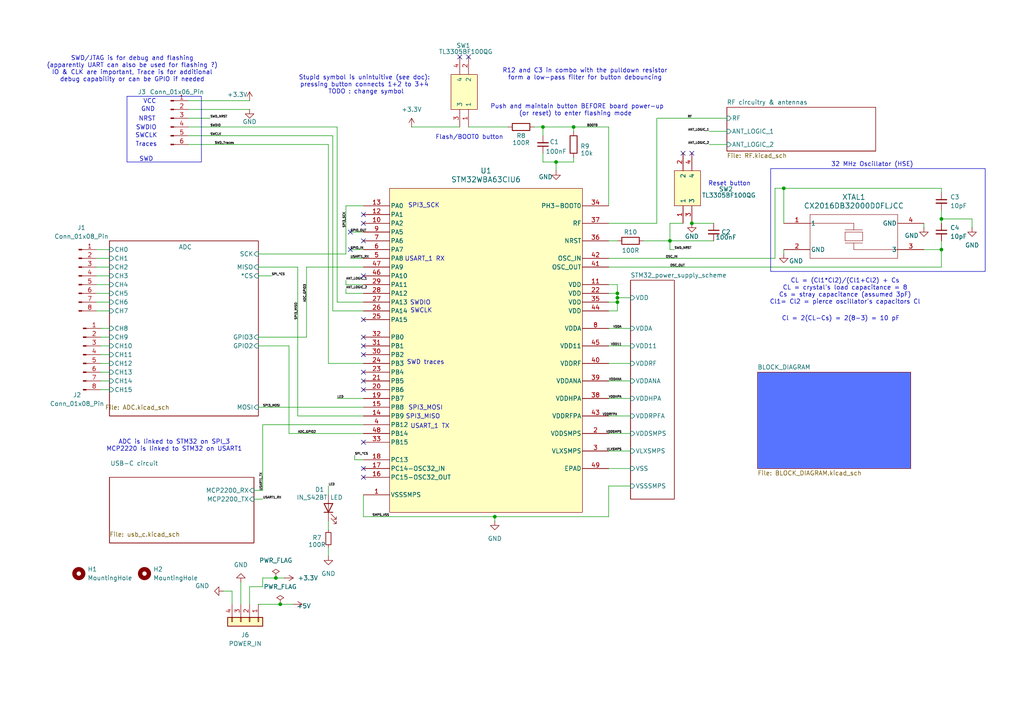
<source format=kicad_sch>
(kicad_sch
	(version 20250114)
	(generator "eeschema")
	(generator_version "9.0")
	(uuid "b48cfd4a-6c36-4270-b2b4-45cb26e35477")
	(paper "A4")
	(title_block
		(title "EMG signal processing board")
		(company "N-Pulse")
		(comment 1 "Julien Thévenoz, Yévan De Busschere")
	)
	(lib_symbols
		(symbol "CX2016DB32000D0FLJCC:CX2016DB32000D0FLJCC"
			(pin_names
				(offset 0.254)
			)
			(exclude_from_sim no)
			(in_bom yes)
			(on_board yes)
			(property "Reference" "XTAL"
				(at 20.32 7.62 0)
				(effects
					(font
						(size 1.524 1.524)
					)
				)
			)
			(property "Value" "CX2016DB32000D0FLJCC"
				(at 20.32 5.08 0)
				(effects
					(font
						(size 1.524 1.524)
					)
				)
			)
			(property "Footprint" "xtal4_CX2016DB_AVX"
				(at 0 0 0)
				(effects
					(font
						(size 1.27 1.27)
						(italic yes)
					)
					(hide yes)
				)
			)
			(property "Datasheet" "CX2016DB32000D0FLJCC"
				(at 0 0 0)
				(effects
					(font
						(size 1.27 1.27)
						(italic yes)
					)
					(hide yes)
				)
			)
			(property "Description" ""
				(at 0 0 0)
				(effects
					(font
						(size 1.27 1.27)
					)
					(hide yes)
				)
			)
			(property "ki_locked" ""
				(at 0 0 0)
				(effects
					(font
						(size 1.27 1.27)
					)
				)
			)
			(property "ki_keywords" "CX2016DB32000D0FLJCC"
				(at 0 0 0)
				(effects
					(font
						(size 1.27 1.27)
					)
					(hide yes)
				)
			)
			(property "ki_fp_filters" "xtal4_CX2016DB_AVX"
				(at 0 0 0)
				(effects
					(font
						(size 1.27 1.27)
					)
					(hide yes)
				)
			)
			(symbol "CX2016DB32000D0FLJCC_0_1"
				(polyline
					(pts
						(xy 7.62 2.54) (xy 7.62 -10.16)
					)
					(stroke
						(width 0.127)
						(type default)
					)
					(fill
						(type none)
					)
				)
				(polyline
					(pts
						(xy 7.62 0) (xy 20.32 0)
					)
					(stroke
						(width 0.127)
						(type default)
					)
					(fill
						(type none)
					)
				)
				(polyline
					(pts
						(xy 7.62 -10.16) (xy 33.02 -10.16)
					)
					(stroke
						(width 0.127)
						(type default)
					)
					(fill
						(type none)
					)
				)
				(polyline
					(pts
						(xy 17.78 -1.905) (xy 22.86 -1.905)
					)
					(stroke
						(width 0.127)
						(type default)
					)
					(fill
						(type none)
					)
				)
				(polyline
					(pts
						(xy 17.78 -2.54) (xy 22.86 -2.54)
					)
					(stroke
						(width 0.127)
						(type default)
					)
					(fill
						(type none)
					)
				)
				(polyline
					(pts
						(xy 17.78 -5.08) (xy 17.78 -2.54)
					)
					(stroke
						(width 0.127)
						(type default)
					)
					(fill
						(type none)
					)
				)
				(polyline
					(pts
						(xy 17.78 -5.715) (xy 22.86 -5.715)
					)
					(stroke
						(width 0.127)
						(type default)
					)
					(fill
						(type none)
					)
				)
				(polyline
					(pts
						(xy 20.32 0) (xy 20.32 -1.905)
					)
					(stroke
						(width 0.127)
						(type default)
					)
					(fill
						(type none)
					)
				)
				(polyline
					(pts
						(xy 20.32 -7.62) (xy 20.32 -5.715)
					)
					(stroke
						(width 0.127)
						(type default)
					)
					(fill
						(type none)
					)
				)
				(polyline
					(pts
						(xy 20.32 -7.62) (xy 33.02 -7.62)
					)
					(stroke
						(width 0.127)
						(type default)
					)
					(fill
						(type none)
					)
				)
				(polyline
					(pts
						(xy 22.86 -2.54) (xy 22.86 -5.08)
					)
					(stroke
						(width 0.127)
						(type default)
					)
					(fill
						(type none)
					)
				)
				(polyline
					(pts
						(xy 22.86 -5.08) (xy 17.78 -5.08)
					)
					(stroke
						(width 0.127)
						(type default)
					)
					(fill
						(type none)
					)
				)
				(polyline
					(pts
						(xy 33.02 2.54) (xy 7.62 2.54)
					)
					(stroke
						(width 0.127)
						(type default)
					)
					(fill
						(type none)
					)
				)
				(polyline
					(pts
						(xy 33.02 -10.16) (xy 33.02 2.54)
					)
					(stroke
						(width 0.127)
						(type default)
					)
					(fill
						(type none)
					)
				)
				(pin unspecified line
					(at 0 0 0)
					(length 7.62)
					(name "1"
						(effects
							(font
								(size 1.27 1.27)
							)
						)
					)
					(number "1"
						(effects
							(font
								(size 1.27 1.27)
							)
						)
					)
				)
				(pin power_out line
					(at 0 -7.62 0)
					(length 7.62)
					(name "GND"
						(effects
							(font
								(size 1.27 1.27)
							)
						)
					)
					(number "2"
						(effects
							(font
								(size 1.27 1.27)
							)
						)
					)
				)
				(pin power_out line
					(at 40.64 0 180)
					(length 7.62)
					(name "GND"
						(effects
							(font
								(size 1.27 1.27)
							)
						)
					)
					(number "4"
						(effects
							(font
								(size 1.27 1.27)
							)
						)
					)
				)
				(pin unspecified line
					(at 40.64 -7.62 180)
					(length 7.62)
					(name "3"
						(effects
							(font
								(size 1.27 1.27)
							)
						)
					)
					(number "3"
						(effects
							(font
								(size 1.27 1.27)
							)
						)
					)
				)
			)
			(embedded_fonts no)
		)
		(symbol "Connector:Conn_01x06_Pin"
			(pin_names
				(offset 1.016)
				(hide yes)
			)
			(exclude_from_sim no)
			(in_bom yes)
			(on_board yes)
			(property "Reference" "J"
				(at 0 7.62 0)
				(effects
					(font
						(size 1.27 1.27)
					)
				)
			)
			(property "Value" "Conn_01x06_Pin"
				(at 0 -10.16 0)
				(effects
					(font
						(size 1.27 1.27)
					)
				)
			)
			(property "Footprint" ""
				(at 0 0 0)
				(effects
					(font
						(size 1.27 1.27)
					)
					(hide yes)
				)
			)
			(property "Datasheet" "~"
				(at 0 0 0)
				(effects
					(font
						(size 1.27 1.27)
					)
					(hide yes)
				)
			)
			(property "Description" "Generic connector, single row, 01x06, script generated"
				(at 0 0 0)
				(effects
					(font
						(size 1.27 1.27)
					)
					(hide yes)
				)
			)
			(property "ki_locked" ""
				(at 0 0 0)
				(effects
					(font
						(size 1.27 1.27)
					)
				)
			)
			(property "ki_keywords" "connector"
				(at 0 0 0)
				(effects
					(font
						(size 1.27 1.27)
					)
					(hide yes)
				)
			)
			(property "ki_fp_filters" "Connector*:*_1x??_*"
				(at 0 0 0)
				(effects
					(font
						(size 1.27 1.27)
					)
					(hide yes)
				)
			)
			(symbol "Conn_01x06_Pin_1_1"
				(rectangle
					(start 0.8636 5.207)
					(end 0 4.953)
					(stroke
						(width 0.1524)
						(type default)
					)
					(fill
						(type outline)
					)
				)
				(rectangle
					(start 0.8636 2.667)
					(end 0 2.413)
					(stroke
						(width 0.1524)
						(type default)
					)
					(fill
						(type outline)
					)
				)
				(rectangle
					(start 0.8636 0.127)
					(end 0 -0.127)
					(stroke
						(width 0.1524)
						(type default)
					)
					(fill
						(type outline)
					)
				)
				(rectangle
					(start 0.8636 -2.413)
					(end 0 -2.667)
					(stroke
						(width 0.1524)
						(type default)
					)
					(fill
						(type outline)
					)
				)
				(rectangle
					(start 0.8636 -4.953)
					(end 0 -5.207)
					(stroke
						(width 0.1524)
						(type default)
					)
					(fill
						(type outline)
					)
				)
				(rectangle
					(start 0.8636 -7.493)
					(end 0 -7.747)
					(stroke
						(width 0.1524)
						(type default)
					)
					(fill
						(type outline)
					)
				)
				(polyline
					(pts
						(xy 1.27 5.08) (xy 0.8636 5.08)
					)
					(stroke
						(width 0.1524)
						(type default)
					)
					(fill
						(type none)
					)
				)
				(polyline
					(pts
						(xy 1.27 2.54) (xy 0.8636 2.54)
					)
					(stroke
						(width 0.1524)
						(type default)
					)
					(fill
						(type none)
					)
				)
				(polyline
					(pts
						(xy 1.27 0) (xy 0.8636 0)
					)
					(stroke
						(width 0.1524)
						(type default)
					)
					(fill
						(type none)
					)
				)
				(polyline
					(pts
						(xy 1.27 -2.54) (xy 0.8636 -2.54)
					)
					(stroke
						(width 0.1524)
						(type default)
					)
					(fill
						(type none)
					)
				)
				(polyline
					(pts
						(xy 1.27 -5.08) (xy 0.8636 -5.08)
					)
					(stroke
						(width 0.1524)
						(type default)
					)
					(fill
						(type none)
					)
				)
				(polyline
					(pts
						(xy 1.27 -7.62) (xy 0.8636 -7.62)
					)
					(stroke
						(width 0.1524)
						(type default)
					)
					(fill
						(type none)
					)
				)
				(pin passive line
					(at 5.08 5.08 180)
					(length 3.81)
					(name "Pin_1"
						(effects
							(font
								(size 1.27 1.27)
							)
						)
					)
					(number "1"
						(effects
							(font
								(size 1.27 1.27)
							)
						)
					)
				)
				(pin passive line
					(at 5.08 2.54 180)
					(length 3.81)
					(name "Pin_2"
						(effects
							(font
								(size 1.27 1.27)
							)
						)
					)
					(number "2"
						(effects
							(font
								(size 1.27 1.27)
							)
						)
					)
				)
				(pin passive line
					(at 5.08 0 180)
					(length 3.81)
					(name "Pin_3"
						(effects
							(font
								(size 1.27 1.27)
							)
						)
					)
					(number "3"
						(effects
							(font
								(size 1.27 1.27)
							)
						)
					)
				)
				(pin passive line
					(at 5.08 -2.54 180)
					(length 3.81)
					(name "Pin_4"
						(effects
							(font
								(size 1.27 1.27)
							)
						)
					)
					(number "4"
						(effects
							(font
								(size 1.27 1.27)
							)
						)
					)
				)
				(pin passive line
					(at 5.08 -5.08 180)
					(length 3.81)
					(name "Pin_5"
						(effects
							(font
								(size 1.27 1.27)
							)
						)
					)
					(number "5"
						(effects
							(font
								(size 1.27 1.27)
							)
						)
					)
				)
				(pin passive line
					(at 5.08 -7.62 180)
					(length 3.81)
					(name "Pin_6"
						(effects
							(font
								(size 1.27 1.27)
							)
						)
					)
					(number "6"
						(effects
							(font
								(size 1.27 1.27)
							)
						)
					)
				)
			)
			(embedded_fonts no)
		)
		(symbol "Connector:Conn_01x08_Pin"
			(pin_names
				(offset 1.016)
				(hide yes)
			)
			(exclude_from_sim no)
			(in_bom yes)
			(on_board yes)
			(property "Reference" "J"
				(at 0 10.16 0)
				(effects
					(font
						(size 1.27 1.27)
					)
				)
			)
			(property "Value" "Conn_01x08_Pin"
				(at 0 -12.7 0)
				(effects
					(font
						(size 1.27 1.27)
					)
				)
			)
			(property "Footprint" ""
				(at 0 0 0)
				(effects
					(font
						(size 1.27 1.27)
					)
					(hide yes)
				)
			)
			(property "Datasheet" "~"
				(at 0 0 0)
				(effects
					(font
						(size 1.27 1.27)
					)
					(hide yes)
				)
			)
			(property "Description" "Generic connector, single row, 01x08, script generated"
				(at 0 0 0)
				(effects
					(font
						(size 1.27 1.27)
					)
					(hide yes)
				)
			)
			(property "ki_locked" ""
				(at 0 0 0)
				(effects
					(font
						(size 1.27 1.27)
					)
				)
			)
			(property "ki_keywords" "connector"
				(at 0 0 0)
				(effects
					(font
						(size 1.27 1.27)
					)
					(hide yes)
				)
			)
			(property "ki_fp_filters" "Connector*:*_1x??_*"
				(at 0 0 0)
				(effects
					(font
						(size 1.27 1.27)
					)
					(hide yes)
				)
			)
			(symbol "Conn_01x08_Pin_1_1"
				(rectangle
					(start 0.8636 7.747)
					(end 0 7.493)
					(stroke
						(width 0.1524)
						(type default)
					)
					(fill
						(type outline)
					)
				)
				(rectangle
					(start 0.8636 5.207)
					(end 0 4.953)
					(stroke
						(width 0.1524)
						(type default)
					)
					(fill
						(type outline)
					)
				)
				(rectangle
					(start 0.8636 2.667)
					(end 0 2.413)
					(stroke
						(width 0.1524)
						(type default)
					)
					(fill
						(type outline)
					)
				)
				(rectangle
					(start 0.8636 0.127)
					(end 0 -0.127)
					(stroke
						(width 0.1524)
						(type default)
					)
					(fill
						(type outline)
					)
				)
				(rectangle
					(start 0.8636 -2.413)
					(end 0 -2.667)
					(stroke
						(width 0.1524)
						(type default)
					)
					(fill
						(type outline)
					)
				)
				(rectangle
					(start 0.8636 -4.953)
					(end 0 -5.207)
					(stroke
						(width 0.1524)
						(type default)
					)
					(fill
						(type outline)
					)
				)
				(rectangle
					(start 0.8636 -7.493)
					(end 0 -7.747)
					(stroke
						(width 0.1524)
						(type default)
					)
					(fill
						(type outline)
					)
				)
				(rectangle
					(start 0.8636 -10.033)
					(end 0 -10.287)
					(stroke
						(width 0.1524)
						(type default)
					)
					(fill
						(type outline)
					)
				)
				(polyline
					(pts
						(xy 1.27 7.62) (xy 0.8636 7.62)
					)
					(stroke
						(width 0.1524)
						(type default)
					)
					(fill
						(type none)
					)
				)
				(polyline
					(pts
						(xy 1.27 5.08) (xy 0.8636 5.08)
					)
					(stroke
						(width 0.1524)
						(type default)
					)
					(fill
						(type none)
					)
				)
				(polyline
					(pts
						(xy 1.27 2.54) (xy 0.8636 2.54)
					)
					(stroke
						(width 0.1524)
						(type default)
					)
					(fill
						(type none)
					)
				)
				(polyline
					(pts
						(xy 1.27 0) (xy 0.8636 0)
					)
					(stroke
						(width 0.1524)
						(type default)
					)
					(fill
						(type none)
					)
				)
				(polyline
					(pts
						(xy 1.27 -2.54) (xy 0.8636 -2.54)
					)
					(stroke
						(width 0.1524)
						(type default)
					)
					(fill
						(type none)
					)
				)
				(polyline
					(pts
						(xy 1.27 -5.08) (xy 0.8636 -5.08)
					)
					(stroke
						(width 0.1524)
						(type default)
					)
					(fill
						(type none)
					)
				)
				(polyline
					(pts
						(xy 1.27 -7.62) (xy 0.8636 -7.62)
					)
					(stroke
						(width 0.1524)
						(type default)
					)
					(fill
						(type none)
					)
				)
				(polyline
					(pts
						(xy 1.27 -10.16) (xy 0.8636 -10.16)
					)
					(stroke
						(width 0.1524)
						(type default)
					)
					(fill
						(type none)
					)
				)
				(pin passive line
					(at 5.08 7.62 180)
					(length 3.81)
					(name "Pin_1"
						(effects
							(font
								(size 1.27 1.27)
							)
						)
					)
					(number "1"
						(effects
							(font
								(size 1.27 1.27)
							)
						)
					)
				)
				(pin passive line
					(at 5.08 5.08 180)
					(length 3.81)
					(name "Pin_2"
						(effects
							(font
								(size 1.27 1.27)
							)
						)
					)
					(number "2"
						(effects
							(font
								(size 1.27 1.27)
							)
						)
					)
				)
				(pin passive line
					(at 5.08 2.54 180)
					(length 3.81)
					(name "Pin_3"
						(effects
							(font
								(size 1.27 1.27)
							)
						)
					)
					(number "3"
						(effects
							(font
								(size 1.27 1.27)
							)
						)
					)
				)
				(pin passive line
					(at 5.08 0 180)
					(length 3.81)
					(name "Pin_4"
						(effects
							(font
								(size 1.27 1.27)
							)
						)
					)
					(number "4"
						(effects
							(font
								(size 1.27 1.27)
							)
						)
					)
				)
				(pin passive line
					(at 5.08 -2.54 180)
					(length 3.81)
					(name "Pin_5"
						(effects
							(font
								(size 1.27 1.27)
							)
						)
					)
					(number "5"
						(effects
							(font
								(size 1.27 1.27)
							)
						)
					)
				)
				(pin passive line
					(at 5.08 -5.08 180)
					(length 3.81)
					(name "Pin_6"
						(effects
							(font
								(size 1.27 1.27)
							)
						)
					)
					(number "6"
						(effects
							(font
								(size 1.27 1.27)
							)
						)
					)
				)
				(pin passive line
					(at 5.08 -7.62 180)
					(length 3.81)
					(name "Pin_7"
						(effects
							(font
								(size 1.27 1.27)
							)
						)
					)
					(number "7"
						(effects
							(font
								(size 1.27 1.27)
							)
						)
					)
				)
				(pin passive line
					(at 5.08 -10.16 180)
					(length 3.81)
					(name "Pin_8"
						(effects
							(font
								(size 1.27 1.27)
							)
						)
					)
					(number "8"
						(effects
							(font
								(size 1.27 1.27)
							)
						)
					)
				)
			)
			(embedded_fonts no)
		)
		(symbol "Connector_Generic:Conn_01x04"
			(pin_names
				(offset 1.016)
				(hide yes)
			)
			(exclude_from_sim no)
			(in_bom yes)
			(on_board yes)
			(property "Reference" "J"
				(at 0 5.08 0)
				(effects
					(font
						(size 1.27 1.27)
					)
				)
			)
			(property "Value" "Conn_01x04"
				(at 0 -7.62 0)
				(effects
					(font
						(size 1.27 1.27)
					)
				)
			)
			(property "Footprint" ""
				(at 0 0 0)
				(effects
					(font
						(size 1.27 1.27)
					)
					(hide yes)
				)
			)
			(property "Datasheet" "~"
				(at 0 0 0)
				(effects
					(font
						(size 1.27 1.27)
					)
					(hide yes)
				)
			)
			(property "Description" "Generic connector, single row, 01x04, script generated (kicad-library-utils/schlib/autogen/connector/)"
				(at 0 0 0)
				(effects
					(font
						(size 1.27 1.27)
					)
					(hide yes)
				)
			)
			(property "ki_keywords" "connector"
				(at 0 0 0)
				(effects
					(font
						(size 1.27 1.27)
					)
					(hide yes)
				)
			)
			(property "ki_fp_filters" "Connector*:*_1x??_*"
				(at 0 0 0)
				(effects
					(font
						(size 1.27 1.27)
					)
					(hide yes)
				)
			)
			(symbol "Conn_01x04_1_1"
				(rectangle
					(start -1.27 3.81)
					(end 1.27 -6.35)
					(stroke
						(width 0.254)
						(type default)
					)
					(fill
						(type background)
					)
				)
				(rectangle
					(start -1.27 2.667)
					(end 0 2.413)
					(stroke
						(width 0.1524)
						(type default)
					)
					(fill
						(type none)
					)
				)
				(rectangle
					(start -1.27 0.127)
					(end 0 -0.127)
					(stroke
						(width 0.1524)
						(type default)
					)
					(fill
						(type none)
					)
				)
				(rectangle
					(start -1.27 -2.413)
					(end 0 -2.667)
					(stroke
						(width 0.1524)
						(type default)
					)
					(fill
						(type none)
					)
				)
				(rectangle
					(start -1.27 -4.953)
					(end 0 -5.207)
					(stroke
						(width 0.1524)
						(type default)
					)
					(fill
						(type none)
					)
				)
				(pin passive line
					(at -5.08 2.54 0)
					(length 3.81)
					(name "Pin_1"
						(effects
							(font
								(size 1.27 1.27)
							)
						)
					)
					(number "1"
						(effects
							(font
								(size 1.27 1.27)
							)
						)
					)
				)
				(pin passive line
					(at -5.08 0 0)
					(length 3.81)
					(name "Pin_2"
						(effects
							(font
								(size 1.27 1.27)
							)
						)
					)
					(number "2"
						(effects
							(font
								(size 1.27 1.27)
							)
						)
					)
				)
				(pin passive line
					(at -5.08 -2.54 0)
					(length 3.81)
					(name "Pin_3"
						(effects
							(font
								(size 1.27 1.27)
							)
						)
					)
					(number "3"
						(effects
							(font
								(size 1.27 1.27)
							)
						)
					)
				)
				(pin passive line
					(at -5.08 -5.08 0)
					(length 3.81)
					(name "Pin_4"
						(effects
							(font
								(size 1.27 1.27)
							)
						)
					)
					(number "4"
						(effects
							(font
								(size 1.27 1.27)
							)
						)
					)
				)
			)
			(embedded_fonts no)
		)
		(symbol "Device:C_Small"
			(pin_numbers
				(hide yes)
			)
			(pin_names
				(offset 0.254)
				(hide yes)
			)
			(exclude_from_sim no)
			(in_bom yes)
			(on_board yes)
			(property "Reference" "C"
				(at 0.254 1.778 0)
				(effects
					(font
						(size 1.27 1.27)
					)
					(justify left)
				)
			)
			(property "Value" "C_Small"
				(at 0.254 -2.032 0)
				(effects
					(font
						(size 1.27 1.27)
					)
					(justify left)
				)
			)
			(property "Footprint" ""
				(at 0 0 0)
				(effects
					(font
						(size 1.27 1.27)
					)
					(hide yes)
				)
			)
			(property "Datasheet" "~"
				(at 0 0 0)
				(effects
					(font
						(size 1.27 1.27)
					)
					(hide yes)
				)
			)
			(property "Description" "Unpolarized capacitor, small symbol"
				(at 0 0 0)
				(effects
					(font
						(size 1.27 1.27)
					)
					(hide yes)
				)
			)
			(property "ki_keywords" "capacitor cap"
				(at 0 0 0)
				(effects
					(font
						(size 1.27 1.27)
					)
					(hide yes)
				)
			)
			(property "ki_fp_filters" "C_*"
				(at 0 0 0)
				(effects
					(font
						(size 1.27 1.27)
					)
					(hide yes)
				)
			)
			(symbol "C_Small_0_1"
				(polyline
					(pts
						(xy -1.524 0.508) (xy 1.524 0.508)
					)
					(stroke
						(width 0.3048)
						(type default)
					)
					(fill
						(type none)
					)
				)
				(polyline
					(pts
						(xy -1.524 -0.508) (xy 1.524 -0.508)
					)
					(stroke
						(width 0.3302)
						(type default)
					)
					(fill
						(type none)
					)
				)
			)
			(symbol "C_Small_1_1"
				(pin passive line
					(at 0 2.54 270)
					(length 2.032)
					(name "~"
						(effects
							(font
								(size 1.27 1.27)
							)
						)
					)
					(number "1"
						(effects
							(font
								(size 1.27 1.27)
							)
						)
					)
				)
				(pin passive line
					(at 0 -2.54 90)
					(length 2.032)
					(name "~"
						(effects
							(font
								(size 1.27 1.27)
							)
						)
					)
					(number "2"
						(effects
							(font
								(size 1.27 1.27)
							)
						)
					)
				)
			)
			(embedded_fonts no)
		)
		(symbol "Device:LED"
			(pin_numbers
				(hide yes)
			)
			(pin_names
				(offset 1.016)
				(hide yes)
			)
			(exclude_from_sim no)
			(in_bom yes)
			(on_board yes)
			(property "Reference" "D"
				(at 0 2.54 0)
				(effects
					(font
						(size 1.27 1.27)
					)
				)
			)
			(property "Value" "LED"
				(at 0 -2.54 0)
				(effects
					(font
						(size 1.27 1.27)
					)
				)
			)
			(property "Footprint" ""
				(at 0 0 0)
				(effects
					(font
						(size 1.27 1.27)
					)
					(hide yes)
				)
			)
			(property "Datasheet" "~"
				(at 0 0 0)
				(effects
					(font
						(size 1.27 1.27)
					)
					(hide yes)
				)
			)
			(property "Description" "Light emitting diode"
				(at 0 0 0)
				(effects
					(font
						(size 1.27 1.27)
					)
					(hide yes)
				)
			)
			(property "Sim.Pins" "1=K 2=A"
				(at 0 0 0)
				(effects
					(font
						(size 1.27 1.27)
					)
					(hide yes)
				)
			)
			(property "ki_keywords" "LED diode"
				(at 0 0 0)
				(effects
					(font
						(size 1.27 1.27)
					)
					(hide yes)
				)
			)
			(property "ki_fp_filters" "LED* LED_SMD:* LED_THT:*"
				(at 0 0 0)
				(effects
					(font
						(size 1.27 1.27)
					)
					(hide yes)
				)
			)
			(symbol "LED_0_1"
				(polyline
					(pts
						(xy -3.048 -0.762) (xy -4.572 -2.286) (xy -3.81 -2.286) (xy -4.572 -2.286) (xy -4.572 -1.524)
					)
					(stroke
						(width 0)
						(type default)
					)
					(fill
						(type none)
					)
				)
				(polyline
					(pts
						(xy -1.778 -0.762) (xy -3.302 -2.286) (xy -2.54 -2.286) (xy -3.302 -2.286) (xy -3.302 -1.524)
					)
					(stroke
						(width 0)
						(type default)
					)
					(fill
						(type none)
					)
				)
				(polyline
					(pts
						(xy -1.27 0) (xy 1.27 0)
					)
					(stroke
						(width 0)
						(type default)
					)
					(fill
						(type none)
					)
				)
				(polyline
					(pts
						(xy -1.27 -1.27) (xy -1.27 1.27)
					)
					(stroke
						(width 0.254)
						(type default)
					)
					(fill
						(type none)
					)
				)
				(polyline
					(pts
						(xy 1.27 -1.27) (xy 1.27 1.27) (xy -1.27 0) (xy 1.27 -1.27)
					)
					(stroke
						(width 0.254)
						(type default)
					)
					(fill
						(type none)
					)
				)
			)
			(symbol "LED_1_1"
				(pin passive line
					(at -3.81 0 0)
					(length 2.54)
					(name "K"
						(effects
							(font
								(size 1.27 1.27)
							)
						)
					)
					(number "1"
						(effects
							(font
								(size 1.27 1.27)
							)
						)
					)
				)
				(pin passive line
					(at 3.81 0 180)
					(length 2.54)
					(name "A"
						(effects
							(font
								(size 1.27 1.27)
							)
						)
					)
					(number "2"
						(effects
							(font
								(size 1.27 1.27)
							)
						)
					)
				)
			)
			(embedded_fonts no)
		)
		(symbol "Device:R"
			(pin_numbers
				(hide yes)
			)
			(pin_names
				(offset 0)
			)
			(exclude_from_sim no)
			(in_bom yes)
			(on_board yes)
			(property "Reference" "R"
				(at 2.032 0 90)
				(effects
					(font
						(size 1.27 1.27)
					)
				)
			)
			(property "Value" "R"
				(at 0 0 90)
				(effects
					(font
						(size 1.27 1.27)
					)
				)
			)
			(property "Footprint" ""
				(at -1.778 0 90)
				(effects
					(font
						(size 1.27 1.27)
					)
					(hide yes)
				)
			)
			(property "Datasheet" "~"
				(at 0 0 0)
				(effects
					(font
						(size 1.27 1.27)
					)
					(hide yes)
				)
			)
			(property "Description" "Resistor"
				(at 0 0 0)
				(effects
					(font
						(size 1.27 1.27)
					)
					(hide yes)
				)
			)
			(property "ki_keywords" "R res resistor"
				(at 0 0 0)
				(effects
					(font
						(size 1.27 1.27)
					)
					(hide yes)
				)
			)
			(property "ki_fp_filters" "R_*"
				(at 0 0 0)
				(effects
					(font
						(size 1.27 1.27)
					)
					(hide yes)
				)
			)
			(symbol "R_0_1"
				(rectangle
					(start -1.016 -2.54)
					(end 1.016 2.54)
					(stroke
						(width 0.254)
						(type default)
					)
					(fill
						(type none)
					)
				)
			)
			(symbol "R_1_1"
				(pin passive line
					(at 0 3.81 270)
					(length 1.27)
					(name "~"
						(effects
							(font
								(size 1.27 1.27)
							)
						)
					)
					(number "1"
						(effects
							(font
								(size 1.27 1.27)
							)
						)
					)
				)
				(pin passive line
					(at 0 -3.81 90)
					(length 1.27)
					(name "~"
						(effects
							(font
								(size 1.27 1.27)
							)
						)
					)
					(number "2"
						(effects
							(font
								(size 1.27 1.27)
							)
						)
					)
				)
			)
			(embedded_fonts no)
		)
		(symbol "Device:R_Small"
			(pin_numbers
				(hide yes)
			)
			(pin_names
				(offset 0.254)
				(hide yes)
			)
			(exclude_from_sim no)
			(in_bom yes)
			(on_board yes)
			(property "Reference" "R"
				(at 0.762 0.508 0)
				(effects
					(font
						(size 1.27 1.27)
					)
					(justify left)
				)
			)
			(property "Value" "R_Small"
				(at 0.762 -1.016 0)
				(effects
					(font
						(size 1.27 1.27)
					)
					(justify left)
				)
			)
			(property "Footprint" ""
				(at 0 0 0)
				(effects
					(font
						(size 1.27 1.27)
					)
					(hide yes)
				)
			)
			(property "Datasheet" "~"
				(at 0 0 0)
				(effects
					(font
						(size 1.27 1.27)
					)
					(hide yes)
				)
			)
			(property "Description" "Resistor, small symbol"
				(at 0 0 0)
				(effects
					(font
						(size 1.27 1.27)
					)
					(hide yes)
				)
			)
			(property "ki_keywords" "R resistor"
				(at 0 0 0)
				(effects
					(font
						(size 1.27 1.27)
					)
					(hide yes)
				)
			)
			(property "ki_fp_filters" "R_*"
				(at 0 0 0)
				(effects
					(font
						(size 1.27 1.27)
					)
					(hide yes)
				)
			)
			(symbol "R_Small_0_1"
				(rectangle
					(start -0.762 1.778)
					(end 0.762 -1.778)
					(stroke
						(width 0.2032)
						(type default)
					)
					(fill
						(type none)
					)
				)
			)
			(symbol "R_Small_1_1"
				(pin passive line
					(at 0 2.54 270)
					(length 0.762)
					(name "~"
						(effects
							(font
								(size 1.27 1.27)
							)
						)
					)
					(number "1"
						(effects
							(font
								(size 1.27 1.27)
							)
						)
					)
				)
				(pin passive line
					(at 0 -2.54 90)
					(length 0.762)
					(name "~"
						(effects
							(font
								(size 1.27 1.27)
							)
						)
					)
					(number "2"
						(effects
							(font
								(size 1.27 1.27)
							)
						)
					)
				)
			)
			(embedded_fonts no)
		)
		(symbol "Mechanical:MountingHole"
			(pin_names
				(offset 1.016)
			)
			(exclude_from_sim yes)
			(in_bom no)
			(on_board yes)
			(property "Reference" "H"
				(at 0 5.08 0)
				(effects
					(font
						(size 1.27 1.27)
					)
				)
			)
			(property "Value" "MountingHole"
				(at 0 3.175 0)
				(effects
					(font
						(size 1.27 1.27)
					)
				)
			)
			(property "Footprint" ""
				(at 0 0 0)
				(effects
					(font
						(size 1.27 1.27)
					)
					(hide yes)
				)
			)
			(property "Datasheet" "~"
				(at 0 0 0)
				(effects
					(font
						(size 1.27 1.27)
					)
					(hide yes)
				)
			)
			(property "Description" "Mounting Hole without connection"
				(at 0 0 0)
				(effects
					(font
						(size 1.27 1.27)
					)
					(hide yes)
				)
			)
			(property "ki_keywords" "mounting hole"
				(at 0 0 0)
				(effects
					(font
						(size 1.27 1.27)
					)
					(hide yes)
				)
			)
			(property "ki_fp_filters" "MountingHole*"
				(at 0 0 0)
				(effects
					(font
						(size 1.27 1.27)
					)
					(hide yes)
				)
			)
			(symbol "MountingHole_0_1"
				(circle
					(center 0 0)
					(radius 1.27)
					(stroke
						(width 1.27)
						(type default)
					)
					(fill
						(type none)
					)
				)
			)
			(embedded_fonts no)
		)
		(symbol "STM32WBA63CI:STM32WBA63CIU6"
			(pin_names
				(offset 0.254)
			)
			(exclude_from_sim no)
			(in_bom yes)
			(on_board yes)
			(property "Reference" "U1"
				(at 35.56 10.16 0)
				(effects
					(font
						(size 1.524 1.524)
					)
				)
			)
			(property "Value" "STM32WBA63CIU6"
				(at 35.56 7.62 0)
				(effects
					(font
						(size 1.524 1.524)
					)
				)
			)
			(property "Footprint" "SMT32WBA63:UFQFPN-48_STM"
				(at 0 0 0)
				(effects
					(font
						(size 1.27 1.27)
						(italic yes)
					)
					(hide yes)
				)
			)
			(property "Datasheet" "STM32WBA63CIU6"
				(at 0 0 0)
				(effects
					(font
						(size 1.27 1.27)
						(italic yes)
					)
					(hide yes)
				)
			)
			(property "Description" ""
				(at 0 0 0)
				(effects
					(font
						(size 1.27 1.27)
					)
					(hide yes)
				)
			)
			(property "ki_locked" ""
				(at 0 0 0)
				(effects
					(font
						(size 1.27 1.27)
					)
				)
			)
			(property "ki_keywords" "STM32WBA63CIU6"
				(at 0 0 0)
				(effects
					(font
						(size 1.27 1.27)
					)
					(hide yes)
				)
			)
			(property "ki_fp_filters" "UFQFPN-48_STM"
				(at 0 0 0)
				(effects
					(font
						(size 1.27 1.27)
					)
					(hide yes)
				)
			)
			(symbol "STM32WBA63CIU6_0_1"
				(pin bidirectional line
					(at 0 0 0)
					(length 7.62)
					(name "PA0"
						(effects
							(font
								(size 1.27 1.27)
							)
						)
					)
					(number "13"
						(effects
							(font
								(size 1.27 1.27)
							)
						)
					)
				)
				(pin bidirectional line
					(at 0 -2.54 0)
					(length 7.62)
					(name "PA1"
						(effects
							(font
								(size 1.27 1.27)
							)
						)
					)
					(number "12"
						(effects
							(font
								(size 1.27 1.27)
							)
						)
					)
				)
				(pin bidirectional line
					(at 0 -5.08 0)
					(length 7.62)
					(name "PA2"
						(effects
							(font
								(size 1.27 1.27)
							)
						)
					)
					(number "10"
						(effects
							(font
								(size 1.27 1.27)
							)
						)
					)
				)
				(pin bidirectional line
					(at 0 -7.62 0)
					(length 7.62)
					(name "PA5"
						(effects
							(font
								(size 1.27 1.27)
							)
						)
					)
					(number "9"
						(effects
							(font
								(size 1.27 1.27)
							)
						)
					)
				)
				(pin bidirectional line
					(at 0 -10.16 0)
					(length 7.62)
					(name "PA6"
						(effects
							(font
								(size 1.27 1.27)
							)
						)
					)
					(number "7"
						(effects
							(font
								(size 1.27 1.27)
							)
						)
					)
				)
				(pin bidirectional line
					(at 0 -12.7 0)
					(length 7.62)
					(name "PA7"
						(effects
							(font
								(size 1.27 1.27)
							)
						)
					)
					(number "6"
						(effects
							(font
								(size 1.27 1.27)
							)
						)
					)
				)
				(pin bidirectional line
					(at 0 -15.24 0)
					(length 7.62)
					(name "PA8"
						(effects
							(font
								(size 1.27 1.27)
							)
						)
					)
					(number "5"
						(effects
							(font
								(size 1.27 1.27)
							)
						)
					)
				)
				(pin bidirectional line
					(at 0 -17.78 0)
					(length 7.62)
					(name "PA9"
						(effects
							(font
								(size 1.27 1.27)
							)
						)
					)
					(number "47"
						(effects
							(font
								(size 1.27 1.27)
							)
						)
					)
				)
				(pin bidirectional line
					(at 0 -20.32 0)
					(length 7.62)
					(name "PA10"
						(effects
							(font
								(size 1.27 1.27)
							)
						)
					)
					(number "46"
						(effects
							(font
								(size 1.27 1.27)
							)
						)
					)
				)
				(pin bidirectional line
					(at 0 -22.86 0)
					(length 7.62)
					(name "PA11"
						(effects
							(font
								(size 1.27 1.27)
							)
						)
					)
					(number "29"
						(effects
							(font
								(size 1.27 1.27)
							)
						)
					)
				)
				(pin bidirectional line
					(at 0 -25.4 0)
					(length 7.62)
					(name "PA12"
						(effects
							(font
								(size 1.27 1.27)
							)
						)
					)
					(number "28"
						(effects
							(font
								(size 1.27 1.27)
							)
						)
					)
				)
				(pin bidirectional line
					(at 0 -27.94 0)
					(length 7.62)
					(name "PA13"
						(effects
							(font
								(size 1.27 1.27)
							)
						)
					)
					(number "27"
						(effects
							(font
								(size 1.27 1.27)
							)
						)
					)
				)
				(pin bidirectional line
					(at 0 -30.48 0)
					(length 7.62)
					(name "PA14"
						(effects
							(font
								(size 1.27 1.27)
							)
						)
					)
					(number "26"
						(effects
							(font
								(size 1.27 1.27)
							)
						)
					)
				)
				(pin bidirectional line
					(at 0 -33.02 0)
					(length 7.62)
					(name "PA15"
						(effects
							(font
								(size 1.27 1.27)
							)
						)
					)
					(number "25"
						(effects
							(font
								(size 1.27 1.27)
							)
						)
					)
				)
				(pin bidirectional line
					(at 0 -38.1 0)
					(length 7.62)
					(name "PB0"
						(effects
							(font
								(size 1.27 1.27)
							)
						)
					)
					(number "32"
						(effects
							(font
								(size 1.27 1.27)
							)
						)
					)
				)
				(pin bidirectional line
					(at 0 -40.64 0)
					(length 7.62)
					(name "PB1"
						(effects
							(font
								(size 1.27 1.27)
							)
						)
					)
					(number "31"
						(effects
							(font
								(size 1.27 1.27)
							)
						)
					)
				)
				(pin bidirectional line
					(at 0 -43.18 0)
					(length 7.62)
					(name "PB2"
						(effects
							(font
								(size 1.27 1.27)
							)
						)
					)
					(number "30"
						(effects
							(font
								(size 1.27 1.27)
							)
						)
					)
				)
				(pin bidirectional line
					(at 0 -45.72 0)
					(length 7.62)
					(name "PB3"
						(effects
							(font
								(size 1.27 1.27)
							)
						)
					)
					(number "24"
						(effects
							(font
								(size 1.27 1.27)
							)
						)
					)
				)
				(pin bidirectional line
					(at 0 -48.26 0)
					(length 7.62)
					(name "PB4"
						(effects
							(font
								(size 1.27 1.27)
							)
						)
					)
					(number "23"
						(effects
							(font
								(size 1.27 1.27)
							)
						)
					)
				)
				(pin bidirectional line
					(at 0 -50.8 0)
					(length 7.62)
					(name "PB5"
						(effects
							(font
								(size 1.27 1.27)
							)
						)
					)
					(number "21"
						(effects
							(font
								(size 1.27 1.27)
							)
						)
					)
				)
				(pin bidirectional line
					(at 0 -53.34 0)
					(length 7.62)
					(name "PB6"
						(effects
							(font
								(size 1.27 1.27)
							)
						)
					)
					(number "20"
						(effects
							(font
								(size 1.27 1.27)
							)
						)
					)
				)
				(pin bidirectional line
					(at 0 -55.88 0)
					(length 7.62)
					(name "PB7"
						(effects
							(font
								(size 1.27 1.27)
							)
						)
					)
					(number "19"
						(effects
							(font
								(size 1.27 1.27)
							)
						)
					)
				)
				(pin bidirectional line
					(at 0 -58.42 0)
					(length 7.62)
					(name "PB8"
						(effects
							(font
								(size 1.27 1.27)
							)
						)
					)
					(number "15"
						(effects
							(font
								(size 1.27 1.27)
							)
						)
					)
				)
				(pin bidirectional line
					(at 0 -60.96 0)
					(length 7.62)
					(name "PB9"
						(effects
							(font
								(size 1.27 1.27)
							)
						)
					)
					(number "14"
						(effects
							(font
								(size 1.27 1.27)
							)
						)
					)
				)
				(pin bidirectional line
					(at 0 -63.5 0)
					(length 7.62)
					(name "PB12"
						(effects
							(font
								(size 1.27 1.27)
							)
						)
					)
					(number "4"
						(effects
							(font
								(size 1.27 1.27)
							)
						)
					)
				)
				(pin bidirectional line
					(at 0 -66.04 0)
					(length 7.62)
					(name "PB14"
						(effects
							(font
								(size 1.27 1.27)
							)
						)
					)
					(number "48"
						(effects
							(font
								(size 1.27 1.27)
							)
						)
					)
				)
				(pin bidirectional line
					(at 0 -68.58 0)
					(length 7.62)
					(name "PB15"
						(effects
							(font
								(size 1.27 1.27)
							)
						)
					)
					(number "33"
						(effects
							(font
								(size 1.27 1.27)
							)
						)
					)
				)
				(pin bidirectional line
					(at 0 -73.66 0)
					(length 7.62)
					(name "PC13"
						(effects
							(font
								(size 1.27 1.27)
							)
						)
					)
					(number "18"
						(effects
							(font
								(size 1.27 1.27)
							)
						)
					)
				)
				(pin bidirectional line
					(at 0 -76.2 0)
					(length 7.62)
					(name "PC14-OSC32_IN"
						(effects
							(font
								(size 1.27 1.27)
							)
						)
					)
					(number "17"
						(effects
							(font
								(size 1.27 1.27)
							)
						)
					)
				)
				(pin bidirectional line
					(at 0 -78.74 0)
					(length 7.62)
					(name "PC15-OSC32_OUT"
						(effects
							(font
								(size 1.27 1.27)
							)
						)
					)
					(number "16"
						(effects
							(font
								(size 1.27 1.27)
							)
						)
					)
				)
				(pin power_in line
					(at 0 -83.82 0)
					(length 7.62)
					(name "VSSSMPS"
						(effects
							(font
								(size 1.27 1.27)
							)
						)
					)
					(number "1"
						(effects
							(font
								(size 1.27 1.27)
							)
						)
					)
				)
				(pin bidirectional line
					(at 71.12 0 180)
					(length 7.62)
					(name "PH3-BOOT0"
						(effects
							(font
								(size 1.27 1.27)
							)
						)
					)
					(number "34"
						(effects
							(font
								(size 1.27 1.27)
							)
						)
					)
				)
				(pin bidirectional line
					(at 71.12 -5.08 180)
					(length 7.62)
					(name "RF"
						(effects
							(font
								(size 1.27 1.27)
							)
						)
					)
					(number "37"
						(effects
							(font
								(size 1.27 1.27)
							)
						)
					)
				)
				(pin bidirectional line
					(at 71.12 -10.16 180)
					(length 7.62)
					(name "NRST"
						(effects
							(font
								(size 1.27 1.27)
							)
						)
					)
					(number "36"
						(effects
							(font
								(size 1.27 1.27)
							)
						)
					)
				)
				(pin input line
					(at 71.12 -15.24 180)
					(length 7.62)
					(name "OSC_IN"
						(effects
							(font
								(size 1.27 1.27)
							)
						)
					)
					(number "42"
						(effects
							(font
								(size 1.27 1.27)
							)
						)
					)
				)
				(pin output line
					(at 71.12 -17.78 180)
					(length 7.62)
					(name "OSC_OUT"
						(effects
							(font
								(size 1.27 1.27)
							)
						)
					)
					(number "41"
						(effects
							(font
								(size 1.27 1.27)
							)
						)
					)
				)
				(pin power_in line
					(at 71.12 -22.86 180)
					(length 7.62)
					(name "VDD"
						(effects
							(font
								(size 1.27 1.27)
							)
						)
					)
					(number "11"
						(effects
							(font
								(size 1.27 1.27)
							)
						)
					)
				)
				(pin power_in line
					(at 71.12 -25.4 180)
					(length 7.62)
					(name "VDD"
						(effects
							(font
								(size 1.27 1.27)
							)
						)
					)
					(number "22"
						(effects
							(font
								(size 1.27 1.27)
							)
						)
					)
				)
				(pin power_in line
					(at 71.12 -27.94 180)
					(length 7.62)
					(name "VDD"
						(effects
							(font
								(size 1.27 1.27)
							)
						)
					)
					(number "35"
						(effects
							(font
								(size 1.27 1.27)
							)
						)
					)
				)
				(pin power_in line
					(at 71.12 -30.48 180)
					(length 7.62)
					(name "VDD"
						(effects
							(font
								(size 1.27 1.27)
							)
						)
					)
					(number "44"
						(effects
							(font
								(size 1.27 1.27)
							)
						)
					)
				)
				(pin power_in line
					(at 71.12 -35.56 180)
					(length 7.62)
					(name "VDDA"
						(effects
							(font
								(size 1.27 1.27)
							)
						)
					)
					(number "8"
						(effects
							(font
								(size 1.27 1.27)
							)
						)
					)
				)
				(pin power_in line
					(at 71.12 -40.64 180)
					(length 7.62)
					(name "VDD11"
						(effects
							(font
								(size 1.27 1.27)
							)
						)
					)
					(number "45"
						(effects
							(font
								(size 1.27 1.27)
							)
						)
					)
				)
				(pin power_in line
					(at 71.12 -45.72 180)
					(length 7.62)
					(name "VDDRF"
						(effects
							(font
								(size 1.27 1.27)
							)
						)
					)
					(number "40"
						(effects
							(font
								(size 1.27 1.27)
							)
						)
					)
				)
				(pin power_in line
					(at 71.12 -50.8 180)
					(length 7.62)
					(name "VDDANA"
						(effects
							(font
								(size 1.27 1.27)
							)
						)
					)
					(number "39"
						(effects
							(font
								(size 1.27 1.27)
							)
						)
					)
				)
				(pin power_in line
					(at 71.12 -55.88 180)
					(length 7.62)
					(name "VDDHPA"
						(effects
							(font
								(size 1.27 1.27)
							)
						)
					)
					(number "38"
						(effects
							(font
								(size 1.27 1.27)
							)
						)
					)
				)
				(pin power_in line
					(at 71.12 -60.96 180)
					(length 7.62)
					(name "VDDRFPA"
						(effects
							(font
								(size 1.27 1.27)
							)
						)
					)
					(number "43"
						(effects
							(font
								(size 1.27 1.27)
							)
						)
					)
				)
				(pin power_in line
					(at 71.12 -66.04 180)
					(length 7.62)
					(name "VDDSMPS"
						(effects
							(font
								(size 1.27 1.27)
							)
						)
					)
					(number "2"
						(effects
							(font
								(size 1.27 1.27)
							)
						)
					)
				)
				(pin power_in line
					(at 71.12 -71.12 180)
					(length 7.62)
					(name "VLXSMPS"
						(effects
							(font
								(size 1.27 1.27)
							)
						)
					)
					(number "3"
						(effects
							(font
								(size 1.27 1.27)
							)
						)
					)
				)
				(pin unspecified line
					(at 71.12 -76.2 180)
					(length 7.62)
					(name "EPAD"
						(effects
							(font
								(size 1.27 1.27)
							)
						)
					)
					(number "49"
						(effects
							(font
								(size 1.27 1.27)
							)
						)
					)
				)
			)
			(symbol "STM32WBA63CIU6_1_1"
				(rectangle
					(start 7.62 5.08)
					(end 63.5 -88.9)
					(stroke
						(width 0)
						(type default)
					)
					(fill
						(type background)
					)
				)
			)
			(embedded_fonts no)
		)
		(symbol "TL3305BF100QG:TL3305BF100QG"
			(pin_names
				(offset 0.762)
			)
			(exclude_from_sim no)
			(in_bom yes)
			(on_board yes)
			(property "Reference" "SW2"
				(at 10.16 7.62 0)
				(effects
					(font
						(size 1.27 1.27)
					)
				)
			)
			(property "Value" "TL3305BF100QG"
				(at 10.16 5.08 0)
				(effects
					(font
						(size 1.27 1.27)
					)
				)
			)
			(property "Footprint" "TL3305BF100QG:TL3305BF160QG"
				(at 16.51 2.54 0)
				(effects
					(font
						(size 1.27 1.27)
					)
					(justify left)
					(hide yes)
				)
			)
			(property "Datasheet" "https://configured-product-images.s3.amazonaws.com/2D/specs/TL3305BF100QG.pdf"
				(at 16.51 0 0)
				(effects
					(font
						(size 1.27 1.27)
					)
					(justify left)
					(hide yes)
				)
			)
			(property "Description" "TACT, 50mA, 12VDC SPST-NO, Off-(On) Surface Mount"
				(at 0 0 0)
				(effects
					(font
						(size 1.27 1.27)
					)
					(hide yes)
				)
			)
			(property "Description_1" "TACT, 50mA, 12VDC SPST-NO, Off-(On) Surface Mount"
				(at 16.51 -2.54 0)
				(effects
					(font
						(size 1.27 1.27)
					)
					(justify left)
					(hide yes)
				)
			)
			(property "Height" ""
				(at 16.51 -5.08 0)
				(effects
					(font
						(size 1.27 1.27)
					)
					(justify left)
					(hide yes)
				)
			)
			(property "Mouser Part Number" "612-TL3305BF100QG"
				(at 16.51 -7.62 0)
				(effects
					(font
						(size 1.27 1.27)
					)
					(justify left)
					(hide yes)
				)
			)
			(property "Mouser Price/Stock" "https://www.mouser.co.uk/ProductDetail/E-Switch/TL3305BF100QG?qs=IKkN%2F947nfDIPwqPQja%252BvQ%3D%3D"
				(at 16.51 -10.16 0)
				(effects
					(font
						(size 1.27 1.27)
					)
					(justify left)
					(hide yes)
				)
			)
			(property "Manufacturer_Name" "E-Switch"
				(at 16.51 -12.7 0)
				(effects
					(font
						(size 1.27 1.27)
					)
					(justify left)
					(hide yes)
				)
			)
			(property "Manufacturer_Part_Number" "TL3305BF100QG"
				(at 16.51 -15.24 0)
				(effects
					(font
						(size 1.27 1.27)
					)
					(justify left)
					(hide yes)
				)
			)
			(symbol "TL3305BF100QG_0_0"
				(pin passive line
					(at 0 0 0)
					(length 5.08)
					(name "3"
						(effects
							(font
								(size 1.27 1.27)
							)
						)
					)
					(number "3"
						(effects
							(font
								(size 1.27 1.27)
							)
						)
					)
				)
				(pin passive line
					(at 0 -2.54 0)
					(length 5.08)
					(name "1"
						(effects
							(font
								(size 1.27 1.27)
							)
						)
					)
					(number "1"
						(effects
							(font
								(size 1.27 1.27)
							)
						)
					)
				)
				(pin passive line
					(at 20.32 0 180)
					(length 5.08)
					(name "4"
						(effects
							(font
								(size 1.27 1.27)
							)
						)
					)
					(number "4"
						(effects
							(font
								(size 1.27 1.27)
							)
						)
					)
				)
				(pin passive line
					(at 20.32 -2.54 180)
					(length 5.08)
					(name "2"
						(effects
							(font
								(size 1.27 1.27)
							)
						)
					)
					(number "2"
						(effects
							(font
								(size 1.27 1.27)
							)
						)
					)
				)
			)
			(symbol "TL3305BF100QG_0_1"
				(polyline
					(pts
						(xy 5.08 2.54) (xy 15.24 2.54) (xy 15.24 -5.08) (xy 5.08 -5.08) (xy 5.08 2.54)
					)
					(stroke
						(width 0.1524)
						(type solid)
					)
					(fill
						(type background)
					)
				)
			)
			(embedded_fonts no)
		)
		(symbol "TL3305BF100QG_1"
			(pin_names
				(offset 0.762)
			)
			(exclude_from_sim no)
			(in_bom yes)
			(on_board yes)
			(property "Reference" "SW1"
				(at 10.16 7.62 0)
				(effects
					(font
						(size 1.27 1.27)
					)
				)
			)
			(property "Value" "TL3305BF100QG"
				(at 10.16 5.08 0)
				(effects
					(font
						(size 1.27 1.27)
					)
				)
			)
			(property "Footprint" "TL3305BF100QG:TL3305BF160QG"
				(at 16.51 2.54 0)
				(effects
					(font
						(size 1.27 1.27)
					)
					(justify left)
					(hide yes)
				)
			)
			(property "Datasheet" "https://configured-product-images.s3.amazonaws.com/2D/specs/TL3305BF100QG.pdf"
				(at 16.51 0 0)
				(effects
					(font
						(size 1.27 1.27)
					)
					(justify left)
					(hide yes)
				)
			)
			(property "Description" "TACT, 50mA, 12VDC SPST-NO, Off-(On) Surface Mount"
				(at 0 0 0)
				(effects
					(font
						(size 1.27 1.27)
					)
					(hide yes)
				)
			)
			(property "Description_1" "TACT, 50mA, 12VDC SPST-NO, Off-(On) Surface Mount"
				(at 16.51 -2.54 0)
				(effects
					(font
						(size 1.27 1.27)
					)
					(justify left)
					(hide yes)
				)
			)
			(property "Height" ""
				(at 16.51 -5.08 0)
				(effects
					(font
						(size 1.27 1.27)
					)
					(justify left)
					(hide yes)
				)
			)
			(property "Mouser Part Number" "612-TL3305BF100QG"
				(at 16.51 -7.62 0)
				(effects
					(font
						(size 1.27 1.27)
					)
					(justify left)
					(hide yes)
				)
			)
			(property "Mouser Price/Stock" "https://www.mouser.co.uk/ProductDetail/E-Switch/TL3305BF100QG?qs=IKkN%2F947nfDIPwqPQja%252BvQ%3D%3D"
				(at 16.51 -10.16 0)
				(effects
					(font
						(size 1.27 1.27)
					)
					(justify left)
					(hide yes)
				)
			)
			(property "Manufacturer_Name" "E-Switch"
				(at 16.51 -12.7 0)
				(effects
					(font
						(size 1.27 1.27)
					)
					(justify left)
					(hide yes)
				)
			)
			(property "Manufacturer_Part_Number" "TL3305BF100QG"
				(at 16.51 -15.24 0)
				(effects
					(font
						(size 1.27 1.27)
					)
					(justify left)
					(hide yes)
				)
			)
			(symbol "TL3305BF100QG_1_0_0"
				(pin passive line
					(at 0 0 0)
					(length 5.08)
					(name "3"
						(effects
							(font
								(size 1.27 1.27)
							)
						)
					)
					(number "3"
						(effects
							(font
								(size 1.27 1.27)
							)
						)
					)
				)
				(pin passive line
					(at 0 -2.54 0)
					(length 5.08)
					(name "1"
						(effects
							(font
								(size 1.27 1.27)
							)
						)
					)
					(number "1"
						(effects
							(font
								(size 1.27 1.27)
							)
						)
					)
				)
				(pin passive line
					(at 20.32 0 180)
					(length 5.08)
					(name "4"
						(effects
							(font
								(size 1.27 1.27)
							)
						)
					)
					(number "4"
						(effects
							(font
								(size 1.27 1.27)
							)
						)
					)
				)
				(pin passive line
					(at 20.32 -2.54 180)
					(length 5.08)
					(name "2"
						(effects
							(font
								(size 1.27 1.27)
							)
						)
					)
					(number "2"
						(effects
							(font
								(size 1.27 1.27)
							)
						)
					)
				)
			)
			(symbol "TL3305BF100QG_1_0_1"
				(polyline
					(pts
						(xy 5.08 2.54) (xy 15.24 2.54) (xy 15.24 -5.08) (xy 5.08 -5.08) (xy 5.08 2.54)
					)
					(stroke
						(width 0.1524)
						(type solid)
					)
					(fill
						(type background)
					)
				)
			)
			(embedded_fonts no)
		)
		(symbol "power:+3.3V"
			(power)
			(pin_numbers
				(hide yes)
			)
			(pin_names
				(offset 0)
				(hide yes)
			)
			(exclude_from_sim no)
			(in_bom yes)
			(on_board yes)
			(property "Reference" "#PWR"
				(at 0 -3.81 0)
				(effects
					(font
						(size 1.27 1.27)
					)
					(hide yes)
				)
			)
			(property "Value" "+3.3V"
				(at 0 3.556 0)
				(effects
					(font
						(size 1.27 1.27)
					)
				)
			)
			(property "Footprint" ""
				(at 0 0 0)
				(effects
					(font
						(size 1.27 1.27)
					)
					(hide yes)
				)
			)
			(property "Datasheet" ""
				(at 0 0 0)
				(effects
					(font
						(size 1.27 1.27)
					)
					(hide yes)
				)
			)
			(property "Description" "Power symbol creates a global label with name \"+3.3V\""
				(at 0 0 0)
				(effects
					(font
						(size 1.27 1.27)
					)
					(hide yes)
				)
			)
			(property "ki_keywords" "global power"
				(at 0 0 0)
				(effects
					(font
						(size 1.27 1.27)
					)
					(hide yes)
				)
			)
			(symbol "+3.3V_0_1"
				(polyline
					(pts
						(xy -0.762 1.27) (xy 0 2.54)
					)
					(stroke
						(width 0)
						(type default)
					)
					(fill
						(type none)
					)
				)
				(polyline
					(pts
						(xy 0 2.54) (xy 0.762 1.27)
					)
					(stroke
						(width 0)
						(type default)
					)
					(fill
						(type none)
					)
				)
				(polyline
					(pts
						(xy 0 0) (xy 0 2.54)
					)
					(stroke
						(width 0)
						(type default)
					)
					(fill
						(type none)
					)
				)
			)
			(symbol "+3.3V_1_1"
				(pin power_in line
					(at 0 0 90)
					(length 0)
					(name "~"
						(effects
							(font
								(size 1.27 1.27)
							)
						)
					)
					(number "1"
						(effects
							(font
								(size 1.27 1.27)
							)
						)
					)
				)
			)
			(embedded_fonts no)
		)
		(symbol "power:+5V"
			(power)
			(pin_numbers
				(hide yes)
			)
			(pin_names
				(offset 0)
				(hide yes)
			)
			(exclude_from_sim no)
			(in_bom yes)
			(on_board yes)
			(property "Reference" "#PWR"
				(at 0 -3.81 0)
				(effects
					(font
						(size 1.27 1.27)
					)
					(hide yes)
				)
			)
			(property "Value" "+5V"
				(at 0 3.556 0)
				(effects
					(font
						(size 1.27 1.27)
					)
				)
			)
			(property "Footprint" ""
				(at 0 0 0)
				(effects
					(font
						(size 1.27 1.27)
					)
					(hide yes)
				)
			)
			(property "Datasheet" ""
				(at 0 0 0)
				(effects
					(font
						(size 1.27 1.27)
					)
					(hide yes)
				)
			)
			(property "Description" "Power symbol creates a global label with name \"+5V\""
				(at 0 0 0)
				(effects
					(font
						(size 1.27 1.27)
					)
					(hide yes)
				)
			)
			(property "ki_keywords" "global power"
				(at 0 0 0)
				(effects
					(font
						(size 1.27 1.27)
					)
					(hide yes)
				)
			)
			(symbol "+5V_0_1"
				(polyline
					(pts
						(xy -0.762 1.27) (xy 0 2.54)
					)
					(stroke
						(width 0)
						(type default)
					)
					(fill
						(type none)
					)
				)
				(polyline
					(pts
						(xy 0 2.54) (xy 0.762 1.27)
					)
					(stroke
						(width 0)
						(type default)
					)
					(fill
						(type none)
					)
				)
				(polyline
					(pts
						(xy 0 0) (xy 0 2.54)
					)
					(stroke
						(width 0)
						(type default)
					)
					(fill
						(type none)
					)
				)
			)
			(symbol "+5V_1_1"
				(pin power_in line
					(at 0 0 90)
					(length 0)
					(name "~"
						(effects
							(font
								(size 1.27 1.27)
							)
						)
					)
					(number "1"
						(effects
							(font
								(size 1.27 1.27)
							)
						)
					)
				)
			)
			(embedded_fonts no)
		)
		(symbol "power:GND"
			(power)
			(pin_numbers
				(hide yes)
			)
			(pin_names
				(offset 0)
				(hide yes)
			)
			(exclude_from_sim no)
			(in_bom yes)
			(on_board yes)
			(property "Reference" "#PWR"
				(at 0 -6.35 0)
				(effects
					(font
						(size 1.27 1.27)
					)
					(hide yes)
				)
			)
			(property "Value" "GND"
				(at 0 -3.81 0)
				(effects
					(font
						(size 1.27 1.27)
					)
				)
			)
			(property "Footprint" ""
				(at 0 0 0)
				(effects
					(font
						(size 1.27 1.27)
					)
					(hide yes)
				)
			)
			(property "Datasheet" ""
				(at 0 0 0)
				(effects
					(font
						(size 1.27 1.27)
					)
					(hide yes)
				)
			)
			(property "Description" "Power symbol creates a global label with name \"GND\" , ground"
				(at 0 0 0)
				(effects
					(font
						(size 1.27 1.27)
					)
					(hide yes)
				)
			)
			(property "ki_keywords" "global power"
				(at 0 0 0)
				(effects
					(font
						(size 1.27 1.27)
					)
					(hide yes)
				)
			)
			(symbol "GND_0_1"
				(polyline
					(pts
						(xy 0 0) (xy 0 -1.27) (xy 1.27 -1.27) (xy 0 -2.54) (xy -1.27 -1.27) (xy 0 -1.27)
					)
					(stroke
						(width 0)
						(type default)
					)
					(fill
						(type none)
					)
				)
			)
			(symbol "GND_1_1"
				(pin power_in line
					(at 0 0 270)
					(length 0)
					(name "~"
						(effects
							(font
								(size 1.27 1.27)
							)
						)
					)
					(number "1"
						(effects
							(font
								(size 1.27 1.27)
							)
						)
					)
				)
			)
			(embedded_fonts no)
		)
		(symbol "power:PWR_FLAG"
			(power)
			(pin_numbers
				(hide yes)
			)
			(pin_names
				(offset 0)
				(hide yes)
			)
			(exclude_from_sim no)
			(in_bom yes)
			(on_board yes)
			(property "Reference" "#FLG"
				(at 0 1.905 0)
				(effects
					(font
						(size 1.27 1.27)
					)
					(hide yes)
				)
			)
			(property "Value" "PWR_FLAG"
				(at 0 3.81 0)
				(effects
					(font
						(size 1.27 1.27)
					)
				)
			)
			(property "Footprint" ""
				(at 0 0 0)
				(effects
					(font
						(size 1.27 1.27)
					)
					(hide yes)
				)
			)
			(property "Datasheet" "~"
				(at 0 0 0)
				(effects
					(font
						(size 1.27 1.27)
					)
					(hide yes)
				)
			)
			(property "Description" "Special symbol for telling ERC where power comes from"
				(at 0 0 0)
				(effects
					(font
						(size 1.27 1.27)
					)
					(hide yes)
				)
			)
			(property "ki_keywords" "flag power"
				(at 0 0 0)
				(effects
					(font
						(size 1.27 1.27)
					)
					(hide yes)
				)
			)
			(symbol "PWR_FLAG_0_0"
				(pin power_out line
					(at 0 0 90)
					(length 0)
					(name "~"
						(effects
							(font
								(size 1.27 1.27)
							)
						)
					)
					(number "1"
						(effects
							(font
								(size 1.27 1.27)
							)
						)
					)
				)
			)
			(symbol "PWR_FLAG_0_1"
				(polyline
					(pts
						(xy 0 0) (xy 0 1.27) (xy -1.016 1.905) (xy 0 2.54) (xy 1.016 1.905) (xy 0 1.27)
					)
					(stroke
						(width 0)
						(type default)
					)
					(fill
						(type none)
					)
				)
			)
			(embedded_fonts no)
		)
	)
	(text "USART_1 TX"
		(exclude_from_sim no)
		(at 124.714 123.698 0)
		(effects
			(font
				(size 1.27 1.27)
			)
		)
		(uuid "0340d5f7-f17f-42a4-80f3-28129b0f6156")
	)
	(text "SWD/JTAG is for debug and flashing\n(apparently UART can also be used for flashing ?)\nIO & CLK are important, Trace is for additional\ndebug capability or can be GPIO if needed\n"
		(exclude_from_sim no)
		(at 38.354 20.066 0)
		(effects
			(font
				(size 1.27 1.27)
			)
		)
		(uuid "06caf820-63a8-4b51-b0e3-d31eb13188ce")
	)
	(text "SWD"
		(exclude_from_sim no)
		(at 42.418 46.228 0)
		(effects
			(font
				(size 1.27 1.27)
			)
		)
		(uuid "0ece01fe-8f8d-4498-bfe7-f3b0d17a106f")
	)
	(text "VCC\n"
		(exclude_from_sim no)
		(at 43.434 29.464 0)
		(effects
			(font
				(size 1.27 1.27)
			)
		)
		(uuid "13990c91-a550-4736-9a78-ffd04bc9c749")
	)
	(text "SPI3_MISO"
		(exclude_from_sim no)
		(at 122.682 120.904 0)
		(effects
			(font
				(size 1.27 1.27)
			)
		)
		(uuid "1cbd4d7b-fa94-4719-ba3e-16c76ee98f45")
	)
	(text "Reset button\n"
		(exclude_from_sim no)
		(at 211.582 53.34 0)
		(effects
			(font
				(size 1.27 1.27)
			)
		)
		(uuid "1f170336-bf22-48a7-b39f-da590485ee96")
	)
	(text "32 MHz Oscillator (HSE)\n"
		(exclude_from_sim no)
		(at 252.984 47.752 0)
		(effects
			(font
				(size 1.27 1.27)
			)
		)
		(uuid "217bb0ea-c558-4e8f-8910-fdb4768a7801")
	)
	(text "SWCLK"
		(exclude_from_sim no)
		(at 122.174 90.17 0)
		(effects
			(font
				(size 1.27 1.27)
			)
		)
		(uuid "2405192a-7890-46f6-8ee7-7d2c587cb073")
	)
	(text "SPI3_MOSI"
		(exclude_from_sim no)
		(at 123.444 118.364 0)
		(effects
			(font
				(size 1.27 1.27)
			)
		)
		(uuid "2ab9e0ef-818a-445d-8ee2-c5772f371152")
	)
	(text "SPI3_SCK"
		(exclude_from_sim no)
		(at 122.936 59.69 0)
		(effects
			(font
				(size 1.27 1.27)
			)
		)
		(uuid "3a94910c-f67e-4726-bc3c-c7256b97358a")
	)
	(text "Flash/BOOT0 button"
		(exclude_from_sim no)
		(at 136.144 39.878 0)
		(effects
			(font
				(size 1.27 1.27)
			)
		)
		(uuid "3abb6962-ef76-4b17-98a5-e4d26cab71d5")
	)
	(text "CL = (Cl1*Cl2)/(Cl1+Cl2) + Cs\nCL = crystal's load capacitance = 8\nCs = stray capacitance (assumed 3pF)\nCl1= Cl2 = pierce oscillator's capacitors Cl"
		(exclude_from_sim no)
		(at 245.11 84.582 0)
		(effects
			(font
				(size 1.27 1.27)
			)
		)
		(uuid "3de62d16-367b-4ad4-abdc-01973012f2df")
	)
	(text "Stupid symbol is unintuitive (see doc): \npressing button connects 1+2 to 3+4 \nTODO : change symbol"
		(exclude_from_sim no)
		(at 106.172 24.638 0)
		(effects
			(font
				(size 1.27 1.27)
			)
		)
		(uuid "5231834a-2f2e-4b1e-b50e-9138642f73eb")
	)
	(text "Push and maintain button BEFORE board power-up\n(or reset) to enter flashing mode "
		(exclude_from_sim no)
		(at 167.386 32.004 0)
		(effects
			(font
				(size 1.27 1.27)
			)
		)
		(uuid "5aed88ca-4997-4465-9b01-1e5976759c1c")
	)
	(text "NRST"
		(exclude_from_sim no)
		(at 42.672 34.544 0)
		(effects
			(font
				(size 1.27 1.27)
			)
		)
		(uuid "5e594942-917e-4360-a360-9e4733c7114d")
	)
	(text "SWDIO"
		(exclude_from_sim no)
		(at 121.92 87.884 0)
		(effects
			(font
				(size 1.27 1.27)
			)
		)
		(uuid "7744eb9f-ff04-41d8-80f4-749672195022")
	)
	(text "SWCLK"
		(exclude_from_sim no)
		(at 42.418 39.37 0)
		(effects
			(font
				(size 1.27 1.27)
			)
		)
		(uuid "77d07fab-a362-40d6-a141-0b74b86672c7")
	)
	(text "ADC is linked to STM32 on SPI_3\nMCP2220 is linked to STM32 on USART1\n"
		(exclude_from_sim no)
		(at 50.546 129.286 0)
		(effects
			(font
				(size 1.27 1.27)
			)
		)
		(uuid "7a6315a1-a258-4e6b-8ed7-59ed101c373a")
	)
	(text "Traces"
		(exclude_from_sim no)
		(at 42.418 41.91 0)
		(effects
			(font
				(size 1.27 1.27)
			)
		)
		(uuid "9a0a7a3b-549f-4a51-8311-be94fdd2e3a1")
	)
	(text "USART_1 RX"
		(exclude_from_sim no)
		(at 123.19 75.184 0)
		(effects
			(font
				(size 1.27 1.27)
			)
		)
		(uuid "9c5f0fa7-f7d8-4775-b64b-0cb4919a81c2")
	)
	(text "SWDIO"
		(exclude_from_sim no)
		(at 42.418 37.084 0)
		(effects
			(font
				(size 1.27 1.27)
			)
		)
		(uuid "ba1ccd3b-72b7-44a6-b133-ed3fa03daea6")
	)
	(text "Cl = 2(CL-Cs) = 2(8-3) = 10 pF"
		(exclude_from_sim no)
		(at 243.84 92.456 0)
		(effects
			(font
				(size 1.27 1.27)
			)
		)
		(uuid "ddbde22b-4c7e-414e-905a-def11293968b")
	)
	(text "GND\n"
		(exclude_from_sim no)
		(at 42.926 31.75 0)
		(effects
			(font
				(size 1.27 1.27)
			)
		)
		(uuid "e5b74c17-af45-420d-ad7c-31c0646812f5")
	)
	(text "R12 and C3 in combo with the pulldown resistor\nform a low-pass filter for button debouncing"
		(exclude_from_sim no)
		(at 169.672 21.59 0)
		(effects
			(font
				(size 1.27 1.27)
			)
		)
		(uuid "ef9a275a-1635-42d0-9ef1-46775d22549c")
	)
	(text "SWD traces\n"
		(exclude_from_sim no)
		(at 123.444 105.156 0)
		(effects
			(font
				(size 1.27 1.27)
			)
		)
		(uuid "fb3ed648-ceb1-42d1-ace7-084340d33174")
	)
	(text_box ""
		(exclude_from_sim no)
		(at 36.83 27.94 0)
		(size 21.59 19.05)
		(margins 0.9525 0.9525 0.9525 0.9525)
		(stroke
			(width 0)
			(type solid)
		)
		(fill
			(type none)
		)
		(effects
			(font
				(size 1.27 1.27)
			)
			(justify left top)
		)
		(uuid "b11d0597-e505-4583-b131-2e5de1e020db")
	)
	(text_box ""
		(exclude_from_sim no)
		(at 223.52 48.895 0)
		(size 62.23 29.845)
		(margins 0.9525 0.9525 0.9525 0.9525)
		(stroke
			(width 0)
			(type solid)
		)
		(fill
			(type none)
		)
		(effects
			(font
				(size 1.27 1.27)
			)
			(justify left top)
		)
		(uuid "cccae654-8eb7-42da-9992-8882f63576b2")
	)
	(junction
		(at 273.05 63.5)
		(diameter 0)
		(color 0 0 0 0)
		(uuid "05b8c3ce-a370-4007-a077-93d055c77e8d")
	)
	(junction
		(at 161.29 46.99)
		(diameter 0)
		(color 0 0 0 0)
		(uuid "07c5f8fc-87c5-46a5-811c-0df41a6ea60b")
	)
	(junction
		(at 179.07 87.63)
		(diameter 0)
		(color 0 0 0 0)
		(uuid "207ec729-9d31-410a-9c17-e2606cb6238a")
	)
	(junction
		(at 200.66 64.77)
		(diameter 0)
		(color 0 0 0 0)
		(uuid "26872903-3e18-4946-baab-5818b1c10154")
	)
	(junction
		(at 179.07 85.09)
		(diameter 0)
		(color 0 0 0 0)
		(uuid "2e3282ca-8a06-47f4-b36a-669853ce8d23")
	)
	(junction
		(at 166.37 36.83)
		(diameter 0)
		(color 0 0 0 0)
		(uuid "5e298894-e640-428b-8448-f24decf9aab6")
	)
	(junction
		(at 179.07 86.36)
		(diameter 0)
		(color 0 0 0 0)
		(uuid "60a254ec-163c-492a-8d8c-9cc46c46ca12")
	)
	(junction
		(at 81.28 175.26)
		(diameter 0)
		(color 0 0 0 0)
		(uuid "76828b3a-9ff2-4dd4-bde3-347ffd73bd5a")
	)
	(junction
		(at 227.33 54.61)
		(diameter 0)
		(color 0 0 0 0)
		(uuid "9ad4fc23-fdee-45c1-b42e-314c780b968d")
	)
	(junction
		(at 143.51 149.86)
		(diameter 0)
		(color 0 0 0 0)
		(uuid "a8c54347-bfb5-4900-a31d-bb0277b4858b")
	)
	(junction
		(at 273.05 72.39)
		(diameter 0)
		(color 0 0 0 0)
		(uuid "ad6566f5-9828-40cd-9507-4cd9ea78bfb2")
	)
	(junction
		(at 194.31 69.85)
		(diameter 0)
		(color 0 0 0 0)
		(uuid "bab1d699-7171-4fe1-ba46-5d79f6547b70")
	)
	(junction
		(at 157.48 36.83)
		(diameter 0)
		(color 0 0 0 0)
		(uuid "c8919ba4-7a48-4f7c-a0ea-91464b86cf3a")
	)
	(junction
		(at 80.01 167.64)
		(diameter 0)
		(color 0 0 0 0)
		(uuid "cf47423b-82aa-4fbc-8b35-57444b0c7aad")
	)
	(no_connect
		(at 105.41 64.77)
		(uuid "125c5b6e-230d-4d4a-844c-647cab3690c1")
	)
	(no_connect
		(at 101.6 67.31)
		(uuid "1865656d-7761-4cb1-a64a-3383f5021135")
	)
	(no_connect
		(at 105.41 97.79)
		(uuid "2f3d805d-9125-407d-ae82-53ce8dd37fd2")
	)
	(no_connect
		(at 105.41 128.27)
		(uuid "316d3e0c-c71b-4b6d-9c06-93f6aea43466")
	)
	(no_connect
		(at 105.41 110.49)
		(uuid "411ea8aa-a594-4c79-ae8e-cf731ae4eddd")
	)
	(no_connect
		(at 105.41 138.43)
		(uuid "502be3bb-a54f-47d1-8310-bbd2d49c8c5e")
	)
	(no_connect
		(at 105.41 135.89)
		(uuid "5ff1c4c0-e825-4246-84df-3e55d2191f4d")
	)
	(no_connect
		(at 105.41 92.71)
		(uuid "8cb4bb04-2ca6-4145-aa55-0dbe0ac6a305")
	)
	(no_connect
		(at 198.12 44.45)
		(uuid "9214f686-74dc-4ce9-9d34-4fb6d2dbf421")
	)
	(no_connect
		(at 135.89 16.51)
		(uuid "a4fa8ae8-ca37-4847-9add-0af5b1e7fb52")
	)
	(no_connect
		(at 133.35 16.51)
		(uuid "a5184bce-e698-407e-b641-ffbc1119ed5d")
	)
	(no_connect
		(at 105.41 80.01)
		(uuid "af276ccb-88a0-4059-bb3d-5a78b94c8d36")
	)
	(no_connect
		(at 105.41 69.85)
		(uuid "b9c04b2d-f81d-44b6-93df-b2aa73f7fc64")
	)
	(no_connect
		(at 105.41 102.87)
		(uuid "d4f09485-cfab-4462-b075-43946f57f713")
	)
	(no_connect
		(at 101.6 72.39)
		(uuid "d735ad9e-1ab9-41de-be79-9f778f562397")
	)
	(no_connect
		(at 105.41 62.23)
		(uuid "dc89fa46-2bdd-4246-9859-80e711bdfbbd")
	)
	(no_connect
		(at 105.41 107.95)
		(uuid "e7620846-651a-46d4-b331-a33da9396cc7")
	)
	(no_connect
		(at 105.41 113.03)
		(uuid "e9e55251-f99c-45d3-8b73-c6ecbf5b2137")
	)
	(no_connect
		(at 200.66 44.45)
		(uuid "f203c8da-437c-4385-b560-461d345e626e")
	)
	(no_connect
		(at 105.41 100.33)
		(uuid "fbbcd7cf-d4e0-4e2d-92e3-0160c820f55f")
	)
	(wire
		(pts
			(xy 73.66 144.78) (xy 76.2 144.78)
		)
		(stroke
			(width 0)
			(type default)
		)
		(uuid "007af116-f2e5-4d77-86d4-2f9c3d5fdcdf")
	)
	(wire
		(pts
			(xy 176.53 82.55) (xy 179.07 82.55)
		)
		(stroke
			(width 0)
			(type default)
		)
		(uuid "00db8eee-d2e0-4583-a7af-dbfb94e1957b")
	)
	(wire
		(pts
			(xy 176.53 36.83) (xy 176.53 59.69)
		)
		(stroke
			(width 0)
			(type default)
		)
		(uuid "021ff42c-fd33-428a-b2c1-f91869ac59b4")
	)
	(wire
		(pts
			(xy 179.07 86.36) (xy 179.07 87.63)
		)
		(stroke
			(width 0)
			(type default)
		)
		(uuid "02e36f02-5ee1-4aef-a935-07a890d55eb5")
	)
	(wire
		(pts
			(xy 105.41 87.63) (xy 97.79 87.63)
		)
		(stroke
			(width 0)
			(type default)
		)
		(uuid "02f0033f-0874-4a21-bd9c-17b12a486405")
	)
	(wire
		(pts
			(xy 157.48 36.83) (xy 166.37 36.83)
		)
		(stroke
			(width 0)
			(type default)
		)
		(uuid "06dc0e63-38b2-4e60-9145-f47effb55bbd")
	)
	(wire
		(pts
			(xy 54.61 36.83) (xy 97.79 36.83)
		)
		(stroke
			(width 0)
			(type default)
		)
		(uuid "08056937-381b-4194-8da1-cf3e129943a6")
	)
	(wire
		(pts
			(xy 157.48 44.45) (xy 157.48 46.99)
		)
		(stroke
			(width 0)
			(type default)
		)
		(uuid "0c50cac2-7103-427b-8e16-613c6269153b")
	)
	(wire
		(pts
			(xy 97.79 87.63) (xy 97.79 36.83)
		)
		(stroke
			(width 0)
			(type default)
		)
		(uuid "0d616385-87f3-415d-9b97-0f779c835bd5")
	)
	(wire
		(pts
			(xy 227.33 64.77) (xy 227.33 54.61)
		)
		(stroke
			(width 0)
			(type default)
		)
		(uuid "0ee856e0-9a2b-4796-aa57-98056001d408")
	)
	(wire
		(pts
			(xy 154.94 36.83) (xy 157.48 36.83)
		)
		(stroke
			(width 0)
			(type default)
		)
		(uuid "12ecea6f-b1fe-4c72-8abb-d62fecb65f4a")
	)
	(wire
		(pts
			(xy 190.5 64.77) (xy 190.5 34.29)
		)
		(stroke
			(width 0)
			(type default)
		)
		(uuid "18910a27-3fc9-4576-8372-95160dfc842a")
	)
	(wire
		(pts
			(xy 100.33 81.28) (xy 100.33 82.55)
		)
		(stroke
			(width 0)
			(type default)
		)
		(uuid "19334097-ace2-47d9-9212-676a402c6b3f")
	)
	(wire
		(pts
			(xy 186.69 69.85) (xy 194.31 69.85)
		)
		(stroke
			(width 0)
			(type default)
		)
		(uuid "1b38d8fe-e295-42d1-845c-646da4977c77")
	)
	(wire
		(pts
			(xy 86.36 77.47) (xy 86.36 120.65)
		)
		(stroke
			(width 0)
			(type default)
		)
		(uuid "21f8b045-fc9d-42ae-acd0-2d9a604bd581")
	)
	(wire
		(pts
			(xy 83.82 100.33) (xy 74.93 100.33)
		)
		(stroke
			(width 0)
			(type default)
		)
		(uuid "27035dc6-944c-4eb4-b76b-4534826948e6")
	)
	(wire
		(pts
			(xy 29.21 107.95) (xy 31.75 107.95)
		)
		(stroke
			(width 0)
			(type default)
		)
		(uuid "2722d26e-7399-4c7e-ab72-3899de4dc6b2")
	)
	(wire
		(pts
			(xy 190.5 34.29) (xy 210.82 34.29)
		)
		(stroke
			(width 0)
			(type default)
		)
		(uuid "282cb693-6b7e-4346-8d4a-473bbbee58f4")
	)
	(wire
		(pts
			(xy 27.94 72.39) (xy 31.75 72.39)
		)
		(stroke
			(width 0)
			(type default)
		)
		(uuid "28ba450f-c4fc-4fd3-9fb0-76f2b2cde6ac")
	)
	(wire
		(pts
			(xy 176.53 64.77) (xy 190.5 64.77)
		)
		(stroke
			(width 0)
			(type default)
		)
		(uuid "295a9bf9-8fc1-4ba2-ab7f-037854ba561c")
	)
	(wire
		(pts
			(xy 267.97 72.39) (xy 273.05 72.39)
		)
		(stroke
			(width 0)
			(type default)
		)
		(uuid "29d83079-ef94-4782-a5c0-7443a1379980")
	)
	(wire
		(pts
			(xy 74.93 97.79) (xy 88.9 97.79)
		)
		(stroke
			(width 0)
			(type default)
		)
		(uuid "312ae13c-851d-4ddd-b591-67f5644c84dc")
	)
	(wire
		(pts
			(xy 176.53 110.49) (xy 182.88 110.49)
		)
		(stroke
			(width 0)
			(type default)
		)
		(uuid "3405fa83-6abf-4c93-8c58-4538ea686275")
	)
	(wire
		(pts
			(xy 166.37 45.72) (xy 166.37 46.99)
		)
		(stroke
			(width 0)
			(type default)
		)
		(uuid "3485969a-b91a-4059-9431-0ebe738aa8eb")
	)
	(wire
		(pts
			(xy 166.37 36.83) (xy 166.37 38.1)
		)
		(stroke
			(width 0)
			(type default)
		)
		(uuid "348d49df-2bec-4c49-b98f-ff82877d70cc")
	)
	(wire
		(pts
			(xy 273.05 54.61) (xy 273.05 55.88)
		)
		(stroke
			(width 0)
			(type default)
		)
		(uuid "3c21253b-b66f-466a-b364-47b5f21a3add")
	)
	(wire
		(pts
			(xy 281.94 63.5) (xy 281.94 66.04)
		)
		(stroke
			(width 0)
			(type default)
		)
		(uuid "3f89c307-b76f-4578-964d-5dca5d779018")
	)
	(wire
		(pts
			(xy 176.53 115.57) (xy 182.88 115.57)
		)
		(stroke
			(width 0)
			(type default)
		)
		(uuid "3f9c5cff-a5b0-44d9-b5cd-c0bb4e0fd4d1")
	)
	(wire
		(pts
			(xy 80.01 167.64) (xy 76.2 167.64)
		)
		(stroke
			(width 0)
			(type default)
		)
		(uuid "3fde6f2e-a65b-482e-a4c2-6506c7951a0e")
	)
	(wire
		(pts
			(xy 179.07 85.09) (xy 176.53 85.09)
		)
		(stroke
			(width 0)
			(type default)
		)
		(uuid "3ff92e01-de1c-4c40-89cd-c878e0aa660e")
	)
	(wire
		(pts
			(xy 100.33 83.82) (xy 100.33 85.09)
		)
		(stroke
			(width 0)
			(type default)
		)
		(uuid "400d5ace-6a0f-4463-bac4-c90bf821ba7e")
	)
	(wire
		(pts
			(xy 176.53 140.97) (xy 182.88 140.97)
		)
		(stroke
			(width 0)
			(type default)
		)
		(uuid "4384ee57-6b41-4902-b712-0593b12f7cbc")
	)
	(wire
		(pts
			(xy 82.55 167.64) (xy 80.01 167.64)
		)
		(stroke
			(width 0)
			(type default)
		)
		(uuid "46ab9d5e-d734-4473-9d26-75ddef2be532")
	)
	(wire
		(pts
			(xy 105.41 149.86) (xy 105.41 143.51)
		)
		(stroke
			(width 0)
			(type default)
		)
		(uuid "492f24d2-d431-4b78-ad13-b2ad97a7ca03")
	)
	(wire
		(pts
			(xy 29.21 95.25) (xy 31.75 95.25)
		)
		(stroke
			(width 0)
			(type default)
		)
		(uuid "4c4db6e8-b59d-4375-a43d-4b21b56503fb")
	)
	(wire
		(pts
			(xy 100.33 82.55) (xy 105.41 82.55)
		)
		(stroke
			(width 0)
			(type default)
		)
		(uuid "4e99d990-c8bf-45e5-8848-faf98d3b7ce8")
	)
	(wire
		(pts
			(xy 200.66 64.77) (xy 207.01 64.77)
		)
		(stroke
			(width 0)
			(type default)
		)
		(uuid "50b2660b-c387-4bdc-83c2-b1a053b3f7b7")
	)
	(wire
		(pts
			(xy 54.61 39.37) (xy 96.52 39.37)
		)
		(stroke
			(width 0)
			(type default)
		)
		(uuid "5235165b-dd97-4168-8a10-1b7705fe0192")
	)
	(wire
		(pts
			(xy 95.25 105.41) (xy 105.41 105.41)
		)
		(stroke
			(width 0)
			(type default)
		)
		(uuid "536433fc-9216-4675-9860-bd3ddb4b1746")
	)
	(wire
		(pts
			(xy 74.93 77.47) (xy 86.36 77.47)
		)
		(stroke
			(width 0)
			(type default)
		)
		(uuid "54dac782-c2f0-4309-9a9e-c91abaa3062d")
	)
	(wire
		(pts
			(xy 95.25 140.97) (xy 95.25 143.51)
		)
		(stroke
			(width 0)
			(type default)
		)
		(uuid "574d70c5-a937-444a-873d-b923b15fa1c9")
	)
	(wire
		(pts
			(xy 179.07 87.63) (xy 176.53 87.63)
		)
		(stroke
			(width 0)
			(type default)
		)
		(uuid "59779e7e-059c-43ed-ae41-de89575c3f20")
	)
	(wire
		(pts
			(xy 76.2 123.19) (xy 76.2 142.24)
		)
		(stroke
			(width 0)
			(type default)
		)
		(uuid "5bd83e15-8716-4b7c-a2df-9bb04b0e7fb3")
	)
	(wire
		(pts
			(xy 179.07 86.36) (xy 179.07 85.09)
		)
		(stroke
			(width 0)
			(type default)
		)
		(uuid "5c32bd8a-1c37-4afb-b467-af58d31cc23d")
	)
	(wire
		(pts
			(xy 81.28 175.26) (xy 85.09 175.26)
		)
		(stroke
			(width 0)
			(type default)
		)
		(uuid "5d321ff5-31b1-4e77-8e22-9c3e5eea4d80")
	)
	(wire
		(pts
			(xy 101.6 67.31) (xy 105.41 67.31)
		)
		(stroke
			(width 0)
			(type default)
		)
		(uuid "5d8c9dd3-f0ec-4a26-bec2-04dd63704575")
	)
	(wire
		(pts
			(xy 88.9 77.47) (xy 88.9 97.79)
		)
		(stroke
			(width 0)
			(type default)
		)
		(uuid "619beed3-d2ab-4f72-b0ff-425d45ed2ca4")
	)
	(wire
		(pts
			(xy 176.53 74.93) (xy 224.79 74.93)
		)
		(stroke
			(width 0)
			(type default)
		)
		(uuid "6298862b-6184-4d9b-9157-03f9476b5e5a")
	)
	(wire
		(pts
			(xy 157.48 46.99) (xy 161.29 46.99)
		)
		(stroke
			(width 0)
			(type default)
		)
		(uuid "63b61ddc-b04d-4b7e-a62d-717a1ff073d4")
	)
	(wire
		(pts
			(xy 29.21 97.79) (xy 31.75 97.79)
		)
		(stroke
			(width 0)
			(type default)
		)
		(uuid "67d1d261-3db2-4f2e-8f46-a5947179ebd9")
	)
	(wire
		(pts
			(xy 176.53 100.33) (xy 182.88 100.33)
		)
		(stroke
			(width 0)
			(type default)
		)
		(uuid "6a4cd936-8448-45fd-b18c-c2d1a6e4e018")
	)
	(wire
		(pts
			(xy 67.31 171.45) (xy 67.31 175.26)
		)
		(stroke
			(width 0)
			(type default)
		)
		(uuid "6a62ebd4-d690-43f2-94ed-55b9f5224b0a")
	)
	(wire
		(pts
			(xy 176.53 95.25) (xy 182.88 95.25)
		)
		(stroke
			(width 0)
			(type default)
		)
		(uuid "6c50056f-9c75-4fd0-9127-052b3717266d")
	)
	(wire
		(pts
			(xy 96.52 90.17) (xy 105.41 90.17)
		)
		(stroke
			(width 0)
			(type default)
		)
		(uuid "6df7327c-4aee-40a5-820c-5b6d02d7b8d3")
	)
	(wire
		(pts
			(xy 205.74 41.91) (xy 210.82 41.91)
		)
		(stroke
			(width 0)
			(type default)
		)
		(uuid "6e522795-7228-41f7-b708-1c5ee7adb9a2")
	)
	(wire
		(pts
			(xy 74.93 175.26) (xy 81.28 175.26)
		)
		(stroke
			(width 0)
			(type default)
		)
		(uuid "7428bbe1-f7d6-41a4-a13f-af8e72ce795d")
	)
	(wire
		(pts
			(xy 161.29 46.99) (xy 161.29 49.53)
		)
		(stroke
			(width 0)
			(type default)
		)
		(uuid "7558f7c0-3329-49c0-b401-7c58e76896eb")
	)
	(wire
		(pts
			(xy 176.53 149.86) (xy 176.53 140.97)
		)
		(stroke
			(width 0)
			(type default)
		)
		(uuid "76e1b39f-ed0f-41e8-878e-630c8f842a2c")
	)
	(wire
		(pts
			(xy 105.41 77.47) (xy 88.9 77.47)
		)
		(stroke
			(width 0)
			(type default)
		)
		(uuid "77af04a1-1be6-4d26-90bb-b2bc56e03def")
	)
	(wire
		(pts
			(xy 267.97 64.77) (xy 267.97 66.04)
		)
		(stroke
			(width 0)
			(type default)
		)
		(uuid "7a6b4936-c63c-4fc8-97a7-f9d1868b0728")
	)
	(wire
		(pts
			(xy 205.74 38.1) (xy 210.82 38.1)
		)
		(stroke
			(width 0)
			(type default)
		)
		(uuid "7c85cc91-dff2-4f5e-a14a-2bec8082a127")
	)
	(wire
		(pts
			(xy 100.33 59.69) (xy 105.41 59.69)
		)
		(stroke
			(width 0)
			(type default)
		)
		(uuid "7eb23f79-4283-4ab2-ab9a-7f7169ca7a32")
	)
	(wire
		(pts
			(xy 105.41 123.19) (xy 76.2 123.19)
		)
		(stroke
			(width 0)
			(type default)
		)
		(uuid "7f218ea9-c231-4c31-a8a3-42e443bac13c")
	)
	(wire
		(pts
			(xy 161.29 46.99) (xy 166.37 46.99)
		)
		(stroke
			(width 0)
			(type default)
		)
		(uuid "7fa68015-50ab-438d-9ca9-68d0e52318d4")
	)
	(wire
		(pts
			(xy 95.25 151.13) (xy 95.25 153.67)
		)
		(stroke
			(width 0)
			(type default)
		)
		(uuid "7fbe3958-463e-4035-8226-dded93d4fcf6")
	)
	(wire
		(pts
			(xy 100.33 59.69) (xy 100.33 73.66)
		)
		(stroke
			(width 0)
			(type default)
		)
		(uuid "80869f97-ae3b-4ada-89da-77b1c606d51a")
	)
	(wire
		(pts
			(xy 74.93 73.66) (xy 100.33 73.66)
		)
		(stroke
			(width 0)
			(type default)
		)
		(uuid "826af7ac-190b-4e32-af6f-fadd13572151")
	)
	(wire
		(pts
			(xy 194.31 72.39) (xy 195.58 72.39)
		)
		(stroke
			(width 0)
			(type default)
		)
		(uuid "843c76ea-bcfd-4475-ac33-927b94e8dbde")
	)
	(wire
		(pts
			(xy 97.79 115.57) (xy 105.41 115.57)
		)
		(stroke
			(width 0)
			(type default)
		)
		(uuid "8811c88f-2870-46f0-8b72-0daaef36d140")
	)
	(wire
		(pts
			(xy 27.94 80.01) (xy 31.75 80.01)
		)
		(stroke
			(width 0)
			(type default)
		)
		(uuid "89ba6cc2-3ee3-4909-b0b5-6f6bb422f4c0")
	)
	(wire
		(pts
			(xy 83.82 125.73) (xy 105.41 125.73)
		)
		(stroke
			(width 0)
			(type default)
		)
		(uuid "8bb73677-0d02-4540-9826-7f6cbd20c5fa")
	)
	(wire
		(pts
			(xy 29.21 102.87) (xy 31.75 102.87)
		)
		(stroke
			(width 0)
			(type default)
		)
		(uuid "8caed522-ba5d-440c-964a-6659444d52a3")
	)
	(wire
		(pts
			(xy 273.05 60.96) (xy 273.05 63.5)
		)
		(stroke
			(width 0)
			(type default)
		)
		(uuid "8fbf4e17-1de8-4a68-b1f3-5da2b3878184")
	)
	(wire
		(pts
			(xy 101.6 74.93) (xy 105.41 74.93)
		)
		(stroke
			(width 0)
			(type default)
		)
		(uuid "90004d5a-0caa-4ce4-b473-a07157547ea9")
	)
	(wire
		(pts
			(xy 83.82 100.33) (xy 83.82 125.73)
		)
		(stroke
			(width 0)
			(type default)
		)
		(uuid "90b5af86-97d8-49c5-bad1-a86aeb9684d9")
	)
	(wire
		(pts
			(xy 54.61 41.91) (xy 95.25 41.91)
		)
		(stroke
			(width 0)
			(type default)
		)
		(uuid "92a1eee3-fe25-474d-a362-4fc52d0c833a")
	)
	(wire
		(pts
			(xy 95.25 41.91) (xy 95.25 105.41)
		)
		(stroke
			(width 0)
			(type default)
		)
		(uuid "950f2b76-ed2b-439b-a813-bfe2ab1bdd48")
	)
	(wire
		(pts
			(xy 100.33 85.09) (xy 105.41 85.09)
		)
		(stroke
			(width 0)
			(type default)
		)
		(uuid "9a2111a2-e13f-47d9-b804-f7b35f0601fb")
	)
	(wire
		(pts
			(xy 176.53 69.85) (xy 179.07 69.85)
		)
		(stroke
			(width 0)
			(type default)
		)
		(uuid "9aa910b1-3772-4d0f-932c-495f81bfe002")
	)
	(wire
		(pts
			(xy 194.31 64.77) (xy 198.12 64.77)
		)
		(stroke
			(width 0)
			(type default)
		)
		(uuid "9ae89273-df7d-41fd-82e3-11f9ea3ba83b")
	)
	(wire
		(pts
			(xy 176.53 77.47) (xy 273.05 77.47)
		)
		(stroke
			(width 0)
			(type default)
		)
		(uuid "9cf08fed-cdad-4cae-9ca5-5b6dbb91199e")
	)
	(wire
		(pts
			(xy 194.31 69.85) (xy 207.01 69.85)
		)
		(stroke
			(width 0)
			(type default)
		)
		(uuid "9e5b030b-3897-4357-a0a7-8c119bf92863")
	)
	(wire
		(pts
			(xy 135.89 36.83) (xy 147.32 36.83)
		)
		(stroke
			(width 0)
			(type default)
		)
		(uuid "a0412933-12e5-422b-b2d4-c5a0003d86e3")
	)
	(wire
		(pts
			(xy 74.93 118.11) (xy 105.41 118.11)
		)
		(stroke
			(width 0)
			(type default)
		)
		(uuid "a15e0f86-9996-4e78-8fa9-be8eea0e6f39")
	)
	(wire
		(pts
			(xy 179.07 87.63) (xy 179.07 90.17)
		)
		(stroke
			(width 0)
			(type default)
		)
		(uuid "a3d98268-d077-44cf-9d08-e79d3e9a8aeb")
	)
	(wire
		(pts
			(xy 166.37 36.83) (xy 176.53 36.83)
		)
		(stroke
			(width 0)
			(type default)
		)
		(uuid "a572a573-409b-4dee-8510-2cd5d55e7b28")
	)
	(wire
		(pts
			(xy 273.05 77.47) (xy 273.05 72.39)
		)
		(stroke
			(width 0)
			(type default)
		)
		(uuid "a66e46ce-5bbd-42b4-9150-231a9450b313")
	)
	(wire
		(pts
			(xy 176.53 130.81) (xy 182.88 130.81)
		)
		(stroke
			(width 0)
			(type default)
		)
		(uuid "a68925f6-ceea-4118-a37e-9bd144b08d33")
	)
	(wire
		(pts
			(xy 273.05 63.5) (xy 273.05 64.77)
		)
		(stroke
			(width 0)
			(type default)
		)
		(uuid "a7b9ebcb-81c5-45c0-b9d0-666375b00a4b")
	)
	(wire
		(pts
			(xy 194.31 64.77) (xy 194.31 69.85)
		)
		(stroke
			(width 0)
			(type default)
		)
		(uuid "aa73746c-bc83-4536-a1bd-ebbf6b3753c6")
	)
	(wire
		(pts
			(xy 176.53 135.89) (xy 182.88 135.89)
		)
		(stroke
			(width 0)
			(type default)
		)
		(uuid "ac4aadd4-f4e2-41fa-90a9-2eaddbd52ba0")
	)
	(wire
		(pts
			(xy 76.2 167.64) (xy 76.2 170.18)
		)
		(stroke
			(width 0)
			(type default)
		)
		(uuid "ac66cd9e-868f-405a-86b9-02d07278d983")
	)
	(wire
		(pts
			(xy 54.61 31.75) (xy 72.39 31.75)
		)
		(stroke
			(width 0)
			(type default)
		)
		(uuid "adef442b-dfa4-463b-98c4-88d0a01ea112")
	)
	(wire
		(pts
			(xy 72.39 170.18) (xy 72.39 175.26)
		)
		(stroke
			(width 0)
			(type default)
		)
		(uuid "ae4b60cb-789a-4be0-ae63-d26486b3e84b")
	)
	(wire
		(pts
			(xy 27.94 74.93) (xy 31.75 74.93)
		)
		(stroke
			(width 0)
			(type default)
		)
		(uuid "aebca5b1-7e04-48ee-885e-9c68c057303f")
	)
	(wire
		(pts
			(xy 101.6 72.39) (xy 105.41 72.39)
		)
		(stroke
			(width 0)
			(type default)
		)
		(uuid "af486f6f-0907-421f-8c50-ac25df0b6cc1")
	)
	(wire
		(pts
			(xy 281.94 63.5) (xy 273.05 63.5)
		)
		(stroke
			(width 0)
			(type default)
		)
		(uuid "b1e2fcac-fa57-43d4-8151-493d1a26f0d7")
	)
	(wire
		(pts
			(xy 105.41 149.86) (xy 143.51 149.86)
		)
		(stroke
			(width 0)
			(type default)
		)
		(uuid "b1eb0e42-7b3d-41f7-8281-5b8220872eb6")
	)
	(wire
		(pts
			(xy 143.51 149.86) (xy 176.53 149.86)
		)
		(stroke
			(width 0)
			(type default)
		)
		(uuid "b529097c-16c2-4283-a3c0-7d92b6a8e12e")
	)
	(wire
		(pts
			(xy 54.61 29.21) (xy 72.39 29.21)
		)
		(stroke
			(width 0)
			(type default)
		)
		(uuid "b5818762-6823-41df-9a83-422ea87802be")
	)
	(wire
		(pts
			(xy 73.66 142.24) (xy 76.2 142.24)
		)
		(stroke
			(width 0)
			(type default)
		)
		(uuid "b59a24f5-2546-460d-9d01-45d1628b92b4")
	)
	(wire
		(pts
			(xy 176.53 105.41) (xy 182.88 105.41)
		)
		(stroke
			(width 0)
			(type default)
		)
		(uuid "b61277c5-622b-4208-8305-b8f4a5f94f0e")
	)
	(wire
		(pts
			(xy 273.05 69.85) (xy 273.05 72.39)
		)
		(stroke
			(width 0)
			(type default)
		)
		(uuid "b71de98c-4ce3-4c9b-8706-b5b9de8a568f")
	)
	(wire
		(pts
			(xy 227.33 54.61) (xy 273.05 54.61)
		)
		(stroke
			(width 0)
			(type default)
		)
		(uuid "b72efac5-7092-40fb-82e4-9c284eb47f8d")
	)
	(wire
		(pts
			(xy 119.38 36.83) (xy 133.35 36.83)
		)
		(stroke
			(width 0)
			(type default)
		)
		(uuid "b7e8d4ab-e5f7-4b37-ab44-bd483ec1ee24")
	)
	(wire
		(pts
			(xy 182.88 86.36) (xy 179.07 86.36)
		)
		(stroke
			(width 0)
			(type default)
		)
		(uuid "baf91b03-7acd-4d31-818f-a419ed31895f")
	)
	(wire
		(pts
			(xy 224.79 54.61) (xy 227.33 54.61)
		)
		(stroke
			(width 0)
			(type default)
		)
		(uuid "bdc4ea0b-f643-4be1-ae08-e6e77423e3f3")
	)
	(wire
		(pts
			(xy 54.61 34.29) (xy 60.96 34.29)
		)
		(stroke
			(width 0)
			(type default)
		)
		(uuid "be247a18-984f-42fb-9ae7-c1a94620eea4")
	)
	(wire
		(pts
			(xy 105.41 120.65) (xy 86.36 120.65)
		)
		(stroke
			(width 0)
			(type default)
		)
		(uuid "bf25e673-094d-40b3-a5f2-b1574c2aaaea")
	)
	(wire
		(pts
			(xy 74.93 80.01) (xy 78.74 80.01)
		)
		(stroke
			(width 0)
			(type default)
		)
		(uuid "c0032673-3b4d-4c15-b7f8-22d934c42c09")
	)
	(wire
		(pts
			(xy 176.53 120.65) (xy 182.88 120.65)
		)
		(stroke
			(width 0)
			(type default)
		)
		(uuid "c0ee9372-2a5c-4303-8eb8-e872d8a618ae")
	)
	(wire
		(pts
			(xy 179.07 82.55) (xy 179.07 85.09)
		)
		(stroke
			(width 0)
			(type default)
		)
		(uuid "c2c705f0-e969-4169-ab17-9300f3eb5021")
	)
	(wire
		(pts
			(xy 176.53 125.73) (xy 182.88 125.73)
		)
		(stroke
			(width 0)
			(type default)
		)
		(uuid "c56d7253-e9a3-4478-9a01-a116f353dcc3")
	)
	(wire
		(pts
			(xy 27.94 90.17) (xy 31.75 90.17)
		)
		(stroke
			(width 0)
			(type default)
		)
		(uuid "c5bb9f6b-2015-40a6-acb7-cf6a66dc02ff")
	)
	(wire
		(pts
			(xy 102.87 133.35) (xy 102.87 132.08)
		)
		(stroke
			(width 0)
			(type default)
		)
		(uuid "c6f0f750-f347-4766-96f7-4721a7ecad59")
	)
	(wire
		(pts
			(xy 179.07 90.17) (xy 176.53 90.17)
		)
		(stroke
			(width 0)
			(type default)
		)
		(uuid "c90d1201-978f-4716-967b-1f8d40a80d3d")
	)
	(wire
		(pts
			(xy 105.41 133.35) (xy 102.87 133.35)
		)
		(stroke
			(width 0)
			(type default)
		)
		(uuid "cb1c95fb-6bfc-404d-9132-1cd56bbade60")
	)
	(wire
		(pts
			(xy 27.94 87.63) (xy 31.75 87.63)
		)
		(stroke
			(width 0)
			(type default)
		)
		(uuid "cb6bd2e3-d0e7-4b0f-8589-776744658a15")
	)
	(wire
		(pts
			(xy 95.25 158.75) (xy 95.25 161.29)
		)
		(stroke
			(width 0)
			(type default)
		)
		(uuid "cc72f454-3d56-4a41-b369-da5664a5773e")
	)
	(wire
		(pts
			(xy 64.77 171.45) (xy 67.31 171.45)
		)
		(stroke
			(width 0)
			(type default)
		)
		(uuid "cd72df6c-2526-4668-9ee4-5f2190ab4449")
	)
	(wire
		(pts
			(xy 96.52 39.37) (xy 96.52 90.17)
		)
		(stroke
			(width 0)
			(type default)
		)
		(uuid "d0a6183b-456a-4463-bf44-92ecf0c38841")
	)
	(wire
		(pts
			(xy 224.79 54.61) (xy 224.79 74.93)
		)
		(stroke
			(width 0)
			(type default)
		)
		(uuid "d4b2b564-ae42-4132-8b6d-09f71b7afba9")
	)
	(wire
		(pts
			(xy 27.94 77.47) (xy 31.75 77.47)
		)
		(stroke
			(width 0)
			(type default)
		)
		(uuid "d581ea2b-fab5-4c98-88ea-638e89bcefa8")
	)
	(wire
		(pts
			(xy 69.85 168.91) (xy 69.85 175.26)
		)
		(stroke
			(width 0)
			(type default)
		)
		(uuid "d9e866a3-5ef1-4c5b-baa1-b8bdc19a2499")
	)
	(wire
		(pts
			(xy 29.21 100.33) (xy 31.75 100.33)
		)
		(stroke
			(width 0)
			(type default)
		)
		(uuid "e35159f4-0f26-42af-a1c2-36d59248cc06")
	)
	(wire
		(pts
			(xy 143.51 151.13) (xy 143.51 149.86)
		)
		(stroke
			(width 0)
			(type default)
		)
		(uuid "e3c82386-7c6d-4e70-9f57-b18a357e9c49")
	)
	(wire
		(pts
			(xy 76.2 170.18) (xy 72.39 170.18)
		)
		(stroke
			(width 0)
			(type default)
		)
		(uuid "e8c20af8-be35-4721-a039-a93ab5d62e9b")
	)
	(wire
		(pts
			(xy 27.94 82.55) (xy 31.75 82.55)
		)
		(stroke
			(width 0)
			(type default)
		)
		(uuid "ebad0d6f-b67d-4568-adf4-89c01aeaff1c")
	)
	(wire
		(pts
			(xy 29.21 113.03) (xy 31.75 113.03)
		)
		(stroke
			(width 0)
			(type default)
		)
		(uuid "f1e2b02f-ae37-4736-b166-b0a8fe8aab37")
	)
	(wire
		(pts
			(xy 157.48 39.37) (xy 157.48 36.83)
		)
		(stroke
			(width 0)
			(type default)
		)
		(uuid "f5e24b37-8dfe-4aaf-8473-d04db8276845")
	)
	(wire
		(pts
			(xy 29.21 105.41) (xy 31.75 105.41)
		)
		(stroke
			(width 0)
			(type default)
		)
		(uuid "f600ab17-37c8-472a-9df8-37ea488aeee1")
	)
	(wire
		(pts
			(xy 29.21 110.49) (xy 31.75 110.49)
		)
		(stroke
			(width 0)
			(type default)
		)
		(uuid "f62e1149-533a-4045-8da2-3b12b3e7c7b7")
	)
	(wire
		(pts
			(xy 194.31 69.85) (xy 194.31 72.39)
		)
		(stroke
			(width 0)
			(type default)
		)
		(uuid "fb5fc658-8cff-4aa7-a719-cf3492d709b1")
	)
	(wire
		(pts
			(xy 27.94 85.09) (xy 31.75 85.09)
		)
		(stroke
			(width 0)
			(type default)
		)
		(uuid "fbb43983-92d0-4bf4-8caa-9e922b95c124")
	)
	(wire
		(pts
			(xy 227.33 72.39) (xy 227.33 73.66)
		)
		(stroke
			(width 0)
			(type default)
		)
		(uuid "fc252e2d-f26f-440b-80d6-a047893d29c2")
	)
	(label "OSC_OUT"
		(at 194.31 77.47 0)
		(effects
			(font
				(size 0.635 0.635)
			)
			(justify left bottom)
		)
		(uuid "0b6c4b6d-bf17-4ff2-a0ef-4fd183317cee")
	)
	(label "SPI_*CS"
		(at 78.74 80.01 0)
		(effects
			(font
				(size 0.635 0.635)
			)
			(justify left bottom)
		)
		(uuid "17577a0f-0483-48e1-b63e-5eab282a4b1f")
	)
	(label "USART1_RX"
		(at 76.2 144.78 0)
		(effects
			(font
				(size 0.635 0.635)
			)
			(justify left bottom)
		)
		(uuid "278f54a1-820d-4241-9a52-fc8cecd7e97f")
	)
	(label "SWD_Traces"
		(at 62.23 41.91 0)
		(effects
			(font
				(size 0.635 0.635)
			)
			(justify left bottom)
		)
		(uuid "2c76120d-7002-4ee6-a9dd-19d0836c4717")
	)
	(label "SPI3_SCK"
		(at 100.33 66.04 90)
		(effects
			(font
				(size 0.635 0.635)
			)
			(justify left bottom)
		)
		(uuid "2cc01cad-5249-4c03-b83f-e6e7874f3ae1")
	)
	(label "USART1_TX"
		(at 76.2 142.24 90)
		(effects
			(font
				(size 0.635 0.635)
			)
			(justify left bottom)
		)
		(uuid "2d686e3e-30c3-4c28-a9c3-2b1caa922c13")
	)
	(label "OSC_IN"
		(at 193.04 74.93 0)
		(effects
			(font
				(size 0.635 0.635)
			)
			(justify left bottom)
		)
		(uuid "3a4b07fd-9556-4ecf-8a6f-e912b3ecc218")
	)
	(label "VDDANA"
		(at 180.34 110.49 180)
		(effects
			(font
				(size 0.635 0.635)
			)
			(justify right bottom)
		)
		(uuid "3bc80678-1796-4d0e-89e9-8c72b733ea65")
	)
	(label "ANT_LOGIC_1"
		(at 100.33 81.28 0)
		(effects
			(font
				(size 0.635 0.635)
			)
			(justify left bottom)
		)
		(uuid "43194630-bc7f-4c6b-a132-16faeda69655")
	)
	(label "GPIO_OUT"
		(at 101.6 67.31 0)
		(effects
			(font
				(size 0.635 0.635)
			)
			(justify left bottom)
		)
		(uuid "464b8d97-8fd3-4eaa-9f42-d39edff63475")
	)
	(label "ANT_LOGIC_2"
		(at 205.74 41.91 180)
		(effects
			(font
				(size 0.635 0.635)
			)
			(justify right bottom)
		)
		(uuid "4920bee5-888e-46e1-99e3-e86f2231f536")
	)
	(label "BOOT0"
		(at 170.18 36.83 0)
		(effects
			(font
				(size 0.635 0.635)
			)
			(justify left bottom)
		)
		(uuid "4e518222-f66b-49a7-92f0-8334bb748442")
	)
	(label "VDDHPA"
		(at 180.34 115.57 180)
		(effects
			(font
				(size 0.635 0.635)
			)
			(justify right bottom)
		)
		(uuid "5043653c-e517-47ea-92d3-e733ea0c1063")
	)
	(label "ANT_LOGIC_1"
		(at 205.74 38.1 180)
		(effects
			(font
				(size 0.635 0.635)
			)
			(justify right bottom)
		)
		(uuid "51c250e6-610e-4191-b700-34171a01e782")
	)
	(label "LED"
		(at 97.79 115.57 0)
		(effects
			(font
				(size 0.635 0.635)
			)
			(justify left bottom)
		)
		(uuid "54fa2273-22ad-45dd-ab2c-ecc36410e269")
	)
	(label "SWCLK"
		(at 60.96 39.37 0)
		(effects
			(font
				(size 0.635 0.635)
			)
			(justify left bottom)
		)
		(uuid "5a9a2431-8167-4824-8fca-003dfaf3cad6")
	)
	(label "USART1_RX"
		(at 101.6 74.93 0)
		(effects
			(font
				(size 0.635 0.635)
			)
			(justify left bottom)
		)
		(uuid "60e1dfbe-e9ec-484a-bfa9-e2b76b8d1e21")
	)
	(label "VDDSMPS"
		(at 180.34 125.73 180)
		(effects
			(font
				(size 0.635 0.635)
			)
			(justify right bottom)
		)
		(uuid "64bba2d5-13ee-481b-a1bd-ef58abaace45")
	)
	(label "SPI_*CS"
		(at 102.87 132.08 0)
		(effects
			(font
				(size 0.635 0.635)
			)
			(justify left bottom)
		)
		(uuid "67d8475e-a679-4cf2-a2c9-dfdbef9f4361")
	)
	(label "SWD_NRST"
		(at 60.96 34.29 0)
		(effects
			(font
				(size 0.635 0.635)
			)
			(justify left bottom)
		)
		(uuid "68658935-d31d-4f6d-a9bb-ab2cabd56c0d")
	)
	(label "SPI3_MOSI"
		(at 76.2 118.11 0)
		(effects
			(font
				(size 0.635 0.635)
			)
			(justify left bottom)
		)
		(uuid "73b3c887-0b76-4dec-8de7-dd54beb78e7a")
	)
	(label "VDDRFPA"
		(at 179.07 120.65 180)
		(effects
			(font
				(size 0.635 0.635)
			)
			(justify right bottom)
		)
		(uuid "791f5db8-d8ea-4e73-bed6-db883df3672a")
	)
	(label "SMPS_VSS"
		(at 107.95 149.86 0)
		(effects
			(font
				(size 0.635 0.635)
			)
			(justify left bottom)
		)
		(uuid "7c2f287a-675d-42bd-8368-e29760d021ec")
	)
	(label "SPI3_MISO"
		(at 86.36 87.63 270)
		(effects
			(font
				(size 0.635 0.635)
			)
			(justify right bottom)
		)
		(uuid "82f35cef-76a3-4a7c-9d2a-24a66a5953f6")
	)
	(label "SWD_NRST"
		(at 195.58 72.39 0)
		(effects
			(font
				(size 0.635 0.635)
			)
			(justify left bottom)
		)
		(uuid "94fa3b50-0007-48f6-9467-90539002446b")
	)
	(label "ADC_GPIO2"
		(at 86.36 125.73 0)
		(effects
			(font
				(size 0.635 0.635)
			)
			(justify left bottom)
		)
		(uuid "a945a8df-8def-4355-90b3-678f11e9236f")
	)
	(label "ANT_LOGIC_2"
		(at 100.33 83.82 0)
		(effects
			(font
				(size 0.635 0.635)
			)
			(justify left bottom)
		)
		(uuid "b56c196f-8fcf-4305-a9a6-1c962d4d341d")
	)
	(label "LED"
		(at 95.25 140.97 0)
		(effects
			(font
				(size 0.635 0.635)
			)
			(justify left bottom)
		)
		(uuid "bec2074d-719a-4c6b-b438-22cfc39b03b9")
	)
	(label "ADC_GPIO3"
		(at 88.9 87.63 90)
		(effects
			(font
				(size 0.635 0.635)
			)
			(justify left bottom)
		)
		(uuid "c5d9e195-7410-4948-90c6-8418eaa07fa0")
	)
	(label "VDDA"
		(at 180.34 95.25 180)
		(effects
			(font
				(size 0.635 0.635)
			)
			(justify right bottom)
		)
		(uuid "cd4786eb-e924-4a10-a99e-b5f7d17105a3")
	)
	(label "VDD11"
		(at 180.34 100.33 180)
		(effects
			(font
				(size 0.635 0.635)
			)
			(justify right bottom)
		)
		(uuid "d154a164-728b-442b-bcc8-a251fbd406c3")
	)
	(label "RF"
		(at 199.39 34.29 0)
		(effects
			(font
				(size 0.635 0.635)
			)
			(justify left bottom)
		)
		(uuid "ed4f532e-ea5c-4eee-839e-92d649366daa")
	)
	(label "VLXSMPS"
		(at 180.34 130.81 180)
		(effects
			(font
				(size 0.635 0.635)
			)
			(justify right bottom)
		)
		(uuid "ed5ddcd1-abc5-4240-86e9-9d5864c8220b")
	)
	(label "SWDIO"
		(at 60.96 36.83 0)
		(effects
			(font
				(size 0.635 0.635)
			)
			(justify left bottom)
		)
		(uuid "f0b327d3-cc4a-47b7-8a53-44a63a1a64b0")
	)
	(label "GPIO_IN"
		(at 101.6 72.39 0)
		(effects
			(font
				(size 0.635 0.635)
			)
			(justify left bottom)
		)
		(uuid "f48aef5f-3cc5-4e55-a549-43ce27a3db77")
	)
	(symbol
		(lib_id "Device:C_Small")
		(at 207.01 67.31 0)
		(mirror y)
		(unit 1)
		(exclude_from_sim no)
		(in_bom yes)
		(on_board yes)
		(dnp no)
		(uuid "2487772c-4e27-445a-845d-9e72ffe9e92f")
		(property "Reference" "C2"
			(at 210.566 67.31 0)
			(effects
				(font
					(size 1.27 1.27)
				)
			)
		)
		(property "Value" "100nF"
			(at 210.566 68.834 0)
			(effects
				(font
					(size 1.27 1.27)
				)
			)
		)
		(property "Footprint" "Capacitor_SMD:C_0402_1005Metric"
			(at 207.01 67.31 0)
			(effects
				(font
					(size 1.27 1.27)
				)
				(hide yes)
			)
		)
		(property "Datasheet" "~"
			(at 207.01 67.31 0)
			(effects
				(font
					(size 1.27 1.27)
				)
				(hide yes)
			)
		)
		(property "Description" "Unpolarized capacitor, small symbol"
			(at 207.01 67.31 0)
			(effects
				(font
					(size 1.27 1.27)
				)
				(hide yes)
			)
		)
		(property "Link" "https://eu.mouser.com/ProductDetail/Samsung-Electro-Mechanics/CL05B104KP5VPNC?qs=gqBM4hNBiUXTv%252BkFO9q2pQ%3D%3D"
			(at 207.01 67.31 0)
			(effects
				(font
					(size 1.27 1.27)
				)
				(hide yes)
			)
		)
		(property "MANUFACTURER" "Samsung Electro-Mechanics"
			(at 207.01 67.31 0)
			(effects
				(font
					(size 1.27 1.27)
				)
				(hide yes)
			)
		)
		(property "Manufacturer_Part_Number" "CL05B104KP5VPNC "
			(at 207.01 67.31 0)
			(effects
				(font
					(size 1.27 1.27)
				)
				(hide yes)
			)
		)
		(property "Panier" "1"
			(at 207.01 67.31 0)
			(effects
				(font
					(size 1.27 1.27)
				)
				(hide yes)
			)
		)
		(property "déjà" ""
			(at 207.01 67.31 0)
			(effects
				(font
					(size 1.27 1.27)
				)
			)
		)
		(pin "1"
			(uuid "0ea2f464-ddcb-4d6c-93d8-c6643cb80c30")
		)
		(pin "2"
			(uuid "c647e899-c8fd-4115-8af9-0fbd4258771c")
		)
		(instances
			(project "Processing_board"
				(path "/b48cfd4a-6c36-4270-b2b4-45cb26e35477"
					(reference "C2")
					(unit 1)
				)
			)
		)
	)
	(symbol
		(lib_id "Connector:Conn_01x06_Pin")
		(at 49.53 34.29 0)
		(unit 1)
		(exclude_from_sim no)
		(in_bom yes)
		(on_board yes)
		(dnp no)
		(uuid "32ac2803-09ae-4fd7-96e6-968cf80d0005")
		(property "Reference" "J3"
			(at 41.148 26.67 0)
			(effects
				(font
					(size 1.27 1.27)
				)
			)
		)
		(property "Value" "Conn_01x06_Pin"
			(at 51.308 26.67 0)
			(effects
				(font
					(size 1.27 1.27)
				)
			)
		)
		(property "Footprint" "Connector_PinSocket_2.54mm:PinSocket_1x06_P2.54mm_Vertical"
			(at 49.53 34.29 0)
			(effects
				(font
					(size 1.27 1.27)
				)
				(hide yes)
			)
		)
		(property "Datasheet" "~"
			(at 49.53 34.29 0)
			(effects
				(font
					(size 1.27 1.27)
				)
				(hide yes)
			)
		)
		(property "Description" "Generic connector, single row, 01x06, script generated"
			(at 49.53 34.29 0)
			(effects
				(font
					(size 1.27 1.27)
				)
				(hide yes)
			)
		)
		(property "Link" ""
			(at 49.53 34.29 0)
			(effects
				(font
					(size 1.27 1.27)
				)
			)
		)
		(property "Panier" ""
			(at 49.53 34.29 0)
			(effects
				(font
					(size 1.27 1.27)
				)
			)
		)
		(property "déjà" ""
			(at 49.53 34.29 0)
			(effects
				(font
					(size 1.27 1.27)
				)
			)
		)
		(pin "3"
			(uuid "06cec950-07be-4afd-8ee5-ff45ff443ecc")
		)
		(pin "2"
			(uuid "0b7fe051-07cf-47a3-b0e7-ac27091e31e8")
		)
		(pin "5"
			(uuid "b1d9cd42-6c49-4b66-97ee-de2e4551ca4b")
		)
		(pin "1"
			(uuid "8651b1a6-42ba-4035-8344-6087d1f2e66f")
		)
		(pin "4"
			(uuid "61905e59-e1ca-4b37-97b5-bc89aefaac43")
		)
		(pin "6"
			(uuid "adc81e74-8d2f-4cd0-bcb1-22ba349b23dd")
		)
		(instances
			(project "Processing_board"
				(path "/b48cfd4a-6c36-4270-b2b4-45cb26e35477"
					(reference "J3")
					(unit 1)
				)
			)
		)
	)
	(symbol
		(lib_id "power:GND")
		(at 95.25 161.29 0)
		(unit 1)
		(exclude_from_sim no)
		(in_bom yes)
		(on_board yes)
		(dnp no)
		(fields_autoplaced yes)
		(uuid "35c9fd6e-846a-407e-bbb5-d76183d80440")
		(property "Reference" "#PWR08"
			(at 95.25 167.64 0)
			(effects
				(font
					(size 1.27 1.27)
				)
				(hide yes)
			)
		)
		(property "Value" "GND"
			(at 95.25 166.37 0)
			(effects
				(font
					(size 1.27 1.27)
				)
			)
		)
		(property "Footprint" ""
			(at 95.25 161.29 0)
			(effects
				(font
					(size 1.27 1.27)
				)
				(hide yes)
			)
		)
		(property "Datasheet" ""
			(at 95.25 161.29 0)
			(effects
				(font
					(size 1.27 1.27)
				)
				(hide yes)
			)
		)
		(property "Description" "Power symbol creates a global label with name \"GND\" , ground"
			(at 95.25 161.29 0)
			(effects
				(font
					(size 1.27 1.27)
				)
				(hide yes)
			)
		)
		(pin "1"
			(uuid "8d15669f-827e-4bc5-9a24-49d322a4dee5")
		)
		(instances
			(project "Processing_board"
				(path "/b48cfd4a-6c36-4270-b2b4-45cb26e35477"
					(reference "#PWR08")
					(unit 1)
				)
			)
		)
	)
	(symbol
		(lib_id "power:+3.3V")
		(at 82.55 167.64 270)
		(unit 1)
		(exclude_from_sim no)
		(in_bom yes)
		(on_board yes)
		(dnp no)
		(fields_autoplaced yes)
		(uuid "3bd6a23a-e5eb-48e9-80a3-88b69187caaa")
		(property "Reference" "#PWR011"
			(at 78.74 167.64 0)
			(effects
				(font
					(size 1.27 1.27)
				)
				(hide yes)
			)
		)
		(property "Value" "+3.3V"
			(at 86.36 167.6399 90)
			(effects
				(font
					(size 1.27 1.27)
				)
				(justify left)
			)
		)
		(property "Footprint" ""
			(at 82.55 167.64 0)
			(effects
				(font
					(size 1.27 1.27)
				)
				(hide yes)
			)
		)
		(property "Datasheet" ""
			(at 82.55 167.64 0)
			(effects
				(font
					(size 1.27 1.27)
				)
				(hide yes)
			)
		)
		(property "Description" "Power symbol creates a global label with name \"+3.3V\""
			(at 82.55 167.64 0)
			(effects
				(font
					(size 1.27 1.27)
				)
				(hide yes)
			)
		)
		(pin "1"
			(uuid "19aace61-8ea9-4e42-9f2d-0b3acf79090c")
		)
		(instances
			(project "N_pulse_emg"
				(path "/b48cfd4a-6c36-4270-b2b4-45cb26e35477"
					(reference "#PWR011")
					(unit 1)
				)
			)
		)
	)
	(symbol
		(lib_id "power:PWR_FLAG")
		(at 80.01 167.64 0)
		(unit 1)
		(exclude_from_sim no)
		(in_bom yes)
		(on_board yes)
		(dnp no)
		(fields_autoplaced yes)
		(uuid "42f4557d-0487-401d-b84e-d3326e645156")
		(property "Reference" "#FLG01"
			(at 80.01 165.735 0)
			(effects
				(font
					(size 1.27 1.27)
				)
				(hide yes)
			)
		)
		(property "Value" "PWR_FLAG"
			(at 80.01 162.56 0)
			(effects
				(font
					(size 1.27 1.27)
				)
			)
		)
		(property "Footprint" ""
			(at 80.01 167.64 0)
			(effects
				(font
					(size 1.27 1.27)
				)
				(hide yes)
			)
		)
		(property "Datasheet" "~"
			(at 80.01 167.64 0)
			(effects
				(font
					(size 1.27 1.27)
				)
				(hide yes)
			)
		)
		(property "Description" "Special symbol for telling ERC where power comes from"
			(at 80.01 167.64 0)
			(effects
				(font
					(size 1.27 1.27)
				)
				(hide yes)
			)
		)
		(pin "1"
			(uuid "e3aad798-8582-4aed-986e-89054c7e84d0")
		)
		(instances
			(project ""
				(path "/b48cfd4a-6c36-4270-b2b4-45cb26e35477"
					(reference "#FLG01")
					(unit 1)
				)
			)
		)
	)
	(symbol
		(lib_id "STM32WBA63CI:STM32WBA63CIU6")
		(at 105.41 59.69 0)
		(unit 1)
		(exclude_from_sim no)
		(in_bom yes)
		(on_board yes)
		(dnp no)
		(uuid "4f03e120-81d9-48d8-bf33-f48af020516c")
		(property "Reference" "U1"
			(at 140.97 49.53 0)
			(effects
				(font
					(size 1.524 1.524)
				)
			)
		)
		(property "Value" "STM32WBA63CIU6"
			(at 140.97 52.07 0)
			(effects
				(font
					(size 1.524 1.524)
				)
			)
		)
		(property "Footprint" "SMT32WBA63:UFQFPN-48_STM"
			(at 105.41 59.69 0)
			(effects
				(font
					(size 1.27 1.27)
					(italic yes)
				)
				(hide yes)
			)
		)
		(property "Datasheet" "STM32WBA63CIU6"
			(at 105.41 59.69 0)
			(effects
				(font
					(size 1.27 1.27)
					(italic yes)
				)
				(hide yes)
			)
		)
		(property "Description" ""
			(at 105.41 59.69 0)
			(effects
				(font
					(size 1.27 1.27)
				)
				(hide yes)
			)
		)
		(property "Link" "https://www.mouser.ch/ProductDetail/STMicroelectronics/STM32WBA63CIU6?qs=a2MtRaTmNORvrgIwkIejkg%3D%3D"
			(at 105.41 59.69 0)
			(effects
				(font
					(size 1.27 1.27)
				)
				(hide yes)
			)
		)
		(property "MANUFACTURER" "STMicroelectronics"
			(at 105.41 59.69 0)
			(effects
				(font
					(size 1.27 1.27)
				)
				(hide yes)
			)
		)
		(property "Manufacturer_Part_Number" " STM32WBA63CIU6"
			(at 105.41 59.69 0)
			(effects
				(font
					(size 1.27 1.27)
				)
				(hide yes)
			)
		)
		(property "Panier" ""
			(at 105.41 59.69 0)
			(effects
				(font
					(size 1.27 1.27)
				)
			)
		)
		(property "déjà" "1"
			(at 105.41 59.69 0)
			(effects
				(font
					(size 1.27 1.27)
				)
				(hide yes)
			)
		)
		(pin "46"
			(uuid "3a058f54-5440-40e2-96fd-d0fc8117a16d")
		)
		(pin "25"
			(uuid "fc6a5e11-1c48-4f65-8000-538fa42a7aca")
		)
		(pin "12"
			(uuid "71faf2a8-5e6a-447d-8c25-64bef7d5bdd7")
		)
		(pin "10"
			(uuid "dee46932-4893-4dfa-80e6-47af21f83d54")
		)
		(pin "5"
			(uuid "07baa527-5534-454b-91c3-f99b2cd1fa53")
		)
		(pin "29"
			(uuid "a0da041d-ceda-4e9e-aa32-7c69d62d8292")
		)
		(pin "13"
			(uuid "5f3914c0-14fc-4ddb-8069-0b04e2a637f6")
		)
		(pin "9"
			(uuid "8c550429-5cc4-4b72-b691-f357894173f3")
		)
		(pin "48"
			(uuid "c58dd748-afd6-49e2-b960-dcc050951044")
		)
		(pin "18"
			(uuid "c67a29e2-cd03-44f5-aeb6-8a781556791a")
		)
		(pin "32"
			(uuid "0a68c762-0fe3-4ad3-9258-e8d576cc1dc5")
		)
		(pin "47"
			(uuid "30b9c785-5aeb-4f44-b91f-739f423b18b7")
		)
		(pin "31"
			(uuid "119b93ed-9eb1-4062-9cb1-9d45aba4b699")
		)
		(pin "7"
			(uuid "3a014cbb-f28b-4b18-8658-f9b92d8f2d52")
		)
		(pin "6"
			(uuid "d2f691c8-3de3-43ec-90f4-13beb4d9c4ac")
		)
		(pin "26"
			(uuid "2e0b6084-85fd-4fec-8449-ffce5c507937")
		)
		(pin "27"
			(uuid "ad20b283-24a6-47b3-93e6-2f06282c0748")
		)
		(pin "28"
			(uuid "e47bf3a2-dea5-4a4a-8c94-e40c25c2ef09")
		)
		(pin "30"
			(uuid "c9afaab6-f046-4b07-aa4f-4800e65a0419")
		)
		(pin "24"
			(uuid "830805f2-d09b-44d6-9473-c44ec83c2312")
		)
		(pin "23"
			(uuid "9770d43b-9685-4bfb-b704-2aa2c341f958")
		)
		(pin "21"
			(uuid "eddfcbac-92a4-4461-a8f7-82ab42fee386")
		)
		(pin "20"
			(uuid "d6e80a17-b4cd-464f-bb4f-d21f46e3897d")
		)
		(pin "19"
			(uuid "252fc32e-4d2b-4d60-acc8-e6036c7d6fae")
		)
		(pin "15"
			(uuid "9b123a4c-c4b8-4577-85ca-fefcc5c1a057")
		)
		(pin "14"
			(uuid "433d6a9a-9907-416e-b4fe-f57aab706cf9")
		)
		(pin "4"
			(uuid "6be2ef4f-b099-4364-bd5c-4e4894f0e201")
		)
		(pin "33"
			(uuid "94b5ea79-de43-4aa6-ac81-b430ba2bebed")
		)
		(pin "2"
			(uuid "332f779a-7b9f-4333-a8a9-d62a92c361cb")
		)
		(pin "43"
			(uuid "7cef55a1-0673-4979-8454-6feed0e7d0ea")
		)
		(pin "16"
			(uuid "578c616b-b112-4220-8807-79723f7677fb")
		)
		(pin "11"
			(uuid "8c096c1a-9115-46a1-a077-6b1c3f35d094")
		)
		(pin "37"
			(uuid "57c41d1a-47c1-41dc-b0c5-58c189b2340f")
		)
		(pin "36"
			(uuid "92c7b704-d990-4ea9-ac29-87273276580d")
		)
		(pin "42"
			(uuid "9a6fd563-196a-4cce-9530-6c066928bb0b")
		)
		(pin "45"
			(uuid "ec4e2d02-ecb0-449f-98e0-3c4ce77c7004")
		)
		(pin "49"
			(uuid "2151e4e2-7abe-4b64-b81a-c73ce3eec31a")
		)
		(pin "1"
			(uuid "ffe3a2c0-485c-436d-b1be-152d0678b611")
		)
		(pin "35"
			(uuid "e192f131-36b7-4574-95d2-c4a45326ed2f")
		)
		(pin "17"
			(uuid "cbd4a20a-7116-4db8-87b3-d082eec31ccc")
		)
		(pin "41"
			(uuid "b28ffdb5-4949-4181-93a6-a9ee5be1fdd8")
		)
		(pin "40"
			(uuid "b8bad819-8682-474c-aa7c-dea9285dd4f1")
		)
		(pin "38"
			(uuid "8fe73003-a16c-4fd6-a241-a4ca003886b2")
		)
		(pin "34"
			(uuid "3c59d38e-571f-434d-9a8c-3613f12b6f38")
		)
		(pin "39"
			(uuid "fd1de0cc-2821-4d80-8938-68bda014e888")
		)
		(pin "44"
			(uuid "f0831e22-c267-4f70-a6d4-887dd31bc2e9")
		)
		(pin "8"
			(uuid "367910ec-8387-4830-be52-52812de6dfa8")
		)
		(pin "22"
			(uuid "9071c900-ddaf-4240-9523-9594a7ac6184")
		)
		(pin "3"
			(uuid "432c74fb-8440-40fa-897f-f8030bfedbce")
		)
		(instances
			(project "Processing_board"
				(path "/b48cfd4a-6c36-4270-b2b4-45cb26e35477"
					(reference "U1")
					(unit 1)
				)
			)
		)
	)
	(symbol
		(lib_id "Mechanical:MountingHole")
		(at 22.86 166.37 0)
		(unit 1)
		(exclude_from_sim yes)
		(in_bom no)
		(on_board no)
		(dnp no)
		(fields_autoplaced yes)
		(uuid "53618552-c498-48a3-8239-984bda9321c8")
		(property "Reference" "H1"
			(at 25.4 165.0999 0)
			(effects
				(font
					(size 1.27 1.27)
				)
				(justify left)
			)
		)
		(property "Value" "MountingHole"
			(at 25.4 167.6399 0)
			(effects
				(font
					(size 1.27 1.27)
				)
				(justify left)
			)
		)
		(property "Footprint" "MountingHole:MountingHole_2.2mm_M2"
			(at 22.86 166.37 0)
			(effects
				(font
					(size 1.27 1.27)
				)
				(hide yes)
			)
		)
		(property "Datasheet" "~"
			(at 22.86 166.37 0)
			(effects
				(font
					(size 1.27 1.27)
				)
				(hide yes)
			)
		)
		(property "Description" "Mounting Hole without connection"
			(at 22.86 166.37 0)
			(effects
				(font
					(size 1.27 1.27)
				)
				(hide yes)
			)
		)
		(property "Link" ""
			(at 22.86 166.37 0)
			(effects
				(font
					(size 1.27 1.27)
				)
			)
		)
		(property "Panier" ""
			(at 22.86 166.37 0)
			(effects
				(font
					(size 1.27 1.27)
				)
			)
		)
		(property "déjà" ""
			(at 22.86 166.37 0)
			(effects
				(font
					(size 1.27 1.27)
				)
			)
		)
		(instances
			(project "Processing_board"
				(path "/b48cfd4a-6c36-4270-b2b4-45cb26e35477"
					(reference "H1")
					(unit 1)
				)
			)
		)
	)
	(symbol
		(lib_id "Connector_Generic:Conn_01x04")
		(at 72.39 180.34 270)
		(unit 1)
		(exclude_from_sim no)
		(in_bom yes)
		(on_board yes)
		(dnp no)
		(fields_autoplaced yes)
		(uuid "56ef4cd7-3bab-42b1-b299-f73888067194")
		(property "Reference" "J6"
			(at 71.12 184.15 90)
			(effects
				(font
					(size 1.27 1.27)
				)
			)
		)
		(property "Value" "POWER_IN"
			(at 71.12 186.69 90)
			(effects
				(font
					(size 1.27 1.27)
				)
			)
		)
		(property "Footprint" ""
			(at 72.39 180.34 0)
			(effects
				(font
					(size 1.27 1.27)
				)
				(hide yes)
			)
		)
		(property "Datasheet" "~"
			(at 72.39 180.34 0)
			(effects
				(font
					(size 1.27 1.27)
				)
				(hide yes)
			)
		)
		(property "Description" "Generic connector, single row, 01x04, script generated (kicad-library-utils/schlib/autogen/connector/)"
			(at 72.39 180.34 0)
			(effects
				(font
					(size 1.27 1.27)
				)
				(hide yes)
			)
		)
		(pin "3"
			(uuid "7e3f264c-31db-4cb8-8292-7aa645cbe363")
		)
		(pin "4"
			(uuid "de4cbaca-3d23-44de-b98f-2233c5115605")
		)
		(pin "2"
			(uuid "d8800a1c-c62f-45b8-bb98-8ed1091b3c46")
		)
		(pin "1"
			(uuid "d0adbe80-8591-4844-bc8d-8b5b4d4fecc5")
		)
		(instances
			(project ""
				(path "/b48cfd4a-6c36-4270-b2b4-45cb26e35477"
					(reference "J6")
					(unit 1)
				)
			)
		)
	)
	(symbol
		(lib_id "Device:C_Small")
		(at 273.05 67.31 0)
		(unit 1)
		(exclude_from_sim no)
		(in_bom yes)
		(on_board yes)
		(dnp no)
		(fields_autoplaced yes)
		(uuid "614c8a6b-d3bb-431f-91ca-5a427b4ce8b5")
		(property "Reference" "C4"
			(at 275.59 66.0462 0)
			(effects
				(font
					(size 1.27 1.27)
				)
				(justify left)
			)
		)
		(property "Value" "10pF"
			(at 275.59 68.5862 0)
			(effects
				(font
					(size 1.27 1.27)
				)
				(justify left)
			)
		)
		(property "Footprint" "Capacitor_SMD:C_0603_1608Metric"
			(at 273.05 67.31 0)
			(effects
				(font
					(size 1.27 1.27)
				)
				(hide yes)
			)
		)
		(property "Datasheet" "~"
			(at 273.05 67.31 0)
			(effects
				(font
					(size 1.27 1.27)
				)
				(hide yes)
			)
		)
		(property "Description" "Unpolarized capacitor, small symbol"
			(at 273.05 67.31 0)
			(effects
				(font
					(size 1.27 1.27)
				)
				(hide yes)
			)
		)
		(property "Link" "https://www.mouser.ch/ProductDetail/KYOCERA-AVX/0603ZC100KAT2A?qs=jGANiKWBgcibzoGXAkKY5Q%3D%3D"
			(at 273.05 67.31 0)
			(effects
				(font
					(size 1.27 1.27)
				)
				(hide yes)
			)
		)
		(property "MANUFACTURER" "KYOCERA AVX"
			(at 273.05 67.31 0)
			(effects
				(font
					(size 1.27 1.27)
				)
				(hide yes)
			)
		)
		(property "Manufacturer_Part_Number" "0603ZC100KAT2A"
			(at 273.05 67.31 0)
			(effects
				(font
					(size 1.27 1.27)
				)
				(hide yes)
			)
		)
		(property "Panier" "1"
			(at 273.05 67.31 0)
			(effects
				(font
					(size 1.27 1.27)
				)
				(hide yes)
			)
		)
		(property "déjà" ""
			(at 273.05 67.31 0)
			(effects
				(font
					(size 1.27 1.27)
				)
			)
		)
		(pin "1"
			(uuid "34592a8d-c062-4cf8-8e9e-6025e264057f")
		)
		(pin "2"
			(uuid "72d94908-9f46-4ce0-b967-9d74c61a6ed1")
		)
		(instances
			(project "Processing_board"
				(path "/b48cfd4a-6c36-4270-b2b4-45cb26e35477"
					(reference "C4")
					(unit 1)
				)
			)
		)
	)
	(symbol
		(lib_id "Device:R")
		(at 151.13 36.83 270)
		(unit 1)
		(exclude_from_sim no)
		(in_bom yes)
		(on_board yes)
		(dnp no)
		(uuid "623701f8-a2e0-48cc-b507-2024849d4be1")
		(property "Reference" "R8"
			(at 151.13 39.37 90)
			(effects
				(font
					(size 1.27 1.27)
				)
			)
		)
		(property "Value" "100R"
			(at 151.13 41.402 90)
			(effects
				(font
					(size 1.27 1.27)
				)
			)
		)
		(property "Footprint" "Resistor_SMD:R_0402_1005Metric"
			(at 151.13 35.052 90)
			(effects
				(font
					(size 1.27 1.27)
				)
				(hide yes)
			)
		)
		(property "Datasheet" "~"
			(at 151.13 36.83 0)
			(effects
				(font
					(size 1.27 1.27)
				)
				(hide yes)
			)
		)
		(property "Description" "Resistor"
			(at 151.13 36.83 0)
			(effects
				(font
					(size 1.27 1.27)
				)
				(hide yes)
			)
		)
		(property "Link" "https://www.mouser.ch/ProductDetail/KOA-Speer/RK73B1ETTPD101J?qs=7ZBenkSduJQ3N2lLjwh2jA%3D%3D"
			(at 151.13 36.83 0)
			(effects
				(font
					(size 1.27 1.27)
				)
				(hide yes)
			)
		)
		(property "Panier" "1"
			(at 151.13 36.83 0)
			(effects
				(font
					(size 1.27 1.27)
				)
				(hide yes)
			)
		)
		(property "MANUFACTURER" "KOA Speer"
			(at 151.13 36.83 0)
			(effects
				(font
					(size 1.27 1.27)
				)
				(hide yes)
			)
		)
		(property "Manufacturer_Part_Number" "RK73B1ETTPD101J"
			(at 151.13 36.83 0)
			(effects
				(font
					(size 1.27 1.27)
				)
				(hide yes)
			)
		)
		(property "déjà" ""
			(at 151.13 36.83 0)
			(effects
				(font
					(size 1.27 1.27)
				)
			)
		)
		(pin "1"
			(uuid "39966eca-3e8b-4115-a860-9f846d5e677c")
		)
		(pin "2"
			(uuid "4f3ef521-f62a-4249-a87f-0ac2604f15d1")
		)
		(instances
			(project "Processing_board"
				(path "/b48cfd4a-6c36-4270-b2b4-45cb26e35477"
					(reference "R8")
					(unit 1)
				)
			)
		)
	)
	(symbol
		(lib_id "power:+3.3V")
		(at 119.38 36.83 0)
		(unit 1)
		(exclude_from_sim no)
		(in_bom yes)
		(on_board yes)
		(dnp no)
		(fields_autoplaced yes)
		(uuid "69d17d12-c4b6-42cf-895c-91f23148b3d6")
		(property "Reference" "#PWR09"
			(at 119.38 40.64 0)
			(effects
				(font
					(size 1.27 1.27)
				)
				(hide yes)
			)
		)
		(property "Value" "+3.3V"
			(at 119.38 31.75 0)
			(effects
				(font
					(size 1.27 1.27)
				)
			)
		)
		(property "Footprint" ""
			(at 119.38 36.83 0)
			(effects
				(font
					(size 1.27 1.27)
				)
				(hide yes)
			)
		)
		(property "Datasheet" ""
			(at 119.38 36.83 0)
			(effects
				(font
					(size 1.27 1.27)
				)
				(hide yes)
			)
		)
		(property "Description" "Power symbol creates a global label with name \"+3.3V\""
			(at 119.38 36.83 0)
			(effects
				(font
					(size 1.27 1.27)
				)
				(hide yes)
			)
		)
		(pin "1"
			(uuid "ff7090b5-e4f2-4de8-aa6c-de0952fc41a0")
		)
		(instances
			(project "Processing_board"
				(path "/b48cfd4a-6c36-4270-b2b4-45cb26e35477"
					(reference "#PWR09")
					(unit 1)
				)
			)
		)
	)
	(symbol
		(lib_id "Device:LED")
		(at 95.25 147.32 90)
		(unit 1)
		(exclude_from_sim no)
		(in_bom yes)
		(on_board yes)
		(dnp no)
		(uuid "86b61ac6-628a-4730-98ad-8d7f46062e5a")
		(property "Reference" "D1"
			(at 92.71 141.986 90)
			(effects
				(font
					(size 1.27 1.27)
				)
			)
		)
		(property "Value" "IN_S42BT LED"
			(at 92.71 144.272 90)
			(effects
				(font
					(size 1.27 1.27)
				)
			)
		)
		(property "Footprint" "LED_SMD:LED_0402_1005Metric"
			(at 95.25 147.32 0)
			(effects
				(font
					(size 1.27 1.27)
				)
				(hide yes)
			)
		)
		(property "Datasheet" "~"
			(at 95.25 147.32 0)
			(effects
				(font
					(size 1.27 1.27)
				)
				(hide yes)
			)
		)
		(property "Description" "Light emitting diode"
			(at 95.25 147.32 0)
			(effects
				(font
					(size 1.27 1.27)
				)
				(hide yes)
			)
		)
		(property "Sim.Pins" "1=K 2=A"
			(at 95.25 147.32 0)
			(effects
				(font
					(size 1.27 1.27)
				)
				(hide yes)
			)
		)
		(property "Link" "https://www.mouser.ch/ProductDetail/Inolux/IN-S42BT5G?qs=mAH9sUMRCttW6d2tLN392Q%3D%3D"
			(at 95.25 147.32 0)
			(effects
				(font
					(size 1.27 1.27)
				)
				(hide yes)
			)
		)
		(property "Panier" "1"
			(at 95.25 147.32 0)
			(effects
				(font
					(size 1.27 1.27)
				)
				(hide yes)
			)
		)
		(property "MANUFACTURER" "Inolux"
			(at 95.25 147.32 0)
			(effects
				(font
					(size 1.27 1.27)
				)
				(hide yes)
			)
		)
		(property "Manufacturer_Part_Number" "IN-S42BT5G "
			(at 95.25 147.32 0)
			(effects
				(font
					(size 1.27 1.27)
				)
				(hide yes)
			)
		)
		(property "déjà" ""
			(at 95.25 147.32 0)
			(effects
				(font
					(size 1.27 1.27)
				)
			)
		)
		(pin "1"
			(uuid "4cd4dd4d-577c-4456-96df-46c35672ab1e")
		)
		(pin "2"
			(uuid "b1950ad0-7487-48c6-bbcf-10468025fdf0")
		)
		(instances
			(project "Processing_board"
				(path "/b48cfd4a-6c36-4270-b2b4-45cb26e35477"
					(reference "D1")
					(unit 1)
				)
			)
		)
	)
	(symbol
		(lib_name "TL3305BF100QG_1")
		(lib_id "TL3305BF100QG:TL3305BF100QG")
		(at 133.35 36.83 90)
		(unit 1)
		(exclude_from_sim no)
		(in_bom yes)
		(on_board yes)
		(dnp no)
		(uuid "8914950e-d928-4e60-8c01-07c710dd76a5")
		(property "Reference" "SW1"
			(at 132.334 13.208 90)
			(effects
				(font
					(size 1.27 1.27)
				)
				(justify right)
			)
		)
		(property "Value" "TL3305BF100QG"
			(at 127.254 14.986 90)
			(effects
				(font
					(size 1.27 1.27)
				)
				(justify right)
			)
		)
		(property "Footprint" "TL3305BF100QG:TL3305BF160QG"
			(at 130.81 20.32 0)
			(effects
				(font
					(size 1.27 1.27)
				)
				(justify left)
				(hide yes)
			)
		)
		(property "Datasheet" "https://configured-product-images.s3.amazonaws.com/2D/specs/TL3305BF100QG.pdf"
			(at 133.35 20.32 0)
			(effects
				(font
					(size 1.27 1.27)
				)
				(justify left)
				(hide yes)
			)
		)
		(property "Description" "TACT, 50mA, 12VDC SPST-NO, Off-(On) Surface Mount"
			(at 133.35 36.83 0)
			(effects
				(font
					(size 1.27 1.27)
				)
				(hide yes)
			)
		)
		(property "Description_1" "TACT, 50mA, 12VDC SPST-NO, Off-(On) Surface Mount"
			(at 135.89 20.32 0)
			(effects
				(font
					(size 1.27 1.27)
				)
				(justify left)
				(hide yes)
			)
		)
		(property "Height" ""
			(at 138.43 20.32 0)
			(effects
				(font
					(size 1.27 1.27)
				)
				(justify left)
				(hide yes)
			)
		)
		(property "Mouser Part Number" "612-TL3305BF100QG"
			(at 140.97 20.32 0)
			(effects
				(font
					(size 1.27 1.27)
				)
				(justify left)
				(hide yes)
			)
		)
		(property "Mouser Price/Stock" "https://www.mouser.co.uk/ProductDetail/E-Switch/TL3305BF100QG?qs=IKkN%2F947nfDIPwqPQja%252BvQ%3D%3D"
			(at 143.51 20.32 0)
			(effects
				(font
					(size 1.27 1.27)
				)
				(justify left)
				(hide yes)
			)
		)
		(property "Manufacturer_Name" "E-Switch"
			(at 146.05 20.32 0)
			(effects
				(font
					(size 1.27 1.27)
				)
				(justify left)
				(hide yes)
			)
		)
		(property "Manufacturer_Part_Number" "TL3305BF100QG"
			(at 148.59 20.32 0)
			(effects
				(font
					(size 1.27 1.27)
				)
				(justify left)
				(hide yes)
			)
		)
		(property "Link" "https://www.mouser.ch/ProductDetail/E-Switch/TL3305BF100QG?qs=IKkN%2F947nfDIPwqPQja%252BvQ%3D%3D"
			(at 133.35 36.83 0)
			(effects
				(font
					(size 1.27 1.27)
				)
				(hide yes)
			)
		)
		(property "MANUFACTURER" "E-Switch"
			(at 133.35 36.83 0)
			(effects
				(font
					(size 1.27 1.27)
				)
				(hide yes)
			)
		)
		(property "Panier" "1"
			(at 139.7 29.2099 90)
			(effects
				(font
					(size 1.27 1.27)
				)
				(justify right)
				(hide yes)
			)
		)
		(property "déjà" ""
			(at 133.35 36.83 0)
			(effects
				(font
					(size 1.27 1.27)
				)
			)
		)
		(pin "2"
			(uuid "4e140091-ddf7-42a3-9a14-fb4c748704d1")
		)
		(pin "3"
			(uuid "c5312ab3-4864-4715-ad29-dda024fff22e")
		)
		(pin "1"
			(uuid "ece5594c-5543-4342-a5b7-fe1f40e88983")
		)
		(pin "4"
			(uuid "61893f9c-044c-480d-825d-72493f31612e")
		)
		(instances
			(project "Processing_board"
				(path "/b48cfd4a-6c36-4270-b2b4-45cb26e35477"
					(reference "SW1")
					(unit 1)
				)
			)
		)
	)
	(symbol
		(lib_id "TL3305BF100QG:TL3305BF100QG")
		(at 200.66 64.77 270)
		(mirror x)
		(unit 1)
		(exclude_from_sim no)
		(in_bom yes)
		(on_board yes)
		(dnp no)
		(uuid "8b52d135-c46e-4ba5-aa68-746fdfd7f70a")
		(property "Reference" "SW2"
			(at 212.598 54.864 90)
			(effects
				(font
					(size 1.27 1.27)
				)
				(justify right)
			)
		)
		(property "Value" "TL3305BF100QG"
			(at 219.202 56.642 90)
			(effects
				(font
					(size 1.27 1.27)
				)
				(justify right)
			)
		)
		(property "Footprint" "TL3305BF100QG:TL3305BF160QG"
			(at 203.2 48.26 0)
			(effects
				(font
					(size 1.27 1.27)
				)
				(justify left)
				(hide yes)
			)
		)
		(property "Datasheet" "https://configured-product-images.s3.amazonaws.com/2D/specs/TL3305BF100QG.pdf"
			(at 200.66 48.26 0)
			(effects
				(font
					(size 1.27 1.27)
				)
				(justify left)
				(hide yes)
			)
		)
		(property "Description" "TACT, 50mA, 12VDC SPST-NO, Off-(On) Surface Mount"
			(at 200.66 64.77 0)
			(effects
				(font
					(size 1.27 1.27)
				)
				(hide yes)
			)
		)
		(property "Description_1" "TACT, 50mA, 12VDC SPST-NO, Off-(On) Surface Mount"
			(at 198.12 48.26 0)
			(effects
				(font
					(size 1.27 1.27)
				)
				(justify left)
				(hide yes)
			)
		)
		(property "Height" ""
			(at 195.58 48.26 0)
			(effects
				(font
					(size 1.27 1.27)
				)
				(justify left)
				(hide yes)
			)
		)
		(property "Mouser Part Number" "612-TL3305BF100QG"
			(at 193.04 48.26 0)
			(effects
				(font
					(size 1.27 1.27)
				)
				(justify left)
				(hide yes)
			)
		)
		(property "Mouser Price/Stock" "https://www.mouser.co.uk/ProductDetail/E-Switch/TL3305BF100QG?qs=IKkN%2F947nfDIPwqPQja%252BvQ%3D%3D"
			(at 190.5 48.26 0)
			(effects
				(font
					(size 1.27 1.27)
				)
				(justify left)
				(hide yes)
			)
		)
		(property "Manufacturer_Name" "E-Switch"
			(at 187.96 48.26 0)
			(effects
				(font
					(size 1.27 1.27)
				)
				(justify left)
				(hide yes)
			)
		)
		(property "Manufacturer_Part_Number" "TL3305BF100QG"
			(at 185.42 48.26 0)
			(effects
				(font
					(size 1.27 1.27)
				)
				(justify left)
				(hide yes)
			)
		)
		(property "Link" "https://www.mouser.ch/ProductDetail/E-Switch/TL3305BF100QG?qs=IKkN%2F947nfDIPwqPQja%252BvQ%3D%3D"
			(at 200.66 64.77 0)
			(effects
				(font
					(size 1.27 1.27)
				)
				(hide yes)
			)
		)
		(property "MANUFACTURER" "E-Switch"
			(at 200.66 64.77 0)
			(effects
				(font
					(size 1.27 1.27)
				)
				(hide yes)
			)
		)
		(property "Panier" "1"
			(at 200.66 64.77 0)
			(effects
				(font
					(size 1.27 1.27)
				)
				(hide yes)
			)
		)
		(property "déjà" ""
			(at 200.66 64.77 0)
			(effects
				(font
					(size 1.27 1.27)
				)
			)
		)
		(pin "2"
			(uuid "ff5edc55-efaf-4bd1-b4da-2ba2232c4466")
		)
		(pin "3"
			(uuid "993d1b7d-21c9-4aa1-9528-aa31d0dd47ba")
		)
		(pin "1"
			(uuid "d364c524-00b4-42a8-827f-202458d4dbcb")
		)
		(pin "4"
			(uuid "84895bc1-d152-4147-8499-40c930d00823")
		)
		(instances
			(project "Processing_board"
				(path "/b48cfd4a-6c36-4270-b2b4-45cb26e35477"
					(reference "SW2")
					(unit 1)
				)
			)
		)
	)
	(symbol
		(lib_id "Device:C_Small")
		(at 157.48 41.91 180)
		(unit 1)
		(exclude_from_sim no)
		(in_bom yes)
		(on_board yes)
		(dnp no)
		(uuid "a0972e6b-4ee9-4ae7-8b1d-2d7439725a3f")
		(property "Reference" "C1"
			(at 160.782 41.148 0)
			(effects
				(font
					(size 1.27 1.27)
				)
			)
		)
		(property "Value" "100nF"
			(at 161.29 43.942 0)
			(effects
				(font
					(size 1.27 1.27)
				)
			)
		)
		(property "Footprint" "Capacitor_SMD:C_0402_1005Metric"
			(at 157.48 41.91 0)
			(effects
				(font
					(size 1.27 1.27)
				)
				(hide yes)
			)
		)
		(property "Datasheet" "~"
			(at 157.48 41.91 0)
			(effects
				(font
					(size 1.27 1.27)
				)
				(hide yes)
			)
		)
		(property "Description" "Unpolarized capacitor, small symbol"
			(at 157.48 41.91 0)
			(effects
				(font
					(size 1.27 1.27)
				)
				(hide yes)
			)
		)
		(property "Link" "https://eu.mouser.com/ProductDetail/Samsung-Electro-Mechanics/CL05B104KP5VPNC?qs=gqBM4hNBiUXTv%252BkFO9q2pQ%3D%3D"
			(at 157.48 41.91 0)
			(effects
				(font
					(size 1.27 1.27)
				)
				(hide yes)
			)
		)
		(property "MANUFACTURER" "Samsung Electro-Mechanics"
			(at 157.48 41.91 0)
			(effects
				(font
					(size 1.27 1.27)
				)
				(hide yes)
			)
		)
		(property "Manufacturer_Part_Number" "CL05B104KP5VPNC "
			(at 157.48 41.91 0)
			(effects
				(font
					(size 1.27 1.27)
				)
				(hide yes)
			)
		)
		(property "Panier" "1"
			(at 157.48 41.91 0)
			(effects
				(font
					(size 1.27 1.27)
				)
				(hide yes)
			)
		)
		(property "déjà" ""
			(at 157.48 41.91 0)
			(effects
				(font
					(size 1.27 1.27)
				)
			)
		)
		(pin "1"
			(uuid "5be5592b-fb0c-4e37-92be-2560ccb3a5cf")
		)
		(pin "2"
			(uuid "14f0b95c-860b-43f7-9486-e8b1d67767fa")
		)
		(instances
			(project "Processing_board"
				(path "/b48cfd4a-6c36-4270-b2b4-45cb26e35477"
					(reference "C1")
					(unit 1)
				)
			)
		)
	)
	(symbol
		(lib_id "Connector:Conn_01x08_Pin")
		(at 22.86 80.01 0)
		(unit 1)
		(exclude_from_sim no)
		(in_bom yes)
		(on_board yes)
		(dnp no)
		(uuid "a6b54a9f-44a6-4c36-ba5f-7b7160bcb270")
		(property "Reference" "J1"
			(at 23.622 66.04 0)
			(effects
				(font
					(size 1.27 1.27)
				)
			)
		)
		(property "Value" "Conn_01x08_Pin"
			(at 23.622 68.58 0)
			(effects
				(font
					(size 1.27 1.27)
				)
			)
		)
		(property "Footprint" "Connector_PinSocket_2.54mm:PinSocket_1x08_P2.54mm_Vertical"
			(at 22.86 80.01 0)
			(effects
				(font
					(size 1.27 1.27)
				)
				(hide yes)
			)
		)
		(property "Datasheet" "~"
			(at 22.86 80.01 0)
			(effects
				(font
					(size 1.27 1.27)
				)
				(hide yes)
			)
		)
		(property "Description" "Generic connector, single row, 01x08, script generated"
			(at 22.86 80.01 0)
			(effects
				(font
					(size 1.27 1.27)
				)
				(hide yes)
			)
		)
		(property "Link" ""
			(at 22.86 80.01 0)
			(effects
				(font
					(size 1.27 1.27)
				)
			)
		)
		(property "Panier" ""
			(at 22.86 80.01 0)
			(effects
				(font
					(size 1.27 1.27)
				)
			)
		)
		(property "déjà" ""
			(at 22.86 80.01 0)
			(effects
				(font
					(size 1.27 1.27)
				)
			)
		)
		(pin "8"
			(uuid "7db89c48-f37e-4d8f-9100-5c9b86186e56")
		)
		(pin "4"
			(uuid "98d43fed-008a-4040-9c56-4158f5fe797a")
		)
		(pin "5"
			(uuid "8426e6fa-0c19-400f-b92a-55a0d7832f54")
		)
		(pin "1"
			(uuid "09d107d0-21d8-4b24-a5ab-e20b4efd96cf")
		)
		(pin "2"
			(uuid "5810536b-9dbd-4ae3-87d4-3da2c6a9860e")
		)
		(pin "3"
			(uuid "769cf914-5435-48f4-8ee5-a5c10932a6c0")
		)
		(pin "6"
			(uuid "662b26bb-4a9d-4e58-b7e4-ca868b016143")
		)
		(pin "7"
			(uuid "c15fa04f-434d-4918-933d-97c18329462e")
		)
		(instances
			(project "Processing_board"
				(path "/b48cfd4a-6c36-4270-b2b4-45cb26e35477"
					(reference "J1")
					(unit 1)
				)
			)
		)
	)
	(symbol
		(lib_id "power:+3.3V")
		(at 72.39 29.21 0)
		(unit 1)
		(exclude_from_sim no)
		(in_bom yes)
		(on_board yes)
		(dnp no)
		(uuid "a7e1b460-118f-4899-bde3-486674378d6e")
		(property "Reference" "#PWR04"
			(at 72.39 33.02 0)
			(effects
				(font
					(size 1.27 1.27)
				)
				(hide yes)
			)
		)
		(property "Value" "+3.3V"
			(at 68.834 27.432 0)
			(effects
				(font
					(size 1.27 1.27)
				)
			)
		)
		(property "Footprint" ""
			(at 72.39 29.21 0)
			(effects
				(font
					(size 1.27 1.27)
				)
				(hide yes)
			)
		)
		(property "Datasheet" ""
			(at 72.39 29.21 0)
			(effects
				(font
					(size 1.27 1.27)
				)
				(hide yes)
			)
		)
		(property "Description" "Power symbol creates a global label with name \"+3.3V\""
			(at 72.39 29.21 0)
			(effects
				(font
					(size 1.27 1.27)
				)
				(hide yes)
			)
		)
		(pin "1"
			(uuid "b07df4fb-6a53-4a9d-a6eb-c0c35bf8642c")
		)
		(instances
			(project "Processing_board"
				(path "/b48cfd4a-6c36-4270-b2b4-45cb26e35477"
					(reference "#PWR04")
					(unit 1)
				)
			)
		)
	)
	(symbol
		(lib_id "power:GND")
		(at 161.29 49.53 0)
		(unit 1)
		(exclude_from_sim no)
		(in_bom yes)
		(on_board yes)
		(dnp no)
		(uuid "ac0eacb0-5d8b-4ce5-b9cf-67f4031de948")
		(property "Reference" "#PWR014"
			(at 161.29 55.88 0)
			(effects
				(font
					(size 1.27 1.27)
				)
				(hide yes)
			)
		)
		(property "Value" "GND"
			(at 158.242 51.308 0)
			(effects
				(font
					(size 1.27 1.27)
				)
			)
		)
		(property "Footprint" ""
			(at 161.29 49.53 0)
			(effects
				(font
					(size 1.27 1.27)
				)
				(hide yes)
			)
		)
		(property "Datasheet" ""
			(at 161.29 49.53 0)
			(effects
				(font
					(size 1.27 1.27)
				)
				(hide yes)
			)
		)
		(property "Description" "Power symbol creates a global label with name \"GND\" , ground"
			(at 161.29 49.53 0)
			(effects
				(font
					(size 1.27 1.27)
				)
				(hide yes)
			)
		)
		(pin "1"
			(uuid "5176b3cd-69b9-4a79-9ad8-c8eff1f8e4eb")
		)
		(instances
			(project "Processing_board"
				(path "/b48cfd4a-6c36-4270-b2b4-45cb26e35477"
					(reference "#PWR014")
					(unit 1)
				)
			)
		)
	)
	(symbol
		(lib_id "Connector:Conn_01x08_Pin")
		(at 24.13 102.87 0)
		(unit 1)
		(exclude_from_sim no)
		(in_bom yes)
		(on_board yes)
		(dnp no)
		(uuid "b18ce86b-6c26-453f-9981-5d845f3e01e8")
		(property "Reference" "J2"
			(at 22.352 114.554 0)
			(effects
				(font
					(size 1.27 1.27)
				)
			)
		)
		(property "Value" "Conn_01x08_Pin"
			(at 22.352 117.094 0)
			(effects
				(font
					(size 1.27 1.27)
				)
			)
		)
		(property "Footprint" "Connector_PinSocket_2.54mm:PinSocket_1x08_P2.54mm_Vertical"
			(at 24.13 102.87 0)
			(effects
				(font
					(size 1.27 1.27)
				)
				(hide yes)
			)
		)
		(property "Datasheet" "~"
			(at 24.13 102.87 0)
			(effects
				(font
					(size 1.27 1.27)
				)
				(hide yes)
			)
		)
		(property "Description" "Generic connector, single row, 01x08, script generated"
			(at 24.13 102.87 0)
			(effects
				(font
					(size 1.27 1.27)
				)
				(hide yes)
			)
		)
		(property "Link" ""
			(at 24.13 102.87 0)
			(effects
				(font
					(size 1.27 1.27)
				)
			)
		)
		(property "Panier" ""
			(at 24.13 102.87 0)
			(effects
				(font
					(size 1.27 1.27)
				)
			)
		)
		(property "déjà" ""
			(at 24.13 102.87 0)
			(effects
				(font
					(size 1.27 1.27)
				)
			)
		)
		(pin "8"
			(uuid "36d98066-95c4-4699-8d03-7242ef555eb1")
		)
		(pin "4"
			(uuid "ea2b24c3-8374-40c6-a8bd-aa4477635d6f")
		)
		(pin "5"
			(uuid "4144e5df-6a8c-4212-bade-1171892eebf4")
		)
		(pin "1"
			(uuid "cf79f38d-8b90-4f81-aea6-8adc373a2a9c")
		)
		(pin "2"
			(uuid "2da85e39-8d89-44f3-9cca-16542833f542")
		)
		(pin "3"
			(uuid "573547f3-3ca9-4d84-92a0-7c39a1b384d7")
		)
		(pin "6"
			(uuid "ec5c7c19-a5b1-432c-8695-533064ab747e")
		)
		(pin "7"
			(uuid "acce3af4-fd49-4a74-a096-83bc239a46c5")
		)
		(instances
			(project "Processing_board"
				(path "/b48cfd4a-6c36-4270-b2b4-45cb26e35477"
					(reference "J2")
					(unit 1)
				)
			)
		)
	)
	(symbol
		(lib_id "power:GND")
		(at 227.33 73.66 0)
		(unit 1)
		(exclude_from_sim no)
		(in_bom yes)
		(on_board yes)
		(dnp no)
		(uuid "b74ec14b-fd07-4057-88b4-765660e08837")
		(property "Reference" "#PWR016"
			(at 227.33 80.01 0)
			(effects
				(font
					(size 1.27 1.27)
				)
				(hide yes)
			)
		)
		(property "Value" "GND"
			(at 230.886 75.692 0)
			(effects
				(font
					(size 1.27 1.27)
				)
			)
		)
		(property "Footprint" ""
			(at 227.33 73.66 0)
			(effects
				(font
					(size 1.27 1.27)
				)
				(hide yes)
			)
		)
		(property "Datasheet" ""
			(at 227.33 73.66 0)
			(effects
				(font
					(size 1.27 1.27)
				)
				(hide yes)
			)
		)
		(property "Description" "Power symbol creates a global label with name \"GND\" , ground"
			(at 227.33 73.66 0)
			(effects
				(font
					(size 1.27 1.27)
				)
				(hide yes)
			)
		)
		(pin "1"
			(uuid "92456317-288a-4c9f-90b2-49db9400907f")
		)
		(instances
			(project "Processing_board"
				(path "/b48cfd4a-6c36-4270-b2b4-45cb26e35477"
					(reference "#PWR016")
					(unit 1)
				)
			)
		)
	)
	(symbol
		(lib_id "CX2016DB32000D0FLJCC:CX2016DB32000D0FLJCC")
		(at 227.33 64.77 0)
		(unit 1)
		(exclude_from_sim no)
		(in_bom yes)
		(on_board yes)
		(dnp no)
		(fields_autoplaced yes)
		(uuid "ba3b8df5-afa4-4b84-a1a9-f96e92bce048")
		(property "Reference" "XTAL1"
			(at 247.65 57.15 0)
			(effects
				(font
					(size 1.524 1.524)
				)
			)
		)
		(property "Value" "CX2016DB32000D0FLJCC"
			(at 247.65 59.69 0)
			(effects
				(font
					(size 1.524 1.524)
				)
			)
		)
		(property "Footprint" "xtal4_CX2016DB_AVX"
			(at 227.33 64.77 0)
			(effects
				(font
					(size 1.27 1.27)
					(italic yes)
				)
				(hide yes)
			)
		)
		(property "Datasheet" "CX2016DB32000D0FLJCC"
			(at 227.33 64.77 0)
			(effects
				(font
					(size 1.27 1.27)
					(italic yes)
				)
				(hide yes)
			)
		)
		(property "Description" ""
			(at 227.33 64.77 0)
			(effects
				(font
					(size 1.27 1.27)
				)
				(hide yes)
			)
		)
		(property "Link" "https://www.mouser.ch/ProductDetail/KYOCERA-AVX/CX2016DB32000D0FLJCC?qs=k8ubvZJoN9AkB0G5%2Fsjh3g%3D%3D"
			(at 227.33 64.77 0)
			(effects
				(font
					(size 1.27 1.27)
				)
				(hide yes)
			)
		)
		(property "MANUFACTURER" "KYOCERA AVX"
			(at 227.33 64.77 0)
			(effects
				(font
					(size 1.27 1.27)
				)
				(hide yes)
			)
		)
		(property "Manufacturer_Part_Number" "CX2016DB32000D0FLJCC"
			(at 227.33 64.77 0)
			(effects
				(font
					(size 1.27 1.27)
				)
				(hide yes)
			)
		)
		(property "Panier" ""
			(at 227.33 64.77 0)
			(effects
				(font
					(size 1.27 1.27)
				)
			)
		)
		(property "déjà" "1"
			(at 227.33 64.77 0)
			(effects
				(font
					(size 1.27 1.27)
				)
				(hide yes)
			)
		)
		(pin "3"
			(uuid "adbeed7e-07d5-461e-b339-48f4b57177dc")
		)
		(pin "1"
			(uuid "365ee8d8-bb09-43aa-bc89-cf42851732e3")
		)
		(pin "2"
			(uuid "05ccaa7a-1663-435e-9da1-86f33d5849a7")
		)
		(pin "4"
			(uuid "0aa371c1-9e81-464f-ba6b-a136fa134566")
		)
		(instances
			(project "Processing_board"
				(path "/b48cfd4a-6c36-4270-b2b4-45cb26e35477"
					(reference "XTAL1")
					(unit 1)
				)
			)
		)
	)
	(symbol
		(lib_id "Device:R")
		(at 166.37 41.91 180)
		(unit 1)
		(exclude_from_sim no)
		(in_bom yes)
		(on_board yes)
		(dnp no)
		(uuid "badb417d-2fb7-44da-ae8a-51f6782a5609")
		(property "Reference" "R9"
			(at 169.672 42.418 0)
			(effects
				(font
					(size 1.27 1.27)
				)
			)
		)
		(property "Value" "10k"
			(at 170.18 44.45 0)
			(effects
				(font
					(size 1.27 1.27)
				)
			)
		)
		(property "Footprint" "Resistor_SMD:R_0402_1005Metric"
			(at 168.148 41.91 90)
			(effects
				(font
					(size 1.27 1.27)
				)
				(hide yes)
			)
		)
		(property "Datasheet" "~"
			(at 166.37 41.91 0)
			(effects
				(font
					(size 1.27 1.27)
				)
				(hide yes)
			)
		)
		(property "Description" "Resistor"
			(at 166.37 41.91 0)
			(effects
				(font
					(size 1.27 1.27)
				)
				(hide yes)
			)
		)
		(property "Link" "https://www.mouser.ch/ProductDetail/Wurth-Elektronik/560112110020?qs=mELouGlnn3fA8%252B%2F79%2FueqA%3D%3D"
			(at 166.37 41.91 0)
			(effects
				(font
					(size 1.27 1.27)
				)
				(hide yes)
			)
		)
		(property "Panier" "1"
			(at 166.37 41.91 0)
			(effects
				(font
					(size 1.27 1.27)
				)
				(hide yes)
			)
		)
		(property "MANUFACTURER" "Wurth Elektronik"
			(at 166.37 41.91 0)
			(effects
				(font
					(size 1.27 1.27)
				)
				(hide yes)
			)
		)
		(property "Manufacturer_Part_Number" "560112110020 "
			(at 166.37 41.91 0)
			(effects
				(font
					(size 1.27 1.27)
				)
				(hide yes)
			)
		)
		(property "déjà" ""
			(at 166.37 41.91 0)
			(effects
				(font
					(size 1.27 1.27)
				)
			)
		)
		(pin "1"
			(uuid "ba168846-067b-499f-a353-860fec3e7432")
		)
		(pin "2"
			(uuid "cacea66f-394d-43da-820b-fd37f7075035")
		)
		(instances
			(project "Processing_board"
				(path "/b48cfd4a-6c36-4270-b2b4-45cb26e35477"
					(reference "R9")
					(unit 1)
				)
			)
		)
	)
	(symbol
		(lib_id "power:+5V")
		(at 85.09 175.26 270)
		(unit 1)
		(exclude_from_sim no)
		(in_bom yes)
		(on_board yes)
		(dnp no)
		(uuid "bffa5b07-68ac-418d-ae40-47c366aab83f")
		(property "Reference" "#PWR013"
			(at 81.28 175.26 0)
			(effects
				(font
					(size 1.27 1.27)
				)
				(hide yes)
			)
		)
		(property "Value" "+5V"
			(at 88.138 175.768 90)
			(effects
				(font
					(size 1.27 1.27)
				)
			)
		)
		(property "Footprint" ""
			(at 85.09 175.26 0)
			(effects
				(font
					(size 1.27 1.27)
				)
				(hide yes)
			)
		)
		(property "Datasheet" ""
			(at 85.09 175.26 0)
			(effects
				(font
					(size 1.27 1.27)
				)
				(hide yes)
			)
		)
		(property "Description" "Power symbol creates a global label with name \"+5V\""
			(at 85.09 175.26 0)
			(effects
				(font
					(size 1.27 1.27)
				)
				(hide yes)
			)
		)
		(pin "1"
			(uuid "61529172-1d8e-4c66-84f8-38a90ca68b21")
		)
		(instances
			(project "N_pulse_emg"
				(path "/b48cfd4a-6c36-4270-b2b4-45cb26e35477"
					(reference "#PWR013")
					(unit 1)
				)
			)
		)
	)
	(symbol
		(lib_id "power:GND")
		(at 72.39 31.75 0)
		(unit 1)
		(exclude_from_sim no)
		(in_bom yes)
		(on_board yes)
		(dnp no)
		(uuid "c2c43362-4ad8-4f85-b8a1-87825a58f34f")
		(property "Reference" "#PWR05"
			(at 72.39 38.1 0)
			(effects
				(font
					(size 1.27 1.27)
				)
				(hide yes)
			)
		)
		(property "Value" "GND"
			(at 72.39 35.306 0)
			(effects
				(font
					(size 1.27 1.27)
				)
			)
		)
		(property "Footprint" ""
			(at 72.39 31.75 0)
			(effects
				(font
					(size 1.27 1.27)
				)
				(hide yes)
			)
		)
		(property "Datasheet" ""
			(at 72.39 31.75 0)
			(effects
				(font
					(size 1.27 1.27)
				)
				(hide yes)
			)
		)
		(property "Description" "Power symbol creates a global label with name \"GND\" , ground"
			(at 72.39 31.75 0)
			(effects
				(font
					(size 1.27 1.27)
				)
				(hide yes)
			)
		)
		(pin "1"
			(uuid "2ee9d273-9a57-4c66-b3ad-72c9cbd1945d")
		)
		(instances
			(project "Processing_board"
				(path "/b48cfd4a-6c36-4270-b2b4-45cb26e35477"
					(reference "#PWR05")
					(unit 1)
				)
			)
		)
	)
	(symbol
		(lib_id "Mechanical:MountingHole")
		(at 41.91 166.37 0)
		(unit 1)
		(exclude_from_sim yes)
		(in_bom no)
		(on_board no)
		(dnp no)
		(fields_autoplaced yes)
		(uuid "c542469d-ddca-42b4-a85a-eda46aae03de")
		(property "Reference" "H2"
			(at 44.45 165.0999 0)
			(effects
				(font
					(size 1.27 1.27)
				)
				(justify left)
			)
		)
		(property "Value" "MountingHole"
			(at 44.45 167.6399 0)
			(effects
				(font
					(size 1.27 1.27)
				)
				(justify left)
			)
		)
		(property "Footprint" "MountingHole:MountingHole_2.2mm_M2"
			(at 41.91 166.37 0)
			(effects
				(font
					(size 1.27 1.27)
				)
				(hide yes)
			)
		)
		(property "Datasheet" "~"
			(at 41.91 166.37 0)
			(effects
				(font
					(size 1.27 1.27)
				)
				(hide yes)
			)
		)
		(property "Description" "Mounting Hole without connection"
			(at 41.91 166.37 0)
			(effects
				(font
					(size 1.27 1.27)
				)
				(hide yes)
			)
		)
		(property "Link" ""
			(at 41.91 166.37 0)
			(effects
				(font
					(size 1.27 1.27)
				)
			)
		)
		(property "Panier" ""
			(at 41.91 166.37 0)
			(effects
				(font
					(size 1.27 1.27)
				)
			)
		)
		(property "déjà" ""
			(at 41.91 166.37 0)
			(effects
				(font
					(size 1.27 1.27)
				)
			)
		)
		(instances
			(project "Processing_board"
				(path "/b48cfd4a-6c36-4270-b2b4-45cb26e35477"
					(reference "H2")
					(unit 1)
				)
			)
		)
	)
	(symbol
		(lib_id "power:PWR_FLAG")
		(at 81.28 175.26 0)
		(unit 1)
		(exclude_from_sim no)
		(in_bom yes)
		(on_board yes)
		(dnp no)
		(fields_autoplaced yes)
		(uuid "cb885cd5-15a9-4a2f-a23e-da3a970b57db")
		(property "Reference" "#FLG02"
			(at 81.28 173.355 0)
			(effects
				(font
					(size 1.27 1.27)
				)
				(hide yes)
			)
		)
		(property "Value" "PWR_FLAG"
			(at 81.28 170.18 0)
			(effects
				(font
					(size 1.27 1.27)
				)
			)
		)
		(property "Footprint" ""
			(at 81.28 175.26 0)
			(effects
				(font
					(size 1.27 1.27)
				)
				(hide yes)
			)
		)
		(property "Datasheet" "~"
			(at 81.28 175.26 0)
			(effects
				(font
					(size 1.27 1.27)
				)
				(hide yes)
			)
		)
		(property "Description" "Special symbol for telling ERC where power comes from"
			(at 81.28 175.26 0)
			(effects
				(font
					(size 1.27 1.27)
				)
				(hide yes)
			)
		)
		(pin "1"
			(uuid "c55ff98c-7c52-4313-a7d0-cc58f8f88818")
		)
		(instances
			(project ""
				(path "/b48cfd4a-6c36-4270-b2b4-45cb26e35477"
					(reference "#FLG02")
					(unit 1)
				)
			)
		)
	)
	(symbol
		(lib_id "Device:R")
		(at 182.88 69.85 270)
		(unit 1)
		(exclude_from_sim no)
		(in_bom yes)
		(on_board yes)
		(dnp no)
		(uuid "ce271b0e-80cf-443d-b430-1eb94938d23c")
		(property "Reference" "R10"
			(at 182.88 67.31 90)
			(effects
				(font
					(size 1.27 1.27)
				)
			)
		)
		(property "Value" "100R"
			(at 182.88 72.644 90)
			(effects
				(font
					(size 1.27 1.27)
				)
			)
		)
		(property "Footprint" "Resistor_SMD:R_0402_1005Metric"
			(at 182.88 68.072 90)
			(effects
				(font
					(size 1.27 1.27)
				)
				(hide yes)
			)
		)
		(property "Datasheet" "~"
			(at 182.88 69.85 0)
			(effects
				(font
					(size 1.27 1.27)
				)
				(hide yes)
			)
		)
		(property "Description" "Resistor"
			(at 182.88 69.85 0)
			(effects
				(font
					(size 1.27 1.27)
				)
				(hide yes)
			)
		)
		(property "Link" "https://www.mouser.ch/ProductDetail/KOA-Speer/RK73B1ETTPD101J?qs=7ZBenkSduJQ3N2lLjwh2jA%3D%3D"
			(at 182.88 69.85 0)
			(effects
				(font
					(size 1.27 1.27)
				)
				(hide yes)
			)
		)
		(property "Panier" "1"
			(at 182.88 69.85 0)
			(effects
				(font
					(size 1.27 1.27)
				)
				(hide yes)
			)
		)
		(property "MANUFACTURER" "KOA Speer"
			(at 182.88 69.85 0)
			(effects
				(font
					(size 1.27 1.27)
				)
				(hide yes)
			)
		)
		(property "Manufacturer_Part_Number" "RK73B1ETTPD101J"
			(at 182.88 69.85 0)
			(effects
				(font
					(size 1.27 1.27)
				)
				(hide yes)
			)
		)
		(property "déjà" ""
			(at 182.88 69.85 0)
			(effects
				(font
					(size 1.27 1.27)
				)
			)
		)
		(pin "1"
			(uuid "62d102ca-bd97-444d-beeb-4a025d16765a")
		)
		(pin "2"
			(uuid "e0d75e43-d78d-453c-a546-3d4a59f55b86")
		)
		(instances
			(project "Processing_board"
				(path "/b48cfd4a-6c36-4270-b2b4-45cb26e35477"
					(reference "R10")
					(unit 1)
				)
			)
		)
	)
	(symbol
		(lib_id "power:GND")
		(at 64.77 171.45 270)
		(unit 1)
		(exclude_from_sim no)
		(in_bom yes)
		(on_board yes)
		(dnp no)
		(uuid "d8428f30-668a-47ab-9dbb-93de166fb16f")
		(property "Reference" "#PWR010"
			(at 58.42 171.45 0)
			(effects
				(font
					(size 1.27 1.27)
				)
				(hide yes)
			)
		)
		(property "Value" "GND"
			(at 60.706 169.926 90)
			(effects
				(font
					(size 1.27 1.27)
				)
				(justify right)
			)
		)
		(property "Footprint" ""
			(at 64.77 171.45 0)
			(effects
				(font
					(size 1.27 1.27)
				)
				(hide yes)
			)
		)
		(property "Datasheet" ""
			(at 64.77 171.45 0)
			(effects
				(font
					(size 1.27 1.27)
				)
				(hide yes)
			)
		)
		(property "Description" "Power symbol creates a global label with name \"GND\" , ground"
			(at 64.77 171.45 0)
			(effects
				(font
					(size 1.27 1.27)
				)
				(hide yes)
			)
		)
		(pin "1"
			(uuid "da829f1f-8995-48b1-8290-35ab2fd53d6e")
		)
		(instances
			(project ""
				(path "/b48cfd4a-6c36-4270-b2b4-45cb26e35477"
					(reference "#PWR010")
					(unit 1)
				)
			)
		)
	)
	(symbol
		(lib_id "power:GND")
		(at 200.66 64.77 0)
		(unit 1)
		(exclude_from_sim no)
		(in_bom yes)
		(on_board yes)
		(dnp no)
		(uuid "dff093bc-eec4-40c8-8f92-2b742f95a820")
		(property "Reference" "#PWR015"
			(at 200.66 71.12 0)
			(effects
				(font
					(size 1.27 1.27)
				)
				(hide yes)
			)
		)
		(property "Value" "GND"
			(at 200.66 68.58 0)
			(effects
				(font
					(size 1.27 1.27)
				)
			)
		)
		(property "Footprint" ""
			(at 200.66 64.77 0)
			(effects
				(font
					(size 1.27 1.27)
				)
				(hide yes)
			)
		)
		(property "Datasheet" ""
			(at 200.66 64.77 0)
			(effects
				(font
					(size 1.27 1.27)
				)
				(hide yes)
			)
		)
		(property "Description" "Power symbol creates a global label with name \"GND\" , ground"
			(at 200.66 64.77 0)
			(effects
				(font
					(size 1.27 1.27)
				)
				(hide yes)
			)
		)
		(pin "1"
			(uuid "d9d2a188-d667-48f9-aeb4-391c7424bfb2")
		)
		(instances
			(project "Processing_board"
				(path "/b48cfd4a-6c36-4270-b2b4-45cb26e35477"
					(reference "#PWR015")
					(unit 1)
				)
			)
		)
	)
	(symbol
		(lib_id "power:GND")
		(at 143.51 151.13 0)
		(unit 1)
		(exclude_from_sim no)
		(in_bom yes)
		(on_board yes)
		(dnp no)
		(fields_autoplaced yes)
		(uuid "e0700597-0540-497b-9c3c-94e42ab1bb9a")
		(property "Reference" "#PWR012"
			(at 143.51 157.48 0)
			(effects
				(font
					(size 1.27 1.27)
				)
				(hide yes)
			)
		)
		(property "Value" "GND"
			(at 143.51 156.21 0)
			(effects
				(font
					(size 1.27 1.27)
				)
			)
		)
		(property "Footprint" ""
			(at 143.51 151.13 0)
			(effects
				(font
					(size 1.27 1.27)
				)
				(hide yes)
			)
		)
		(property "Datasheet" ""
			(at 143.51 151.13 0)
			(effects
				(font
					(size 1.27 1.27)
				)
				(hide yes)
			)
		)
		(property "Description" "Power symbol creates a global label with name \"GND\" , ground"
			(at 143.51 151.13 0)
			(effects
				(font
					(size 1.27 1.27)
				)
				(hide yes)
			)
		)
		(pin "1"
			(uuid "51fc867b-47a0-43c8-b814-76301da80474")
		)
		(instances
			(project "Processing_board"
				(path "/b48cfd4a-6c36-4270-b2b4-45cb26e35477"
					(reference "#PWR012")
					(unit 1)
				)
			)
		)
	)
	(symbol
		(lib_id "Device:C_Small")
		(at 273.05 58.42 0)
		(unit 1)
		(exclude_from_sim no)
		(in_bom yes)
		(on_board yes)
		(dnp no)
		(fields_autoplaced yes)
		(uuid "e4b8fed1-70b3-4896-94c0-12d234dd17c3")
		(property "Reference" "C3"
			(at 275.59 57.1562 0)
			(effects
				(font
					(size 1.27 1.27)
				)
				(justify left)
			)
		)
		(property "Value" "10pF"
			(at 275.59 59.6962 0)
			(effects
				(font
					(size 1.27 1.27)
				)
				(justify left)
			)
		)
		(property "Footprint" "Capacitor_SMD:C_0603_1608Metric"
			(at 273.05 58.42 0)
			(effects
				(font
					(size 1.27 1.27)
				)
				(hide yes)
			)
		)
		(property "Datasheet" "~"
			(at 273.05 58.42 0)
			(effects
				(font
					(size 1.27 1.27)
				)
				(hide yes)
			)
		)
		(property "Description" "Unpolarized capacitor, small symbol"
			(at 273.05 58.42 0)
			(effects
				(font
					(size 1.27 1.27)
				)
				(hide yes)
			)
		)
		(property "Link" "https://www.mouser.ch/ProductDetail/KYOCERA-AVX/0603ZC100KAT2A?qs=jGANiKWBgcibzoGXAkKY5Q%3D%3D"
			(at 273.05 58.42 0)
			(effects
				(font
					(size 1.27 1.27)
				)
				(hide yes)
			)
		)
		(property "MANUFACTURER" "KYOCERA AVX"
			(at 273.05 58.42 0)
			(effects
				(font
					(size 1.27 1.27)
				)
				(hide yes)
			)
		)
		(property "Manufacturer_Part_Number" "0603ZC100KAT2A"
			(at 273.05 58.42 0)
			(effects
				(font
					(size 1.27 1.27)
				)
				(hide yes)
			)
		)
		(property "Panier" "1"
			(at 273.05 58.42 0)
			(effects
				(font
					(size 1.27 1.27)
				)
				(hide yes)
			)
		)
		(property "déjà" ""
			(at 273.05 58.42 0)
			(effects
				(font
					(size 1.27 1.27)
				)
			)
		)
		(pin "1"
			(uuid "53bb8f9a-d522-4f78-8483-ad6382802257")
		)
		(pin "2"
			(uuid "3b0166ba-b52f-4e73-990d-f5ada31228c6")
		)
		(instances
			(project "Processing_board"
				(path "/b48cfd4a-6c36-4270-b2b4-45cb26e35477"
					(reference "C3")
					(unit 1)
				)
			)
		)
	)
	(symbol
		(lib_id "power:GND")
		(at 267.97 66.04 0)
		(unit 1)
		(exclude_from_sim no)
		(in_bom yes)
		(on_board yes)
		(dnp no)
		(uuid "ecc3dde6-7a65-4873-afde-d5972ca98e5d")
		(property "Reference" "#PWR017"
			(at 267.97 72.39 0)
			(effects
				(font
					(size 1.27 1.27)
				)
				(hide yes)
			)
		)
		(property "Value" "GND"
			(at 264.414 68.326 0)
			(effects
				(font
					(size 1.27 1.27)
				)
			)
		)
		(property "Footprint" ""
			(at 267.97 66.04 0)
			(effects
				(font
					(size 1.27 1.27)
				)
				(hide yes)
			)
		)
		(property "Datasheet" ""
			(at 267.97 66.04 0)
			(effects
				(font
					(size 1.27 1.27)
				)
				(hide yes)
			)
		)
		(property "Description" "Power symbol creates a global label with name \"GND\" , ground"
			(at 267.97 66.04 0)
			(effects
				(font
					(size 1.27 1.27)
				)
				(hide yes)
			)
		)
		(pin "1"
			(uuid "d74168d7-23cc-487f-ae3c-300f1a4c28d8")
		)
		(instances
			(project "Processing_board"
				(path "/b48cfd4a-6c36-4270-b2b4-45cb26e35477"
					(reference "#PWR017")
					(unit 1)
				)
			)
		)
	)
	(symbol
		(lib_id "Device:R_Small")
		(at 95.25 156.21 180)
		(unit 1)
		(exclude_from_sim no)
		(in_bom yes)
		(on_board yes)
		(dnp no)
		(uuid "ed1371fb-2e95-445a-b453-83a02c362456")
		(property "Reference" "R7"
			(at 91.948 155.956 0)
			(effects
				(font
					(size 1.27 1.27)
				)
			)
		)
		(property "Value" "100R"
			(at 91.948 157.988 0)
			(effects
				(font
					(size 1.27 1.27)
				)
			)
		)
		(property "Footprint" "Resistor_SMD:R_0402_1005Metric"
			(at 95.25 156.21 0)
			(effects
				(font
					(size 1.27 1.27)
				)
				(hide yes)
			)
		)
		(property "Datasheet" "~"
			(at 95.25 156.21 0)
			(effects
				(font
					(size 1.27 1.27)
				)
				(hide yes)
			)
		)
		(property "Description" "Resistor, small symbol"
			(at 95.25 156.21 0)
			(effects
				(font
					(size 1.27 1.27)
				)
				(hide yes)
			)
		)
		(property "Link" "https://www.mouser.ch/ProductDetail/KOA-Speer/RK73B1ETTPD101J?qs=7ZBenkSduJQ3N2lLjwh2jA%3D%3D"
			(at 95.25 156.21 0)
			(effects
				(font
					(size 1.27 1.27)
				)
				(hide yes)
			)
		)
		(property "Panier" "1"
			(at 95.25 156.21 0)
			(effects
				(font
					(size 1.27 1.27)
				)
				(hide yes)
			)
		)
		(property "MANUFACTURER" "KOA Speer"
			(at 95.25 156.21 0)
			(effects
				(font
					(size 1.27 1.27)
				)
				(hide yes)
			)
		)
		(property "Manufacturer_Part_Number" "RK73B1ETTPD101J"
			(at 95.25 156.21 0)
			(effects
				(font
					(size 1.27 1.27)
				)
				(hide yes)
			)
		)
		(property "déjà" ""
			(at 95.25 156.21 0)
			(effects
				(font
					(size 1.27 1.27)
				)
			)
		)
		(pin "1"
			(uuid "a2ba927d-743e-43d5-b6e4-3b4f22bdd136")
		)
		(pin "2"
			(uuid "54a82b8a-d184-4b97-81e6-7c11b522a2c0")
		)
		(instances
			(project "Processing_board"
				(path "/b48cfd4a-6c36-4270-b2b4-45cb26e35477"
					(reference "R7")
					(unit 1)
				)
			)
		)
	)
	(symbol
		(lib_id "power:GND")
		(at 281.94 66.04 0)
		(unit 1)
		(exclude_from_sim no)
		(in_bom yes)
		(on_board yes)
		(dnp no)
		(fields_autoplaced yes)
		(uuid "f866f240-09ca-4c98-8f46-3521b033d287")
		(property "Reference" "#PWR018"
			(at 281.94 72.39 0)
			(effects
				(font
					(size 1.27 1.27)
				)
				(hide yes)
			)
		)
		(property "Value" "GND"
			(at 281.94 71.12 0)
			(effects
				(font
					(size 1.27 1.27)
				)
			)
		)
		(property "Footprint" ""
			(at 281.94 66.04 0)
			(effects
				(font
					(size 1.27 1.27)
				)
				(hide yes)
			)
		)
		(property "Datasheet" ""
			(at 281.94 66.04 0)
			(effects
				(font
					(size 1.27 1.27)
				)
				(hide yes)
			)
		)
		(property "Description" "Power symbol creates a global label with name \"GND\" , ground"
			(at 281.94 66.04 0)
			(effects
				(font
					(size 1.27 1.27)
				)
				(hide yes)
			)
		)
		(pin "1"
			(uuid "287c48c3-aba6-4027-9be2-ec832743933c")
		)
		(instances
			(project "Processing_board"
				(path "/b48cfd4a-6c36-4270-b2b4-45cb26e35477"
					(reference "#PWR018")
					(unit 1)
				)
			)
		)
	)
	(symbol
		(lib_id "power:GND")
		(at 69.85 168.91 180)
		(unit 1)
		(exclude_from_sim no)
		(in_bom yes)
		(on_board yes)
		(dnp no)
		(fields_autoplaced yes)
		(uuid "fc6ee923-074d-4a77-bb1f-55aae1c6bb84")
		(property "Reference" "#PWR03"
			(at 69.85 162.56 0)
			(effects
				(font
					(size 1.27 1.27)
				)
				(hide yes)
			)
		)
		(property "Value" "GND"
			(at 69.85 163.83 0)
			(effects
				(font
					(size 1.27 1.27)
				)
			)
		)
		(property "Footprint" ""
			(at 69.85 168.91 0)
			(effects
				(font
					(size 1.27 1.27)
				)
				(hide yes)
			)
		)
		(property "Datasheet" ""
			(at 69.85 168.91 0)
			(effects
				(font
					(size 1.27 1.27)
				)
				(hide yes)
			)
		)
		(property "Description" "Power symbol creates a global label with name \"GND\" , ground"
			(at 69.85 168.91 0)
			(effects
				(font
					(size 1.27 1.27)
				)
				(hide yes)
			)
		)
		(pin "1"
			(uuid "4ce41815-7a6e-43db-ab02-d3d040658047")
		)
		(instances
			(project ""
				(path "/b48cfd4a-6c36-4270-b2b4-45cb26e35477"
					(reference "#PWR03")
					(unit 1)
				)
			)
		)
	)
	(sheet
		(at 31.75 69.85)
		(size 43.18 50.8)
		(exclude_from_sim no)
		(in_bom yes)
		(on_board yes)
		(dnp no)
		(stroke
			(width 0.1524)
			(type solid)
		)
		(fill
			(color 0 0 0 0.0000)
		)
		(uuid "27085008-964c-403b-b63e-b1efa5b33c14")
		(property "Sheetname" "ADC"
			(at 51.816 72.39 0)
			(effects
				(font
					(size 1.27 1.27)
				)
				(justify left bottom)
			)
		)
		(property "Sheetfile" "ADC.kicad_sch"
			(at 30.48 117.4246 0)
			(effects
				(font
					(size 1.27 1.27)
				)
				(justify left top)
			)
		)
		(pin "*CS" input
			(at 74.93 80.01 0)
			(uuid "05d67039-0ebc-405b-835d-f124fa25381f")
			(effects
				(font
					(size 1.27 1.27)
				)
				(justify right)
			)
		)
		(pin "CH0" input
			(at 31.75 72.39 180)
			(uuid "96f5a624-614d-47c4-ad4d-bd2c2990eade")
			(effects
				(font
					(size 1.27 1.27)
				)
				(justify left)
			)
		)
		(pin "CH1" input
			(at 31.75 74.93 180)
			(uuid "b8bbf58b-e199-4f8f-8687-4b29c4cbef98")
			(effects
				(font
					(size 1.27 1.27)
				)
				(justify left)
			)
		)
		(pin "CH2" input
			(at 31.75 77.47 180)
			(uuid "fb15e06f-3824-49b2-8a06-82e5d6ea7834")
			(effects
				(font
					(size 1.27 1.27)
				)
				(justify left)
			)
		)
		(pin "CH3" input
			(at 31.75 80.01 180)
			(uuid "940989e8-728d-4eee-a00b-3dcf4e832df0")
			(effects
				(font
					(size 1.27 1.27)
				)
				(justify left)
			)
		)
		(pin "CH4" input
			(at 31.75 82.55 180)
			(uuid "0af9924d-c4de-467f-b496-f2e9717c2144")
			(effects
				(font
					(size 1.27 1.27)
				)
				(justify left)
			)
		)
		(pin "CH5" input
			(at 31.75 85.09 180)
			(uuid "0d62239e-65a5-4ec0-9a43-d2dfcb9031c8")
			(effects
				(font
					(size 1.27 1.27)
				)
				(justify left)
			)
		)
		(pin "CH6" input
			(at 31.75 87.63 180)
			(uuid "03ed9b22-ee5f-4494-a9b9-c8106b9717b8")
			(effects
				(font
					(size 1.27 1.27)
				)
				(justify left)
			)
		)
		(pin "CH7" input
			(at 31.75 90.17 180)
			(uuid "cedb9d43-6ef1-4a0b-925d-111eeb5d11d5")
			(effects
				(font
					(size 1.27 1.27)
				)
				(justify left)
			)
		)
		(pin "CH8" input
			(at 31.75 95.25 180)
			(uuid "c1470ef3-7b8a-4ee2-970c-05cded135161")
			(effects
				(font
					(size 1.27 1.27)
				)
				(justify left)
			)
		)
		(pin "CH9" input
			(at 31.75 97.79 180)
			(uuid "90be6448-ce55-4406-bad0-8c81ff459794")
			(effects
				(font
					(size 1.27 1.27)
				)
				(justify left)
			)
		)
		(pin "CH10" input
			(at 31.75 100.33 180)
			(uuid "f2cf1635-67dd-4eff-84cc-8aad0a60d8ce")
			(effects
				(font
					(size 1.27 1.27)
				)
				(justify left)
			)
		)
		(pin "CH11" input
			(at 31.75 102.87 180)
			(uuid "005a1731-5210-4a50-9a54-f63765e0c98d")
			(effects
				(font
					(size 1.27 1.27)
				)
				(justify left)
			)
		)
		(pin "CH12" input
			(at 31.75 105.41 180)
			(uuid "4dbdaf62-c68b-4354-bbd5-7e64261e439c")
			(effects
				(font
					(size 1.27 1.27)
				)
				(justify left)
			)
		)
		(pin "CH13" input
			(at 31.75 107.95 180)
			(uuid "3dd34f25-985c-45bb-b720-1e6d6d1ca9a3")
			(effects
				(font
					(size 1.27 1.27)
				)
				(justify left)
			)
		)
		(pin "CH14" input
			(at 31.75 110.49 180)
			(uuid "d0c570e2-dc13-41f2-976d-87730e2df891")
			(effects
				(font
					(size 1.27 1.27)
				)
				(justify left)
			)
		)
		(pin "CH15" input
			(at 31.75 113.03 180)
			(uuid "6bea758a-8ae6-4f89-a1c5-f57c217dd5a4")
			(effects
				(font
					(size 1.27 1.27)
				)
				(justify left)
			)
		)
		(pin "MISO" input
			(at 74.93 77.47 0)
			(uuid "827092fc-bb14-47f2-acaa-bc946ca0f6e9")
			(effects
				(font
					(size 1.27 1.27)
				)
				(justify right)
			)
		)
		(pin "MOSI" input
			(at 74.93 118.11 0)
			(uuid "5169a232-09ae-45cb-bae8-981d3f6f5cdc")
			(effects
				(font
					(size 1.27 1.27)
				)
				(justify right)
			)
		)
		(pin "SCK" input
			(at 74.93 73.66 0)
			(uuid "ccfc790d-ebfc-4fee-84f6-32223f63b7cc")
			(effects
				(font
					(size 1.27 1.27)
				)
				(justify right)
			)
		)
		(pin "GPIO2" input
			(at 74.93 100.33 0)
			(uuid "b5be7746-6748-4e43-be74-6d9b716b28c8")
			(effects
				(font
					(size 1.27 1.27)
				)
				(justify right)
			)
		)
		(pin "GPIO3" input
			(at 74.93 97.79 0)
			(uuid "12bf9184-c253-46b1-9b58-1a7bddbe17c9")
			(effects
				(font
					(size 1.27 1.27)
				)
				(justify right)
			)
		)
		(instances
			(project "N_pulse_emg"
				(path "/b48cfd4a-6c36-4270-b2b4-45cb26e35477"
					(page "2")
				)
			)
		)
	)
	(sheet
		(at 210.82 31.115)
		(size 43.18 12.7)
		(exclude_from_sim no)
		(in_bom yes)
		(on_board yes)
		(dnp no)
		(fields_autoplaced yes)
		(stroke
			(width 0.1524)
			(type solid)
		)
		(fill
			(color 0 0 0 0.0000)
		)
		(uuid "2fe654b5-c4fa-416f-bffc-9a13739641f2")
		(property "Sheetname" "RF circuitry & antennas"
			(at 210.82 30.4034 0)
			(effects
				(font
					(size 1.27 1.27)
				)
				(justify left bottom)
			)
		)
		(property "Sheetfile" "RF.kicad_sch"
			(at 210.82 44.3996 0)
			(effects
				(font
					(size 1.27 1.27)
				)
				(justify left top)
			)
		)
		(pin "RF" input
			(at 210.82 34.29 180)
			(uuid "ea103f34-a1f0-4be7-8bae-c87d28fadba7")
			(effects
				(font
					(size 1.27 1.27)
				)
				(justify left)
			)
		)
		(pin "ANT_LOGIC_1" input
			(at 210.82 38.1 180)
			(uuid "42c8b447-142c-4146-a64b-156addc64e6b")
			(effects
				(font
					(size 1.27 1.27)
				)
				(justify left)
			)
		)
		(pin "ANT_LOGIC_2" input
			(at 210.82 41.91 180)
			(uuid "2e05be8d-7ebe-41c4-a56b-44c7382622d1")
			(effects
				(font
					(size 1.27 1.27)
				)
				(justify left)
			)
		)
		(instances
			(project "N_pulse_emg"
				(path "/b48cfd4a-6c36-4270-b2b4-45cb26e35477"
					(page "6")
				)
			)
		)
	)
	(sheet
		(at 31.75 138.43)
		(size 41.91 19.05)
		(exclude_from_sim no)
		(in_bom yes)
		(on_board yes)
		(dnp no)
		(stroke
			(width 0.1524)
			(type solid)
		)
		(fill
			(color 0 0 0 0.0000)
		)
		(uuid "3ae221e8-61f9-47e6-b291-183a27e600cc")
		(property "Sheetname" "USB-C circuit"
			(at 32.004 135.128 0)
			(effects
				(font
					(size 1.27 1.27)
				)
				(justify left bottom)
			)
		)
		(property "Sheetfile" "usb_c.kicad_sch"
			(at 31.75 154.2546 0)
			(effects
				(font
					(size 1.27 1.27)
				)
				(justify left top)
			)
		)
		(pin "MCP2200_RX" input
			(at 73.66 142.24 0)
			(uuid "2d8b37a8-b333-4717-9260-757fba9e5da1")
			(effects
				(font
					(size 1.27 1.27)
				)
				(justify right)
			)
		)
		(pin "MCP2200_TX" input
			(at 73.66 144.78 0)
			(uuid "47ae5f85-9871-4a36-9948-5ae070e175dc")
			(effects
				(font
					(size 1.27 1.27)
				)
				(justify right)
			)
		)
		(instances
			(project "N_pulse_emg"
				(path "/b48cfd4a-6c36-4270-b2b4-45cb26e35477"
					(page "12")
				)
			)
		)
	)
	(sheet
		(at 182.88 81.28)
		(size 12.7 63.5)
		(exclude_from_sim no)
		(in_bom yes)
		(on_board yes)
		(dnp no)
		(fields_autoplaced yes)
		(stroke
			(width 0.1524)
			(type solid)
		)
		(fill
			(color 0 0 0 0.0000)
		)
		(uuid "5bac6806-0b59-49c1-a3ef-3d4674d750e6")
		(property "Sheetname" "STM32_power_supply_scheme"
			(at 182.88 80.5684 0)
			(effects
				(font
					(size 1.27 1.27)
				)
				(justify left bottom)
			)
		)
		(property "Sheetfile" "STM32_power_supply_scheme.kicad_sch"
			(at 182.88 145.3646 0)
			(effects
				(font
					(size 1.27 1.27)
				)
				(justify left top)
				(hide yes)
			)
		)
		(pin "VDD" input
			(at 182.88 86.36 180)
			(uuid "ea491e8c-b767-4185-beab-9bad6787c790")
			(effects
				(font
					(size 1.27 1.27)
				)
				(justify left)
			)
		)
		(pin "VDD11" input
			(at 182.88 100.33 180)
			(uuid "1cd4e674-27c0-48ef-a6e2-2d85a260e763")
			(effects
				(font
					(size 1.27 1.27)
				)
				(justify left)
			)
		)
		(pin "VDDA" input
			(at 182.88 95.25 180)
			(uuid "dfc0d4ac-56cd-4730-bb88-507c72767a7a")
			(effects
				(font
					(size 1.27 1.27)
				)
				(justify left)
			)
		)
		(pin "VDDANA" input
			(at 182.88 110.49 180)
			(uuid "5fec6216-7c24-40a5-bdca-6f2750de3399")
			(effects
				(font
					(size 1.27 1.27)
				)
				(justify left)
			)
		)
		(pin "VDDHPA" input
			(at 182.88 115.57 180)
			(uuid "fd7077ff-97ee-4625-8f65-99afad33d92e")
			(effects
				(font
					(size 1.27 1.27)
				)
				(justify left)
			)
		)
		(pin "VDDRF" input
			(at 182.88 105.41 180)
			(uuid "d65a42f7-9596-4544-9b44-e76cb46f3dd8")
			(effects
				(font
					(size 1.27 1.27)
				)
				(justify left)
			)
		)
		(pin "VDDRPFA" input
			(at 182.88 120.65 180)
			(uuid "30f30dc1-90d5-4285-8b92-af558dd40737")
			(effects
				(font
					(size 1.27 1.27)
				)
				(justify left)
			)
		)
		(pin "VDDSMPS" input
			(at 182.88 125.73 180)
			(uuid "a7dd18ed-55d7-484d-8004-81107f05aa8d")
			(effects
				(font
					(size 1.27 1.27)
				)
				(justify left)
			)
		)
		(pin "VLXSMPS" input
			(at 182.88 130.81 180)
			(uuid "7f4b802c-03ef-4015-8183-b35962aba0e1")
			(effects
				(font
					(size 1.27 1.27)
				)
				(justify left)
			)
		)
		(pin "VSSSMPS" input
			(at 182.88 140.97 180)
			(uuid "0cce9dd4-550d-4c22-ba8e-fd56ea6d9692")
			(effects
				(font
					(size 1.27 1.27)
				)
				(justify left)
			)
		)
		(pin "VSS" input
			(at 182.88 135.89 180)
			(uuid "d9a449b5-0c24-4118-93c9-5be2d732d7b5")
			(effects
				(font
					(size 1.27 1.27)
				)
				(justify left)
			)
		)
		(instances
			(project "N_pulse_emg"
				(path "/b48cfd4a-6c36-4270-b2b4-45cb26e35477"
					(page "11")
				)
			)
		)
	)
	(sheet
		(at 219.71 107.95)
		(size 44.45 27.94)
		(exclude_from_sim no)
		(in_bom yes)
		(on_board yes)
		(dnp no)
		(fields_autoplaced yes)
		(stroke
			(width 0.1524)
			(type solid)
		)
		(fill
			(color 86 116 255 1.0000)
		)
		(uuid "fedc464e-5c18-4ab8-9ed5-1636f7e10547")
		(property "Sheetname" "BLOCK_DIAGRAM"
			(at 219.71 107.2384 0)
			(effects
				(font
					(size 1.27 1.27)
				)
				(justify left bottom)
			)
		)
		(property "Sheetfile" "BLOCK_DIAGRAM.kicad_sch"
			(at 219.71 136.4746 0)
			(effects
				(font
					(size 1.27 1.27)
				)
				(justify left top)
			)
		)
		(instances
			(project "N_pulse_emg"
				(path "/b48cfd4a-6c36-4270-b2b4-45cb26e35477"
					(page "7")
				)
			)
		)
	)
	(sheet_instances
		(path "/"
			(page "1")
		)
	)
	(embedded_fonts no)
)

</source>
